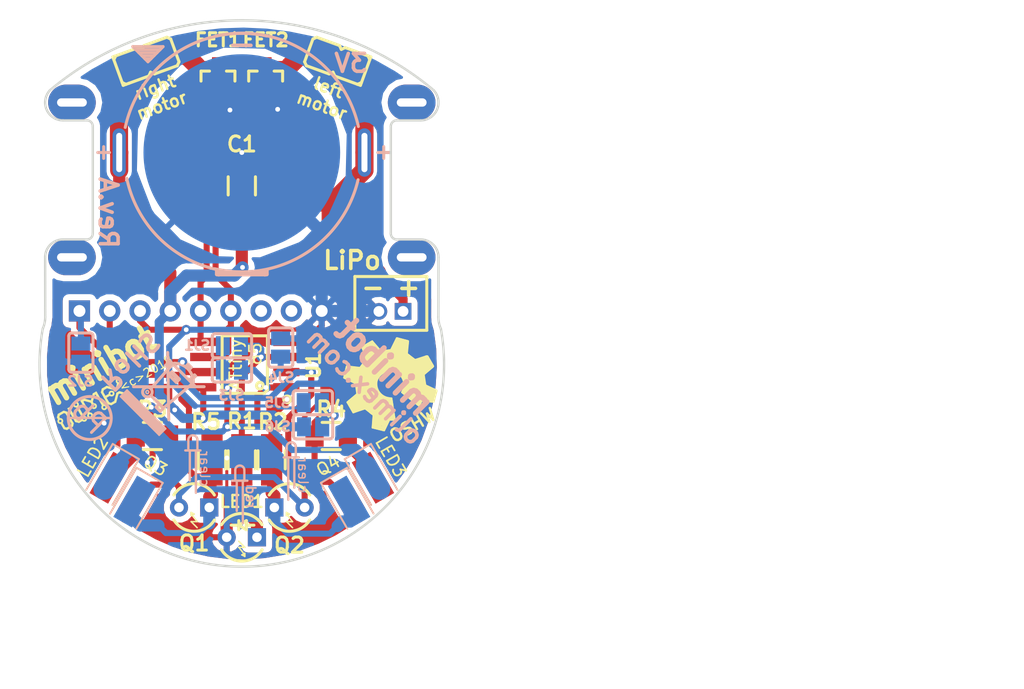
<source format=kicad_pcb>
(kicad_pcb (version 20171130) (host pcbnew 5.0.0-rc2-unknown-9302bbc~65~ubuntu18.04.1)

  (general
    (thickness 1.6)
    (drawings 65)
    (tracks 270)
    (zones 0)
    (modules 35)
    (nets 18)
  )

  (page A4)
  (layers
    (0 F.Cu signal)
    (31 B.Cu signal hide)
    (32 B.Adhes user hide)
    (33 F.Adhes user hide)
    (34 B.Paste user hide)
    (35 F.Paste user hide)
    (36 B.SilkS user hide)
    (37 F.SilkS user)
    (38 B.Mask user hide)
    (39 F.Mask user)
    (40 Dwgs.User user hide)
    (41 Cmts.User user)
    (42 Eco1.User user)
    (43 Eco2.User user)
    (44 Edge.Cuts user)
    (45 Margin user)
    (46 B.CrtYd user hide)
    (47 F.CrtYd user)
    (48 B.Fab user hide)
    (49 F.Fab user hide)
  )

  (setup
    (last_trace_width 0.25)
    (user_trace_width 0.254)
    (user_trace_width 0.508)
    (user_trace_width 0.762)
    (user_trace_width 1.016)
    (user_trace_width 1.27)
    (user_trace_width 1.524)
    (trace_clearance 0.2)
    (zone_clearance 0.508)
    (zone_45_only no)
    (trace_min 0.2)
    (segment_width 0.2)
    (edge_width 0.2)
    (via_size 0.8)
    (via_drill 0.4)
    (via_min_size 0.4)
    (via_min_drill 0.3)
    (uvia_size 0.3)
    (uvia_drill 0.1)
    (uvias_allowed no)
    (uvia_min_size 0.2)
    (uvia_min_drill 0.1)
    (pcb_text_width 0.3)
    (pcb_text_size 1.5 1.5)
    (mod_edge_width 0.127)
    (mod_text_size 1 1)
    (mod_text_width 0.15)
    (pad_size 4 1.8)
    (pad_drill 0)
    (pad_to_mask_clearance 0.2)
    (aux_axis_origin 0 0)
    (grid_origin 55 35)
    (visible_elements FFFFFF7F)
    (pcbplotparams
      (layerselection 0x000f0_7ffffffe)
      (usegerberextensions false)
      (usegerberattributes false)
      (usegerberadvancedattributes false)
      (creategerberjobfile false)
      (excludeedgelayer false)
      (linewidth 0.100000)
      (plotframeref false)
      (viasonmask false)
      (mode 1)
      (useauxorigin false)
      (hpglpennumber 1)
      (hpglpenspeed 20)
      (hpglpendiameter 15.000000)
      (psnegative false)
      (psa4output false)
      (plotreference true)
      (plotvalue false)
      (plotinvisibletext false)
      (padsonsilk false)
      (subtractmaskfromsilk false)
      (outputformat 1)
      (mirror false)
      (drillshape 0)
      (scaleselection 1)
      (outputdirectory ""))
  )

  (net 0 "")
  (net 1 /BAT+)
  (net 2 GND)
  (net 3 "Net-(LED1-Pad2)")
  (net 4 /RSENSE)
  (net 5 /LSENSE)
  (net 6 "Net-(CON1-Pad2)")
  (net 7 "Net-(CON2-Pad2)")
  (net 8 "Net-(EXT1-Pad7)")
  (net 9 "Net-(EXT1-Pad8)")
  (net 10 /LMOTOR)
  (net 11 /RMOTOR)
  (net 12 /SLED)
  (net 13 "Net-(LED2-Pad2)")
  (net 14 /FLED)
  (net 15 "Net-(LED3-Pad2)")
  (net 16 "Net-(LED2-Pad1)")
  (net 17 "Net-(Q1-Pad2)")

  (net_class Default "This is the default net class."
    (clearance 0.2)
    (trace_width 0.25)
    (via_dia 0.8)
    (via_drill 0.4)
    (uvia_dia 0.3)
    (uvia_drill 0.1)
    (add_net /BAT+)
    (add_net /FLED)
    (add_net /LMOTOR)
    (add_net /LSENSE)
    (add_net /RMOTOR)
    (add_net /RSENSE)
    (add_net /SLED)
    (add_net GND)
    (add_net "Net-(CON1-Pad2)")
    (add_net "Net-(CON2-Pad2)")
    (add_net "Net-(EXT1-Pad7)")
    (add_net "Net-(EXT1-Pad8)")
    (add_net "Net-(LED1-Pad2)")
    (add_net "Net-(LED2-Pad1)")
    (add_net "Net-(LED2-Pad2)")
    (add_net "Net-(LED3-Pad2)")
    (add_net "Net-(Q1-Pad2)")
  )

  (module OLIMEX_Jumpers-FP:SJ (layer B.Cu) (tedit 5552F0F7) (tstamp 5AF5E61B)
    (at 99.1706 57.4536 180)
    (descr "SOLDER JUMPER")
    (tags "SOLDER JUMPER")
    (path /5AFDE2CC)
    (attr smd)
    (fp_text reference SJ3 (at 0.0254 -2.1336 180) (layer B.SilkS)
      (effects (font (size 0.8 0.8) (thickness 0.2)) (justify mirror))
    )
    (fp_text value eco (at -0.127 -1.397 180) (layer B.Fab)
      (effects (font (size 0.127 0.127) (thickness 0.02)) (justify mirror))
    )
    (fp_arc (start 1.397 -0.762) (end 1.651 -0.762) (angle -90) (layer B.SilkS) (width 0.254))
    (fp_arc (start -1.397 -0.762) (end -1.397 -1.016) (angle -90) (layer B.SilkS) (width 0.254))
    (fp_arc (start -1.397 0.762) (end -1.651 0.762) (angle -90) (layer B.SilkS) (width 0.254))
    (fp_arc (start 1.397 0.762) (end 1.397 1.016) (angle -90) (layer B.SilkS) (width 0.254))
    (fp_line (start 0 0.889) (end 0 -0.889) (layer Dwgs.User) (width 0.254))
    (fp_line (start -1.016 0) (end -1.524 0) (layer Dwgs.User) (width 0.254))
    (fp_line (start 1.016 0) (end 1.524 0) (layer Dwgs.User) (width 0.254))
    (fp_line (start -1.397 1.016) (end 1.397 1.016) (layer B.SilkS) (width 0.254))
    (fp_line (start -1.651 -0.762) (end -1.651 0.762) (layer B.SilkS) (width 0.254))
    (fp_line (start 1.651 -0.762) (end 1.651 0.762) (layer B.SilkS) (width 0.254))
    (fp_line (start 1.397 -1.016) (end -1.397 -1.016) (layer B.SilkS) (width 0.254))
    (fp_arc (start 0 0) (end -0.6604 -0.6604) (angle -90) (layer Dwgs.User) (width 0.254))
    (fp_arc (start 0 0) (end 0.6604 0.6604) (angle -90) (layer Dwgs.User) (width 0.254))
    (fp_line (start -0.3556 -0.6604) (end -0.6604 -0.6604) (layer Dwgs.User) (width 0.254))
    (fp_line (start -0.3556 0.6604) (end -0.3556 -0.6604) (layer Dwgs.User) (width 0.254))
    (fp_line (start -0.6604 0.6604) (end -0.3556 0.6604) (layer Dwgs.User) (width 0.254))
    (fp_line (start -0.5588 -0.6604) (end -0.5588 0.6604) (layer Dwgs.User) (width 0.254))
    (fp_line (start -0.7112 -0.5588) (end -0.7112 0.4572) (layer Dwgs.User) (width 0.254))
    (fp_line (start -0.7112 -0.5588) (end -0.7112 0.4572) (layer Dwgs.User) (width 0.254))
    (fp_line (start -0.5588 -0.6604) (end -0.5588 0.6604) (layer Dwgs.User) (width 0.254))
    (fp_line (start -0.6604 0.6604) (end -0.3556 0.6604) (layer Dwgs.User) (width 0.254))
    (fp_line (start -0.3556 0.6604) (end -0.3556 -0.6604) (layer Dwgs.User) (width 0.254))
    (fp_line (start -0.3556 -0.6604) (end -0.6604 -0.6604) (layer Dwgs.User) (width 0.254))
    (fp_line (start 0.3556 0.6604) (end 0.3556 -0.6604) (layer Dwgs.User) (width 0.254))
    (fp_line (start 0.3556 0.6604) (end 0.6604 0.6604) (layer Dwgs.User) (width 0.254))
    (fp_line (start 0.3556 -0.6604) (end 0.6604 -0.6604) (layer Dwgs.User) (width 0.254))
    (fp_line (start 0.5588 0.6604) (end 0.5588 -0.6604) (layer Dwgs.User) (width 0.254))
    (fp_line (start 0.7366 -0.508) (end 0.7366 0.508) (layer Dwgs.User) (width 0.254))
    (pad 2 smd rect (at 0.762 0 180) (size 1.1684 1.6002) (layers B.Cu B.Mask)
      (net 16 "Net-(LED2-Pad1)") (solder_mask_margin 0.0508) (solder_paste_margin -0.0508) (clearance 0.0508))
    (pad 1 smd rect (at -0.762 0 180) (size 1.1684 1.6002) (layers B.Cu B.Mask)
      (net 14 /FLED) (solder_mask_margin 0.0508) (solder_paste_margin -0.0508))
    (pad 1 smd rect (at -0.762 0 180) (size 1.1684 1.6002) (layers B.Cu B.Mask)
      (net 14 /FLED) (solder_mask_margin 0.0508) (solder_paste_margin -0.0508) (clearance 0.0508))
  )

  (module OLIMEX_LEDs-FP:LED-3mm-PTH-KA (layer F.Cu) (tedit 5AF2C76D) (tstamp 5AF1C520)
    (at 100 71.5)
    (path /5AF077BE)
    (fp_text reference LED1 (at 0 -3) (layer F.SilkS)
      (effects (font (size 1 1) (thickness 0.2)))
    )
    (fp_text value "RED 3mm" (at 0 -3.175) (layer F.Fab)
      (effects (font (size 1.27 1.27) (thickness 0.254)))
    )
    (fp_arc (start 0 0) (end -1.7 1.05) (angle -116.59715) (layer F.SilkS) (width 0.254))
    (fp_arc (start 0 0) (end 1.7 -1.05) (angle -116.59715) (layer F.SilkS) (width 0.254))
    (fp_line (start 0.254 1.481) (end 0.254 1.608) (layer F.SilkS) (width 0.127))
    (fp_line (start 0.254 1.608) (end 0.127 1.481) (layer F.SilkS) (width 0.127))
    (fp_line (start -0.254 0.338) (end 0.254 0.846) (layer F.SilkS) (width 0.127))
    (fp_line (start 0.254 0.846) (end -0.254 0.846) (layer F.SilkS) (width 0.127))
    (fp_line (start -0.254 0.846) (end 0.254 1.481) (layer F.SilkS) (width 0.127))
    (fp_line (start 0.254 1.481) (end 0.254 1.354) (layer F.SilkS) (width 0.127))
    (fp_line (start 0.254 1.354) (end 0 1.481) (layer F.SilkS) (width 0.127))
    (fp_line (start 0 1.481) (end 0.254 1.608) (layer F.SilkS) (width 0.127))
    (fp_line (start 0.381 -1.016) (end 1.016 -1.016) (layer F.SilkS) (width 0.254))
    (fp_line (start -0.889 -1.016) (end -0.254 -1.016) (layer F.SilkS) (width 0.254))
    (fp_line (start -0.254 -0.635) (end -0.254 -1.397) (layer F.SilkS) (width 0.254))
    (fp_line (start 0.381 -1.397) (end 0.381 -0.635) (layer F.SilkS) (width 0.254))
    (fp_line (start 0.381 -0.635) (end -0.254 -1.016) (layer F.SilkS) (width 0.254))
    (fp_line (start -0.254 -1.016) (end 0.381 -1.397) (layer F.SilkS) (width 0.254))
    (pad 1 thru_hole oval (at -1.27 0) (size 1.524 1.524) (drill 0.8) (layers *.Cu *.Mask)
      (net 2 GND) (solder_mask_margin 0.0508))
    (pad 2 thru_hole rect (at 1.27 0) (size 1.524 1.524) (drill 0.8) (layers *.Cu *.Mask)
      (net 3 "Net-(LED1-Pad2)") (solder_mask_margin 0.0508))
    (model /usr/share/kicad/modules/packages3d/LED_THT.3dshapes/LED_D3.0mm.wrl
      (offset (xyz 1.5 0 1.5))
      (scale (xyz 1 1 1))
      (rotate (xyz 0 180 0))
    )
  )

  (module OLIMEX_LEDs-FP:LED-3mm-PTH-KA (layer F.Cu) (tedit 5AF2C758) (tstamp 5AF1C564)
    (at 104 69)
    (path /5AF32160)
    (fp_text reference Q2 (at 0 3.175) (layer F.SilkS)
      (effects (font (size 1.27 1.27) (thickness 0.254)))
    )
    (fp_text value L342 (at 0 -3.175) (layer F.Fab)
      (effects (font (size 1.27 1.27) (thickness 0.254)))
    )
    (fp_arc (start 0 0) (end -1.7 1.05) (angle -116.59715) (layer F.SilkS) (width 0.254))
    (fp_arc (start 0 0) (end 1.7 -1.05) (angle -116.59715) (layer F.SilkS) (width 0.254))
    (fp_line (start -0.254 0.551) (end -0.254 0.424) (layer F.SilkS) (width 0.127))
    (fp_line (start -0.254 0.424) (end -0.127 0.551) (layer F.SilkS) (width 0.127))
    (fp_line (start 0.254 1.694) (end -0.254 1.186) (layer F.SilkS) (width 0.127))
    (fp_line (start -0.254 1.186) (end 0.254 1.186) (layer F.SilkS) (width 0.127))
    (fp_line (start 0.254 1.186) (end -0.254 0.551) (layer F.SilkS) (width 0.127))
    (fp_line (start -0.254 0.551) (end -0.254 0.678) (layer F.SilkS) (width 0.127))
    (fp_line (start -0.254 0.678) (end 0 0.551) (layer F.SilkS) (width 0.127))
    (fp_line (start 0 0.551) (end -0.254 0.424) (layer F.SilkS) (width 0.127))
    (pad 1 thru_hole rect (at -1.27 0) (size 1.524 1.524) (drill 0.8) (layers *.Cu *.Mask)
      (net 5 /LSENSE) (solder_mask_margin 0.0508))
    (pad 2 thru_hole circle (at 1.27 0) (size 1.524 1.524) (drill 0.8) (layers *.Cu *.Mask)
      (net 17 "Net-(Q1-Pad2)") (solder_mask_margin 0.0508))
    (model /usr/share/kicad/modules/packages3d/LED_THT.3dshapes/LED_D3.0mm_Clear.wrl
      (offset (xyz 1 0 1.5))
      (scale (xyz 1 1 1))
      (rotate (xyz 0 180 0))
    )
  )

  (module OLIMEX_LEDs-FP:LED-3mm-PTH-KA (layer F.Cu) (tedit 5AF2C741) (tstamp 5AF1C5A8)
    (at 96 69 180)
    (path /5AF31F3F)
    (fp_text reference Q1 (at 0 -3 180) (layer F.SilkS)
      (effects (font (size 1.27 1.27) (thickness 0.254)))
    )
    (fp_text value L342 (at 0 -3.175 180) (layer F.Fab)
      (effects (font (size 1.27 1.27) (thickness 0.254)))
    )
    (fp_arc (start 0 0) (end -1.7 1.05) (angle -116.59715) (layer F.SilkS) (width 0.254))
    (fp_arc (start 0 0) (end 1.7 -1.05) (angle -116.59715) (layer F.SilkS) (width 0.254))
    (fp_line (start 0.254 -0.551) (end 0.254 -0.424) (layer F.SilkS) (width 0.127))
    (fp_line (start 0.254 -0.424) (end 0.127 -0.551) (layer F.SilkS) (width 0.127))
    (fp_line (start -0.254 -1.694) (end 0.254 -1.186) (layer F.SilkS) (width 0.127))
    (fp_line (start 0.254 -1.186) (end -0.254 -1.186) (layer F.SilkS) (width 0.127))
    (fp_line (start -0.254 -1.186) (end 0.254 -0.551) (layer F.SilkS) (width 0.127))
    (fp_line (start 0.254 -0.551) (end 0.254 -0.678) (layer F.SilkS) (width 0.127))
    (fp_line (start 0.254 -0.678) (end 0 -0.551) (layer F.SilkS) (width 0.127))
    (fp_line (start 0 -0.551) (end 0.254 -0.424) (layer F.SilkS) (width 0.127))
    (pad 1 thru_hole rect (at -1.27 0 180) (size 1.524 1.524) (drill 0.8) (layers *.Cu *.Mask)
      (net 4 /RSENSE) (solder_mask_margin 0.0508))
    (pad 2 thru_hole circle (at 1.27 0 180) (size 1.524 1.524) (drill 0.8) (layers *.Cu *.Mask)
      (net 17 "Net-(Q1-Pad2)") (solder_mask_margin 0.0508))
    (model /usr/share/kicad/modules/packages3d/LED_THT.3dshapes/LED_D3.0mm_Clear.wrl
      (offset (xyz 1.5 0 1.5))
      (scale (xyz 1 1 1))
      (rotate (xyz 0 -180 0))
    )
  )

  (module OLIMEX_IC-FP:SO-8_208mil (layer F.Cu) (tedit 5AF2C476) (tstamp 5AF4AB4C)
    (at 100 57 90)
    (descr SO-8)
    (tags SO-8)
    (path /5AF021E1)
    (attr smd)
    (fp_text reference U1 (at -0.098 6.0286 270) (layer F.SilkS)
      (effects (font (size 1.1 1.1) (thickness 0.254)))
    )
    (fp_text value ATTINY85-20PU (at 3.60934 -0.19812 180) (layer F.Fab)
      (effects (font (size 1.1 1.1) (thickness 0.254)))
    )
    (fp_circle (center -1.778 1.52) (end -1.524 1.393) (layer F.SilkS) (width 0.254))
    (fp_circle (center -2.921 3.802) (end -3.175 3.929) (layer F.SilkS) (width 0.254))
    (fp_line (start 2.413 -1.655) (end 2.413 2.155) (layer F.SilkS) (width 0.254))
    (fp_line (start -2.413 -1.655) (end -2.413 1.901) (layer F.SilkS) (width 0.254))
    (fp_line (start -2.14884 4.2338) (end -1.65862 4.2338) (layer Dwgs.User) (width 0.06604))
    (fp_line (start -1.65862 4.2338) (end -1.65862 3.13398) (layer Dwgs.User) (width 0.06604))
    (fp_line (start -2.14884 3.13398) (end -1.65862 3.13398) (layer Dwgs.User) (width 0.06604))
    (fp_line (start -2.14884 4.2338) (end -2.14884 3.13398) (layer Dwgs.User) (width 0.06604))
    (fp_line (start -0.87884 4.2338) (end -0.38862 4.2338) (layer Dwgs.User) (width 0.06604))
    (fp_line (start -0.38862 4.2338) (end -0.38862 3.13398) (layer Dwgs.User) (width 0.06604))
    (fp_line (start -0.87884 3.13398) (end -0.38862 3.13398) (layer Dwgs.User) (width 0.06604))
    (fp_line (start -0.87884 4.2338) (end -0.87884 3.13398) (layer Dwgs.User) (width 0.06604))
    (fp_line (start 0.38862 4.2338) (end 0.87884 4.2338) (layer Dwgs.User) (width 0.06604))
    (fp_line (start 0.87884 4.2338) (end 0.87884 3.13398) (layer Dwgs.User) (width 0.06604))
    (fp_line (start 0.38862 3.13398) (end 0.87884 3.13398) (layer Dwgs.User) (width 0.06604))
    (fp_line (start 0.38862 4.2338) (end 0.38862 3.13398) (layer Dwgs.User) (width 0.06604))
    (fp_line (start 1.65862 4.2338) (end 2.14884 4.2338) (layer Dwgs.User) (width 0.06604))
    (fp_line (start 2.14884 4.2338) (end 2.14884 3.13398) (layer Dwgs.User) (width 0.06604))
    (fp_line (start 1.65862 3.13398) (end 2.14884 3.13398) (layer Dwgs.User) (width 0.06604))
    (fp_line (start 1.65862 4.2338) (end 1.65862 3.13398) (layer Dwgs.User) (width 0.06604))
    (fp_line (start 1.65862 -2.63398) (end 2.14884 -2.63398) (layer Dwgs.User) (width 0.06604))
    (fp_line (start 2.14884 -2.63398) (end 2.14884 -3.7338) (layer Dwgs.User) (width 0.06604))
    (fp_line (start 1.65862 -3.7338) (end 2.14884 -3.7338) (layer Dwgs.User) (width 0.06604))
    (fp_line (start 1.65862 -2.63398) (end 1.65862 -3.7338) (layer Dwgs.User) (width 0.06604))
    (fp_line (start 0.38862 -2.63398) (end 0.87884 -2.63398) (layer Dwgs.User) (width 0.06604))
    (fp_line (start 0.87884 -2.63398) (end 0.87884 -3.7338) (layer Dwgs.User) (width 0.06604))
    (fp_line (start 0.38862 -3.7338) (end 0.87884 -3.7338) (layer Dwgs.User) (width 0.06604))
    (fp_line (start 0.38862 -2.63398) (end 0.38862 -3.7338) (layer Dwgs.User) (width 0.06604))
    (fp_line (start -0.87884 -2.63398) (end -0.38862 -2.63398) (layer Dwgs.User) (width 0.06604))
    (fp_line (start -0.38862 -2.63398) (end -0.38862 -3.7338) (layer Dwgs.User) (width 0.06604))
    (fp_line (start -0.87884 -3.7338) (end -0.38862 -3.7338) (layer Dwgs.User) (width 0.06604))
    (fp_line (start -0.87884 -2.63398) (end -0.87884 -3.7338) (layer Dwgs.User) (width 0.06604))
    (fp_line (start -2.14884 -2.63398) (end -1.65862 -2.63398) (layer Dwgs.User) (width 0.06604))
    (fp_line (start -1.65862 -2.63398) (end -1.65862 -3.7338) (layer Dwgs.User) (width 0.06604))
    (fp_line (start -2.14884 -3.7338) (end -1.65862 -3.7338) (layer Dwgs.User) (width 0.06604))
    (fp_line (start -2.14884 -2.63398) (end -2.14884 -3.7338) (layer Dwgs.User) (width 0.06604))
    (fp_line (start 2.39776 2.14992) (end -2.1336 2.14992) (layer F.SilkS) (width 0.254))
    (fp_line (start -2.1336 2.14992) (end -2.39776 1.88322) (layer F.SilkS) (width 0.254))
    (fp_line (start -2.39776 -1.64992) (end 2.39776 -1.64992) (layer F.SilkS) (width 0.254))
    (fp_text user ATtiny (at 0 -0.512 90) (layer F.SilkS)
      (effects (font (size 1 1) (thickness 0.15)))
    )
    (fp_text user 85 (at 0.889 1.139 90) (layer F.SilkS)
      (effects (font (size 1 1) (thickness 0.15)))
    )
    (pad 1 smd rect (at -1.905 3.735 90) (size 0.7 2.2) (layers F.Cu F.Paste F.Mask)
      (net 14 /FLED) (solder_mask_margin 0.0508) (clearance 0.0508))
    (pad 2 smd rect (at -0.635 3.735 90) (size 0.7 2.2) (layers F.Cu F.Paste F.Mask)
      (net 5 /LSENSE) (solder_mask_margin 0.0508) (clearance 0.0508))
    (pad 3 smd rect (at 0.635 3.735 90) (size 0.7 2.2) (layers F.Cu F.Paste F.Mask)
      (net 12 /SLED) (solder_mask_margin 0.0508) (clearance 0.0508))
    (pad 4 smd rect (at 1.905 3.735 90) (size 0.7 2.2) (layers F.Cu F.Paste F.Mask)
      (net 2 GND) (solder_mask_margin 0.0508) (clearance 0.0508))
    (pad 5 smd rect (at 1.905 -3.235 90) (size 0.7 2.2) (layers F.Cu F.Paste F.Mask)
      (net 11 /RMOTOR) (solder_mask_margin 0.0508) (clearance 0.0508))
    (pad 6 smd rect (at 0.635 -3.235 90) (size 0.7 2.2) (layers F.Cu F.Paste F.Mask)
      (net 10 /LMOTOR) (solder_mask_margin 0.0508) (clearance 0.0508))
    (pad 7 smd rect (at -0.635 -3.235 90) (size 0.7 2.2) (layers F.Cu F.Paste F.Mask)
      (net 4 /RSENSE) (solder_mask_margin 0.0508) (clearance 0.0508))
    (pad 8 smd rect (at -1.905 -3.235 90) (size 0.7 2.2) (layers F.Cu F.Paste F.Mask)
      (net 1 /BAT+) (solder_mask_margin 0.0508) (clearance 0.0508))
    (model /usr/share/kicad/modules/packages3d/Package_SO.3dshapes/SOIJ-8_5.3x5.3mm_P1.27mm.wrl
      (at (xyz 0 0 0))
      (scale (xyz 1 1 1))
      (rotate (xyz 0 0 -90))
    )
  )

  (module OLIMEX_Connectors-FP:CR2032H_PTH (layer B.Cu) (tedit 5AF2DB1A) (tstamp 5AF1C000)
    (at 100 39.2 90)
    (path /5AF352E5)
    (fp_text reference BAT1 (at -8.382 10.414 90) (layer B.SilkS) hide
      (effects (font (size 1.27 1.27) (thickness 0.254)) (justify mirror))
    )
    (fp_text value Battery (at 0.508 -13.716 90) (layer B.Fab)
      (effects (font (size 1.27 1.27) (thickness 0.254)) (justify mirror))
    )
    (fp_arc (start 0 0) (end -9.7536 -2.286) (angle -90) (layer B.SilkS) (width 0.254))
    (fp_arc (start 0 0) (end 9.779 2.1082) (angle -90) (layer B.SilkS) (width 0.254))
    (fp_arc (start 0 0) (end 2.1844 9.779) (angle -90) (layer B.SilkS) (width 0.254))
    (fp_line (start -10.2 2.05) (end -10.2 -2.05) (layer B.SilkS) (width 0.4))
    (fp_arc (start -0.1524 0.0508) (end -2.159 -9.652) (angle -90) (layer B.SilkS) (width 0.254))
    (fp_line (start -10.2362 2.1082) (end -9.8552 2.1082) (layer B.SilkS) (width 0.3))
    (fp_line (start -10.2362 -2.1082) (end -9.8552 -2.1082) (layer B.SilkS) (width 0.3))
    (fp_line (start -10.2616 -1.9304) (end -9.8806 -1.9304) (layer B.SilkS) (width 0.3))
    (fp_line (start -10.2616 1.9304) (end -9.8806 1.9304) (layer B.SilkS) (width 0.3))
    (fp_text user + (at 0 11.811 90) (layer B.SilkS)
      (effects (font (size 1.3 1.3) (thickness 0.254)) (justify mirror))
    )
    (fp_text user + (at 0 -11.684 90) (layer B.SilkS)
      (effects (font (size 1.3 1.3) (thickness 0.254)) (justify mirror))
    )
    (fp_text user - (at 9.144 0 180) (layer B.SilkS)
      (effects (font (size 2 2) (thickness 0.3)) (justify mirror))
    )
    (fp_line (start 7.874 -7.62) (end 7.874 -8.128) (layer B.SilkS) (width 0.254))
    (fp_line (start 8.128 -7.366) (end 8.128 -8.382) (layer B.SilkS) (width 0.254))
    (fp_line (start 8.382 -7.112) (end 8.382 -8.636) (layer B.SilkS) (width 0.254))
    (fp_line (start 8.636 -6.858) (end 8.636 -8.89) (layer B.SilkS) (width 0.254))
    (fp_line (start 7.62 -7.874) (end 8.89 -6.604) (layer B.SilkS) (width 0.254))
    (fp_line (start 8.89 -6.604) (end 8.89 -9.144) (layer B.SilkS) (width 0.254))
    (fp_line (start 8.89 -9.144) (end 7.62 -7.874) (layer B.SilkS) (width 0.254))
    (pad 1 thru_hole oval (at 0 -10.287 90) (size 4.06 1.11) (drill oval 3.3 0.5) (layers *.Cu *.Mask)
      (net 1 /BAT+))
    (pad 2 smd circle (at 0 0 90) (size 16.5 16.5) (layers B.Cu B.Mask)
      (net 2 GND))
    (pad 1 thru_hole oval (at 0 10.287 90) (size 4.06 1.11) (drill oval 3.3 0.5) (layers *.Cu *.Mask)
      (net 1 /BAT+))
    (model /usr/share/kicad/modules/packages3d/Battery.3dshapes/BatteryHolder_LINX_BAT-HLD-012-SMT.wrl
      (at (xyz 0 0 0))
      (scale (xyz 1.5 1 1))
      (rotate (xyz 0 0 -90))
    )
  )

  (module OLIMEX_Connectors-FP:HN1x9 (layer F.Cu) (tedit 5AF2A92C) (tstamp 5AF4AA23)
    (at 96.54 52.5)
    (path /5AF6AB25)
    (solder_mask_margin 0.0508)
    (solder_paste_margin -0.0508)
    (attr smd)
    (fp_text reference EXT1 (at 1.96 -2.5) (layer F.SilkS) hide
      (effects (font (size 1.27 1.27) (thickness 0.254)))
    )
    (fp_text value nRF (at -8.382 -2.286) (layer F.Fab)
      (effects (font (size 1.27 1.27) (thickness 0.254)))
    )
    (pad 9 thru_hole circle (at 10.16 0) (size 1.778 1.778) (drill 1) (layers *.Cu *.Mask)
      (net 2 GND))
    (pad 7 thru_hole circle (at 5.08 0) (size 1.778 1.778) (drill 1) (layers *.Cu *.Mask)
      (net 8 "Net-(EXT1-Pad7)"))
    (pad 8 thru_hole circle (at 7.62 0) (size 1.778 1.778) (drill 1) (layers *.Cu *.Mask)
      (net 9 "Net-(EXT1-Pad8)"))
    (pad 6 thru_hole circle (at 2.54 0) (size 1.778 1.778) (drill 1) (layers *.Cu *.Mask)
      (net 10 /LMOTOR))
    (pad 5 thru_hole circle (at 0 0) (size 1.778 1.778) (drill 1) (layers *.Cu *.Mask)
      (net 11 /RMOTOR))
    (pad 1 thru_hole rect (at -10.16 0) (size 1.778 1.778) (drill 1) (layers *.Cu *.Mask)
      (net 4 /RSENSE))
    (pad 2 thru_hole circle (at -7.62 0) (size 1.778 1.778) (drill 1) (layers *.Cu *.Mask)
      (net 5 /LSENSE))
    (pad 3 thru_hole circle (at -5.08 0) (size 1.778 1.778) (drill 1) (layers *.Cu *.Mask)
      (net 12 /SLED))
    (pad 4 thru_hole circle (at -2.54 0) (size 1.778 1.778) (drill 1) (layers *.Cu *.Mask)
      (net 1 /BAT+))
  )

  (module OLIMEX_Transistors-FP:LED-EDGE (layer F.Cu) (tedit 5AF3E167) (tstamp 5AF4AA57)
    (at 89 66.5 240)
    (path /5AF05AA8)
    (fp_text reference LED2 (at -0.765544 2.174038 240) (layer F.SilkS)
      (effects (font (size 1 1) (thickness 0.15)))
    )
    (fp_text value "RED 3mm" (at 0 4.445 240) (layer F.Fab)
      (effects (font (size 1 1) (thickness 0.15)))
    )
    (fp_line (start -2.540001 1.27) (end 1.905 1.27) (layer B.SilkS) (width 0.15))
    (fp_line (start -2.54 -1.27) (end -2.540001 1.27) (layer B.SilkS) (width 0.15))
    (fp_line (start 1.905 -1.27) (end -2.54 -1.27) (layer B.SilkS) (width 0.15))
    (fp_line (start -2.540001 1.27) (end 1.905 1.27) (layer F.SilkS) (width 0.15))
    (fp_line (start -2.54 -1.27) (end -2.540001 1.27) (layer F.SilkS) (width 0.15))
    (fp_line (start 1.905 -1.27) (end -2.54 -1.27) (layer F.SilkS) (width 0.15))
    (pad 1 smd oval (at 0 0 240) (size 4 1.8) (layers B.Cu B.Mask)
      (net 16 "Net-(LED2-Pad1)"))
    (pad 2 smd rect (at 0 0 240) (size 4 1.8) (layers F.Cu F.Mask)
      (net 13 "Net-(LED2-Pad2)"))
    (model /usr/share/kicad/modules/packages3d/LED_THT.3dshapes/LED_D3.0mm.step
      (at (xyz 0 0 0))
      (scale (xyz 1 1 1))
      (rotate (xyz 0 -90 0))
    )
  )

  (module OLIMEX_Other-FP:Oval_Drill_Motor (layer F.Cu) (tedit 5AF2C55E) (tstamp 5AF4F625)
    (at 85.75 35)
    (fp_text reference REF** (at 0.254 -4.445) (layer F.SilkS) hide
      (effects (font (size 1 1) (thickness 0.15)))
    )
    (fp_text value Oval_Drill_Motor (at 0.127 -2.667) (layer F.Fab)
      (effects (font (size 1 1) (thickness 0.15)))
    )
    (pad 1 thru_hole oval (at 0 0) (size 4 3) (drill oval 2.5 0.7) (layers *.Cu *.Mask))
  )

  (module OLIMEX_Other-FP:Oval_Drill_Motor (layer F.Cu) (tedit 5AF2C553) (tstamp 5AF4F621)
    (at 114.25 35)
    (fp_text reference REF** (at 0.254 -4.445) (layer F.SilkS) hide
      (effects (font (size 1 1) (thickness 0.15)))
    )
    (fp_text value Oval_Drill_Motor (at 0.127 -2.667) (layer F.Fab)
      (effects (font (size 1 1) (thickness 0.15)))
    )
    (pad 1 thru_hole oval (at 0 0) (size 4 3) (drill oval 2.5 0.7) (layers *.Cu *.Mask))
  )

  (module OLIMEX_Other-FP:Oval_Drill_Motor (layer F.Cu) (tedit 5AF2C549) (tstamp 5AF4F60F)
    (at 114.25 48)
    (fp_text reference REF** (at 0.254 -4.445) (layer F.SilkS) hide
      (effects (font (size 1 1) (thickness 0.15)))
    )
    (fp_text value Oval_Drill_Motor (at 0.127 -2.667) (layer F.Fab)
      (effects (font (size 1 1) (thickness 0.15)))
    )
    (pad 1 thru_hole oval (at 0 0) (size 4 3) (drill oval 2.5 0.7) (layers *.Cu *.Mask))
  )

  (module OLIMEX_Transistors-FP:L34x-EDGE (layer F.Cu) (tedit 5AF2A85A) (tstamp 5AF4AA81)
    (at 109 68.5 300)
    (path /5AF320C6)
    (fp_text reference Q4 (at -3.473076 0.015544 30) (layer F.SilkS)
      (effects (font (size 1 1) (thickness 0.15)))
    )
    (fp_text value L342 (at 0 4.445 300) (layer F.Fab)
      (effects (font (size 1 1) (thickness 0.15)))
    )
    (fp_line (start -2.54 1.27) (end 1.905 1.27) (layer B.SilkS) (width 0.15))
    (fp_line (start -2.54 -1.27) (end -2.54 1.27) (layer B.SilkS) (width 0.15))
    (fp_line (start 1.905 -1.27) (end -2.54 -1.27) (layer B.SilkS) (width 0.15))
    (fp_line (start -2.54 1.27) (end 1.905 1.27) (layer F.SilkS) (width 0.15))
    (fp_line (start -2.54 -1.27) (end -2.54 1.27) (layer F.SilkS) (width 0.15))
    (fp_line (start 1.905 -1.27) (end -2.54 -1.27) (layer F.SilkS) (width 0.15))
    (pad 1 smd rect (at 0 0 300) (size 4 1.8) (layers B.Cu B.Mask)
      (net 5 /LSENSE))
    (pad 2 smd oval (at 0 0 300) (size 4 1.8) (layers F.Cu F.Mask)
      (net 17 "Net-(Q1-Pad2)"))
    (model /usr/share/kicad/modules/packages3d/LED_THT.3dshapes/LED_D3.0mm_Clear.step
      (at (xyz 0 0 0))
      (scale (xyz 1 1 1))
      (rotate (xyz 0 -90 0))
    )
  )

  (module OLIMEX_Transistors-FP:L34x-EDGE (layer F.Cu) (tedit 5AF2A86C) (tstamp 5AF4AA73)
    (at 91 68.5 240)
    (path /5AF3201F)
    (fp_text reference Q3 (at -3.473076 -0.015544 330) (layer F.SilkS)
      (effects (font (size 1 1) (thickness 0.15)))
    )
    (fp_text value L342 (at 0 4.445 240) (layer F.Fab)
      (effects (font (size 1 1) (thickness 0.15)))
    )
    (fp_line (start 1.905 -1.27) (end -2.54 -1.27) (layer F.SilkS) (width 0.15))
    (fp_line (start -2.54 -1.27) (end -2.54 1.27) (layer F.SilkS) (width 0.15))
    (fp_line (start -2.54 1.27) (end 1.905 1.27) (layer F.SilkS) (width 0.15))
    (fp_line (start 1.905 -1.27) (end -2.54 -1.27) (layer B.SilkS) (width 0.15))
    (fp_line (start -2.54 -1.27) (end -2.54 1.27) (layer B.SilkS) (width 0.15))
    (fp_line (start -2.54 1.27) (end 1.905 1.27) (layer B.SilkS) (width 0.15))
    (pad 2 smd oval (at 0 0 240) (size 4 1.8) (layers F.Cu F.Mask)
      (net 17 "Net-(Q1-Pad2)"))
    (pad 1 smd rect (at 0 0 240) (size 4 1.8) (layers B.Cu B.Mask)
      (net 4 /RSENSE))
    (model /usr/share/kicad/modules/packages3d/LED_THT.3dshapes/LED_D3.0mm_Clear.step
      (at (xyz 0 0 0))
      (scale (xyz 1 1 1))
      (rotate (xyz 0 -90 0))
    )
  )

  (module OLIMEX_Transistors-FP:LED-EDGE (layer F.Cu) (tedit 5AF3E176) (tstamp 5AF4AA65)
    (at 111 66.5 300)
    (path /5AF06CF6)
    (fp_text reference LED3 (at -0.765544 -2.174038 300) (layer F.SilkS)
      (effects (font (size 1 1) (thickness 0.15)))
    )
    (fp_text value "RED 3mm" (at 0 4.445 300) (layer F.Fab)
      (effects (font (size 1 1) (thickness 0.15)))
    )
    (fp_line (start -2.54 1.27) (end 1.905 1.27) (layer B.SilkS) (width 0.15))
    (fp_line (start -2.54 -1.27) (end -2.54 1.27) (layer B.SilkS) (width 0.15))
    (fp_line (start 1.905 -1.27) (end -2.54 -1.27) (layer B.SilkS) (width 0.15))
    (fp_line (start -2.54 1.27) (end 1.905 1.27) (layer F.SilkS) (width 0.15))
    (fp_line (start -2.54 -1.27) (end -2.54 1.27) (layer F.SilkS) (width 0.15))
    (fp_line (start 1.905 -1.27) (end -2.54 -1.27) (layer F.SilkS) (width 0.15))
    (pad 1 smd oval (at 0 0 300) (size 4 1.8) (layers B.Cu B.Mask)
      (net 16 "Net-(LED2-Pad1)"))
    (pad 2 smd rect (at 0 0 300) (size 4 1.8) (layers F.Cu F.Mask)
      (net 15 "Net-(LED3-Pad2)"))
    (model /usr/share/kicad/modules/packages3d/LED_THT.3dshapes/LED_D3.0mm.step
      (at (xyz 0 0 0))
      (scale (xyz 1 1 1))
      (rotate (xyz 0 -90 0))
    )
  )

  (module OLIMEX_Connectors-FP:LIPO_BAT_VERTICAL_DW02S (layer F.Cu) (tedit 5AF2A0EE) (tstamp 5AF4A98F)
    (at 112.5 49 180)
    (path /5AF33390)
    (attr smd)
    (fp_text reference BAT_CON2 (at -0.9144 -6.0833 180) (layer F.SilkS) hide
      (effects (font (size 1.1 1.1) (thickness 0.254)))
    )
    (fp_text value BAT_CON (at 0.4445 0.5588 180) (layer F.Fab)
      (effects (font (size 1.1 1.1) (thickness 0.254)))
    )
    (fp_text user 2 (at 1.02108 -1.72974 180) (layer F.SilkS) hide
      (effects (font (size 1.1 1.1) (thickness 0.254)))
    )
    (fp_text user 1 (at -0.98298 -1.67894 180) (layer F.SilkS) hide
      (effects (font (size 1.1 1.1) (thickness 0.254)))
    )
    (fp_line (start -3.03022 -0.6096) (end 3.01752 -0.6096) (layer F.SilkS) (width 0.254))
    (fp_line (start 3.01752 -0.6096) (end 3.01752 -5.12572) (layer F.SilkS) (width 0.254))
    (fp_line (start 3.01752 -5.12572) (end -3.01752 -5.12572) (layer F.SilkS) (width 0.254))
    (fp_line (start -3.01752 -5.12572) (end -3.01752 -0.63246) (layer F.SilkS) (width 0.254))
    (pad 1 thru_hole rect (at -1.0287 -3.53568 180) (size 1.4 1.4) (drill 0.9) (layers *.Cu *.Mask)
      (net 1 /BAT+))
    (pad 2 thru_hole circle (at 1.00076 -3.53822 180) (size 1.4 1.4) (drill 0.9) (layers *.Cu *.Mask)
      (net 2 GND))
  )

  (module OLIMEX_RLC-FP:C_1206_5MIL_DWS (layer F.Cu) (tedit 5641F09D) (tstamp 5AF4A9A2)
    (at 100 42 90)
    (path /5AF02919)
    (attr smd)
    (fp_text reference C1 (at 3.5 0 180) (layer F.SilkS)
      (effects (font (size 1.27 1.27) (thickness 0.254)))
    )
    (fp_text value C_Small (at 0.127 2.286 90) (layer F.Fab)
      (effects (font (size 1.27 1.27) (thickness 0.254)))
    )
    (fp_line (start 1.651 -0.762) (end 0 -0.762) (layer F.Fab) (width 0.15))
    (fp_line (start 1.651 0.762) (end 1.651 -0.762) (layer F.Fab) (width 0.15))
    (fp_line (start -1.651 0.762) (end 1.651 0.762) (layer F.Fab) (width 0.15))
    (fp_line (start -1.651 -0.762) (end -1.651 0.762) (layer F.Fab) (width 0.15))
    (fp_line (start 0 -0.762) (end -1.651 -0.762) (layer F.Fab) (width 0.15))
    (fp_line (start 0.762 -1.143) (end 2.413 -1.143) (layer Dwgs.User) (width 0.254))
    (fp_line (start 2.413 -1.143) (end 2.413 1.143) (layer Dwgs.User) (width 0.254))
    (fp_line (start 2.413 1.143) (end 0.762 1.143) (layer Dwgs.User) (width 0.254))
    (fp_line (start -0.762 -1.143) (end -2.413 -1.143) (layer Dwgs.User) (width 0.254))
    (fp_line (start -2.413 -1.143) (end -2.413 1.143) (layer Dwgs.User) (width 0.254))
    (fp_line (start -2.413 1.143) (end -0.762 1.143) (layer Dwgs.User) (width 0.254))
    (fp_line (start 0.762 1.143) (end -0.762 1.143) (layer F.SilkS) (width 0.254))
    (fp_line (start 0.762 -1.143) (end -0.762 -1.143) (layer F.SilkS) (width 0.254))
    (pad 1 smd rect (at -1.397 0 90) (size 1.524 1.778) (layers F.Cu F.Paste F.Mask)
      (net 1 /BAT+) (solder_mask_margin 0.0508))
    (pad 2 smd rect (at 1.397 0 90) (size 1.524 1.778) (layers F.Cu F.Paste F.Mask)
      (net 2 GND) (solder_mask_margin 0.0508))
    (model /usr/share/kicad/modules/packages3d/Capacitor_SMD.3dshapes/C_1206_3216Metric.wrl
      (at (xyz 0 0 0))
      (scale (xyz 1 1 1))
      (rotate (xyz 0 0 0))
    )
  )

  (module OLIMEX_Connectors-FP:MIC-TERES (layer F.Cu) (tedit 5AF2A120) (tstamp 5AF4A9B8)
    (at 108 31.5 160)
    (path /5AF0264E)
    (solder_mask_margin 0.0508)
    (solder_paste_margin -0.0508)
    (attr smd)
    (fp_text reference CON1 (at -0.381 2.413 160) (layer F.SilkS) hide
      (effects (font (size 1.27 1.27) (thickness 0.254)))
    )
    (fp_text value "LEFT MOTOR" (at 0.556214 2.990088 160) (layer F.Fab)
      (effects (font (size 1.27 1.27) (thickness 0.254)))
    )
    (fp_line (start -2.54 -1.27) (end -2.54 1.27) (layer F.SilkS) (width 0.254))
    (fp_line (start 2.286 1.27) (end 2.54 1.016) (layer F.SilkS) (width 0.254))
    (fp_line (start -0.254 1.27) (end -2.032 1.27) (layer F.SilkS) (width 0.254))
    (fp_line (start 0 1.016) (end -0.254 1.27) (layer F.SilkS) (width 0.254))
    (fp_line (start 0.254 1.27) (end 0 1.016) (layer F.SilkS) (width 0.254))
    (fp_line (start 2.286 1.27) (end 0.254 1.27) (layer F.SilkS) (width 0.254))
    (fp_line (start -2.032 1.27) (end -2.54 1.27) (layer F.SilkS) (width 0.254))
    (fp_line (start -2.286 1.27) (end -2.54 1.016) (layer F.SilkS) (width 0.254))
    (fp_line (start -2.54 -1.016) (end -2.286 -1.27) (layer F.SilkS) (width 0.254))
    (fp_line (start 2.54 -1.016) (end 2.54 1.016) (layer F.SilkS) (width 0.254))
    (fp_line (start 2.286 -1.27) (end 2.54 -1.016) (layer F.SilkS) (width 0.254))
    (fp_line (start 0.254 -1.27) (end 2.286 -1.27) (layer F.SilkS) (width 0.254))
    (fp_line (start 0 -1.016) (end 0.254 -1.27) (layer F.SilkS) (width 0.254))
    (fp_line (start -0.254 -1.27) (end 0 -1.016) (layer F.SilkS) (width 0.254))
    (fp_line (start -2.286 -1.27) (end -0.254 -1.27) (layer F.SilkS) (width 0.254))
    (fp_line (start -2.54 -1.27) (end -2.286 -1.27) (layer F.SilkS) (width 0.254))
    (pad 2 smd oval (at 1.27 0 250) (size 2.5 1.5) (layers F.Cu F.Mask)
      (net 6 "Net-(CON1-Pad2)"))
    (pad 1 smd rect (at -1.27 0 250) (size 2.5 1.5) (layers F.Cu F.Mask)
      (net 1 /BAT+))
  )

  (module OLIMEX_Connectors-FP:MIC-TERES (layer F.Cu) (tedit 5AF2A11B) (tstamp 5AF4A9CE)
    (at 92 31.5 20)
    (path /5AF0269A)
    (solder_mask_margin 0.0508)
    (solder_paste_margin -0.0508)
    (attr smd)
    (fp_text reference CON2 (at -0.381 2.413 20) (layer F.SilkS) hide
      (effects (font (size 1.27 1.27) (thickness 0.254)))
    )
    (fp_text value "RIGHT MOTOR" (at 0.086368 -3.161098 20) (layer F.Fab)
      (effects (font (size 1.27 1.27) (thickness 0.254)))
    )
    (fp_line (start -2.540001 -1.27) (end -2.286 -1.27) (layer F.SilkS) (width 0.254))
    (fp_line (start -2.286 -1.27) (end -0.254 -1.27) (layer F.SilkS) (width 0.254))
    (fp_line (start -0.254 -1.27) (end 0 -1.016) (layer F.SilkS) (width 0.254))
    (fp_line (start 0 -1.016) (end 0.253999 -1.27) (layer F.SilkS) (width 0.254))
    (fp_line (start 0.253999 -1.27) (end 2.286 -1.27) (layer F.SilkS) (width 0.254))
    (fp_line (start 2.286 -1.27) (end 2.540001 -1.016) (layer F.SilkS) (width 0.254))
    (fp_line (start 2.540001 -1.016) (end 2.54 1.016) (layer F.SilkS) (width 0.254))
    (fp_line (start -2.54 -1.016) (end -2.286 -1.27) (layer F.SilkS) (width 0.254))
    (fp_line (start -2.286 1.27) (end -2.540001 1.016) (layer F.SilkS) (width 0.254))
    (fp_line (start -2.032 1.27) (end -2.54 1.27) (layer F.SilkS) (width 0.254))
    (fp_line (start 2.286 1.27) (end 0.254 1.27) (layer F.SilkS) (width 0.254))
    (fp_line (start 0.254 1.27) (end 0 1.016) (layer F.SilkS) (width 0.254))
    (fp_line (start 0 1.016) (end -0.253999 1.27) (layer F.SilkS) (width 0.254))
    (fp_line (start -0.253999 1.27) (end -2.032 1.27) (layer F.SilkS) (width 0.254))
    (fp_line (start 2.286 1.27) (end 2.54 1.016) (layer F.SilkS) (width 0.254))
    (fp_line (start -2.540001 -1.27) (end -2.54 1.27) (layer F.SilkS) (width 0.254))
    (pad 1 smd rect (at -1.27 0 110) (size 2.5 1.5) (layers F.Cu F.Mask)
      (net 1 /BAT+))
    (pad 2 smd oval (at 1.27 0 110) (size 2.5 1.5) (layers F.Cu F.Mask)
      (net 7 "Net-(CON2-Pad2)"))
  )

  (module OLIMEX_Transistors-FP:SOT23 (layer F.Cu) (tedit 5A210FB8) (tstamp 5AF4AA36)
    (at 98 33 270)
    (path /5AF0235B)
    (attr smd)
    (fp_text reference FET1 (at -3.25 0 180) (layer F.SilkS)
      (effects (font (size 1.1 1.1) (thickness 0.254)))
    )
    (fp_text value WNM2016-3 (at 3.5052 2.6416 270) (layer F.Fab)
      (effects (font (size 1.1 1.1) (thickness 0.254)))
    )
    (fp_line (start -0.635 0.7112) (end -0.635 1.4224) (layer F.SilkS) (width 0.254))
    (fp_line (start 0.2032 1.4224) (end -0.635 1.4224) (layer F.SilkS) (width 0.254))
    (fp_line (start 0.2032 -1.4224) (end -0.635 -1.4224) (layer F.SilkS) (width 0.254))
    (fp_line (start -0.635 -1.4224) (end -0.635 -0.7112) (layer F.SilkS) (width 0.254))
    (fp_line (start 1.19888 0.95758) (end 0.82804 0.95758) (layer Dwgs.User) (width 0.48))
    (fp_line (start 1.19126 -0.95504) (end 0.82042 -0.95504) (layer Dwgs.User) (width 0.48))
    (fp_line (start -0.81026 0.00254) (end -1.1811 0.00254) (layer Dwgs.User) (width 0.48))
    (fp_line (start 0.65278 1.41478) (end -0.65024 1.41478) (layer Dwgs.User) (width 0.15))
    (fp_line (start -0.65532 -1.42494) (end 0.64262 -1.42494) (layer Dwgs.User) (width 0.15))
    (fp_line (start -0.65024 0.00762) (end -0.65278 1.35636) (layer Dwgs.User) (width 0.15))
    (fp_line (start -0.65024 0.00508) (end -0.65024 -1.41732) (layer Dwgs.User) (width 0.15))
    (fp_line (start 0.65278 -1.4097) (end 0.65278 1.4097) (layer Dwgs.User) (width 0.15))
    (pad 3 smd rect (at -1.10236 0.00254 270) (size 1.4 1) (layers F.Cu F.Paste F.Mask)
      (net 7 "Net-(CON2-Pad2)") (solder_mask_margin 0.0508) (clearance 0.0508))
    (pad 2 smd rect (at 1.10744 -0.9525 270) (size 1.4 1) (layers F.Cu F.Paste F.Mask)
      (net 2 GND) (solder_mask_margin 0.0508) (clearance 0.0508))
    (pad 1 smd rect (at 1.10744 0.94996 270) (size 1.4 1) (layers F.Cu F.Paste F.Mask)
      (net 11 /RMOTOR) (solder_mask_margin 0.0508) (clearance 0.0508))
    (model /usr/share/kicad/modules/packages3d/Diode_SMD.3dshapes/D_SOT-23.wrl
      (at (xyz 0 0 0))
      (scale (xyz 1 1 1))
      (rotate (xyz 0 0 180))
    )
  )

  (module OLIMEX_Transistors-FP:SOT23 (layer F.Cu) (tedit 5A210FB8) (tstamp 5AF4AA49)
    (at 102 33 270)
    (path /5AF023C0)
    (attr smd)
    (fp_text reference FET2 (at -3.25 0) (layer F.SilkS)
      (effects (font (size 1.1 1.1) (thickness 0.254)))
    )
    (fp_text value WNM2016-3 (at 3.5052 2.6416 270) (layer F.Fab)
      (effects (font (size 1.1 1.1) (thickness 0.254)))
    )
    (fp_line (start 0.65278 -1.4097) (end 0.65278 1.4097) (layer Dwgs.User) (width 0.15))
    (fp_line (start -0.65024 0.00508) (end -0.65024 -1.41732) (layer Dwgs.User) (width 0.15))
    (fp_line (start -0.65024 0.00762) (end -0.65278 1.35636) (layer Dwgs.User) (width 0.15))
    (fp_line (start -0.65532 -1.42494) (end 0.64262 -1.42494) (layer Dwgs.User) (width 0.15))
    (fp_line (start 0.65278 1.41478) (end -0.65024 1.41478) (layer Dwgs.User) (width 0.15))
    (fp_line (start -0.81026 0.00254) (end -1.1811 0.00254) (layer Dwgs.User) (width 0.48))
    (fp_line (start 1.19126 -0.95504) (end 0.82042 -0.95504) (layer Dwgs.User) (width 0.48))
    (fp_line (start 1.19888 0.95758) (end 0.82804 0.95758) (layer Dwgs.User) (width 0.48))
    (fp_line (start -0.635 -1.4224) (end -0.635 -0.7112) (layer F.SilkS) (width 0.254))
    (fp_line (start 0.2032 -1.4224) (end -0.635 -1.4224) (layer F.SilkS) (width 0.254))
    (fp_line (start 0.2032 1.4224) (end -0.635 1.4224) (layer F.SilkS) (width 0.254))
    (fp_line (start -0.635 0.7112) (end -0.635 1.4224) (layer F.SilkS) (width 0.254))
    (pad 1 smd rect (at 1.10744 0.94996 270) (size 1.4 1) (layers F.Cu F.Paste F.Mask)
      (net 10 /LMOTOR) (solder_mask_margin 0.0508) (clearance 0.0508))
    (pad 2 smd rect (at 1.10744 -0.9525 270) (size 1.4 1) (layers F.Cu F.Paste F.Mask)
      (net 2 GND) (solder_mask_margin 0.0508) (clearance 0.0508))
    (pad 3 smd rect (at -1.10236 0.00254 270) (size 1.4 1) (layers F.Cu F.Paste F.Mask)
      (net 6 "Net-(CON1-Pad2)") (solder_mask_margin 0.0508) (clearance 0.0508))
    (model /usr/share/kicad/modules/packages3d/Diode_SMD.3dshapes/D_SOT-23.wrl
      (at (xyz 0 0 0))
      (scale (xyz 1 1 1))
      (rotate (xyz 0 0 180))
    )
  )

  (module OLIMEX_RLC-FP:R_1206_5MIL_DWS (layer F.Cu) (tedit 5B1A3FE8) (tstamp 5AF4AA91)
    (at 102.5 65 90)
    (path /5AF03ABC)
    (attr smd)
    (fp_text reference R2 (at 3.2 0.1 180) (layer F.SilkS)
      (effects (font (size 1.27 1.27) (thickness 0.254)))
    )
    (fp_text value 3.3K (at 0.127 2.286 90) (layer F.Fab)
      (effects (font (size 1.27 1.27) (thickness 0.254)))
    )
    (fp_line (start 0.762 -1.143) (end -0.762 -1.143) (layer F.SilkS) (width 0.254))
    (fp_line (start 0.762 1.143) (end -0.762 1.143) (layer F.SilkS) (width 0.254))
    (fp_line (start -1.6 0.8) (end -1.6 -0.8) (layer F.Fab) (width 0.15))
    (fp_line (start 1.6 0.8) (end -1.6 0.8) (layer F.Fab) (width 0.15))
    (fp_line (start 1.6 -0.8) (end 1.6 0.8) (layer F.Fab) (width 0.15))
    (fp_line (start -1.6 -0.8) (end 1.6 -0.8) (layer F.Fab) (width 0.15))
    (fp_line (start -2.25 1.15) (end -2.25 -1.15) (layer F.CrtYd) (width 0.15))
    (fp_line (start 2.25 1.15) (end -2.25 1.15) (layer F.CrtYd) (width 0.15))
    (fp_line (start 2.25 -1.15) (end 2.25 1.15) (layer F.CrtYd) (width 0.15))
    (fp_line (start -2.25 -1.15) (end 2.25 -1.15) (layer F.CrtYd) (width 0.15))
    (pad 2 smd rect (at 1.397 0 90) (size 1.524 1.778) (layers F.Cu F.Paste F.Mask)
      (net 2 GND) (solder_mask_margin 0.0508))
    (pad 1 smd rect (at -1.397 0 90) (size 1.524 1.778) (layers F.Cu F.Paste F.Mask)
      (net 5 /LSENSE) (solder_mask_margin 0.0508))
    (model /usr/share/kicad/modules/packages3d/Resistor_SMD.3dshapes/R_1206_3216Metric.wrl
      (at (xyz 0 0 0))
      (scale (xyz 1 1 1))
      (rotate (xyz 0 0 0))
    )
  )

  (module OLIMEX_RLC-FP:R_1206_5MIL_DWS (layer F.Cu) (tedit 5B1A3FF1) (tstamp 5AF4AAA1)
    (at 100 65 270)
    (path /5AF077B8)
    (attr smd)
    (fp_text reference R1 (at -3.25 0 180) (layer F.SilkS)
      (effects (font (size 1.27 1.27) (thickness 0.254)))
    )
    (fp_text value 1K (at 0.127 2.286 270) (layer F.Fab)
      (effects (font (size 1.27 1.27) (thickness 0.254)))
    )
    (fp_line (start -2.25 -1.15) (end 2.25 -1.15) (layer F.CrtYd) (width 0.15))
    (fp_line (start 2.25 -1.15) (end 2.25 1.15) (layer F.CrtYd) (width 0.15))
    (fp_line (start 2.25 1.15) (end -2.25 1.15) (layer F.CrtYd) (width 0.15))
    (fp_line (start -2.25 1.15) (end -2.25 -1.15) (layer F.CrtYd) (width 0.15))
    (fp_line (start -1.6 -0.8) (end 1.6 -0.8) (layer F.Fab) (width 0.15))
    (fp_line (start 1.6 -0.8) (end 1.6 0.8) (layer F.Fab) (width 0.15))
    (fp_line (start 1.6 0.8) (end -1.6 0.8) (layer F.Fab) (width 0.15))
    (fp_line (start -1.6 0.8) (end -1.6 -0.8) (layer F.Fab) (width 0.15))
    (fp_line (start 0.762 1.143) (end -0.762 1.143) (layer F.SilkS) (width 0.254))
    (fp_line (start 0.762 -1.143) (end -0.762 -1.143) (layer F.SilkS) (width 0.254))
    (pad 1 smd rect (at -1.397 0 270) (size 1.524 1.778) (layers F.Cu F.Paste F.Mask)
      (net 12 /SLED) (solder_mask_margin 0.0508))
    (pad 2 smd rect (at 1.397 0 270) (size 1.524 1.778) (layers F.Cu F.Paste F.Mask)
      (net 3 "Net-(LED1-Pad2)") (solder_mask_margin 0.0508))
    (model /usr/share/kicad/modules/packages3d/Resistor_SMD.3dshapes/R_1206_3216Metric.wrl
      (at (xyz 0 0 0))
      (scale (xyz 1 1 1))
      (rotate (xyz 0 0 0))
    )
  )

  (module OLIMEX_RLC-FP:R_1206_5MIL_DWS (layer F.Cu) (tedit 5641FC01) (tstamp 5AF4AAB1)
    (at 92.5 63 180)
    (path /5AF05A38)
    (attr smd)
    (fp_text reference R3 (at 0 2.25 180) (layer F.SilkS)
      (effects (font (size 1.27 1.27) (thickness 0.254)))
    )
    (fp_text value 1K (at 0.127 2.286 180) (layer F.Fab)
      (effects (font (size 1.27 1.27) (thickness 0.254)))
    )
    (fp_line (start -2.25 -1.15) (end 2.25 -1.15) (layer F.CrtYd) (width 0.15))
    (fp_line (start 2.25 -1.15) (end 2.25 1.15) (layer F.CrtYd) (width 0.15))
    (fp_line (start 2.25 1.15) (end -2.25 1.15) (layer F.CrtYd) (width 0.15))
    (fp_line (start -2.25 1.15) (end -2.25 -1.15) (layer F.CrtYd) (width 0.15))
    (fp_line (start -1.6 -0.8) (end 1.6 -0.8) (layer F.Fab) (width 0.15))
    (fp_line (start 1.6 -0.8) (end 1.6 0.8) (layer F.Fab) (width 0.15))
    (fp_line (start 1.6 0.8) (end -1.6 0.8) (layer F.Fab) (width 0.15))
    (fp_line (start -1.6 0.8) (end -1.6 -0.8) (layer F.Fab) (width 0.15))
    (fp_line (start 0.762 1.143) (end -0.762 1.143) (layer F.SilkS) (width 0.254))
    (fp_line (start 0.762 -1.143) (end -0.762 -1.143) (layer F.SilkS) (width 0.254))
    (pad 1 smd rect (at -1.397 0 180) (size 1.524 1.778) (layers F.Cu F.Paste F.Mask)
      (net 17 "Net-(Q1-Pad2)") (solder_mask_margin 0.0508))
    (pad 2 smd rect (at 1.397 0 180) (size 1.524 1.778) (layers F.Cu F.Paste F.Mask)
      (net 13 "Net-(LED2-Pad2)") (solder_mask_margin 0.0508))
    (model /usr/share/kicad/modules/packages3d/Resistor_SMD.3dshapes/R_1206_3216Metric.wrl
      (at (xyz 0 0 0))
      (scale (xyz 1 1 1))
      (rotate (xyz 0 0 0))
    )
  )

  (module OLIMEX_RLC-FP:R_1206_5MIL_DWS (layer F.Cu) (tedit 5641FC01) (tstamp 5AF4AAC1)
    (at 107.5 63)
    (path /5AF06CF0)
    (attr smd)
    (fp_text reference R4 (at 0 -2.25) (layer F.SilkS)
      (effects (font (size 1.27 1.27) (thickness 0.254)))
    )
    (fp_text value 1K (at 0.127 2.286) (layer F.Fab)
      (effects (font (size 1.27 1.27) (thickness 0.254)))
    )
    (fp_line (start 0.762 -1.143) (end -0.762 -1.143) (layer F.SilkS) (width 0.254))
    (fp_line (start 0.762 1.143) (end -0.762 1.143) (layer F.SilkS) (width 0.254))
    (fp_line (start -1.6 0.8) (end -1.6 -0.8) (layer F.Fab) (width 0.15))
    (fp_line (start 1.6 0.8) (end -1.6 0.8) (layer F.Fab) (width 0.15))
    (fp_line (start 1.6 -0.8) (end 1.6 0.8) (layer F.Fab) (width 0.15))
    (fp_line (start -1.6 -0.8) (end 1.6 -0.8) (layer F.Fab) (width 0.15))
    (fp_line (start -2.25 1.15) (end -2.25 -1.15) (layer F.CrtYd) (width 0.15))
    (fp_line (start 2.25 1.15) (end -2.25 1.15) (layer F.CrtYd) (width 0.15))
    (fp_line (start 2.25 -1.15) (end 2.25 1.15) (layer F.CrtYd) (width 0.15))
    (fp_line (start -2.25 -1.15) (end 2.25 -1.15) (layer F.CrtYd) (width 0.15))
    (pad 2 smd rect (at 1.397 0) (size 1.524 1.778) (layers F.Cu F.Paste F.Mask)
      (net 15 "Net-(LED3-Pad2)") (solder_mask_margin 0.0508))
    (pad 1 smd rect (at -1.397 0) (size 1.524 1.778) (layers F.Cu F.Paste F.Mask)
      (net 17 "Net-(Q1-Pad2)") (solder_mask_margin 0.0508))
    (model /usr/share/kicad/modules/packages3d/Resistor_SMD.3dshapes/R_1206_3216Metric.wrl
      (at (xyz 0 0 0))
      (scale (xyz 1 1 1))
      (rotate (xyz 0 0 0))
    )
  )

  (module OLIMEX_RLC-FP:R_1206_5MIL_DWS (layer F.Cu) (tedit 5641FC01) (tstamp 5AF4AAD1)
    (at 97.5 65 90)
    (path /5AF03A6F)
    (attr smd)
    (fp_text reference R5 (at 3.2 -0.5 180) (layer F.SilkS)
      (effects (font (size 1.27 1.27) (thickness 0.254)))
    )
    (fp_text value 3.3K (at 0.127 2.286 90) (layer F.Fab)
      (effects (font (size 1.27 1.27) (thickness 0.254)))
    )
    (fp_line (start -2.25 -1.15) (end 2.25 -1.15) (layer F.CrtYd) (width 0.15))
    (fp_line (start 2.25 -1.15) (end 2.25 1.15) (layer F.CrtYd) (width 0.15))
    (fp_line (start 2.25 1.15) (end -2.25 1.15) (layer F.CrtYd) (width 0.15))
    (fp_line (start -2.25 1.15) (end -2.25 -1.15) (layer F.CrtYd) (width 0.15))
    (fp_line (start -1.6 -0.8) (end 1.6 -0.8) (layer F.Fab) (width 0.15))
    (fp_line (start 1.6 -0.8) (end 1.6 0.8) (layer F.Fab) (width 0.15))
    (fp_line (start 1.6 0.8) (end -1.6 0.8) (layer F.Fab) (width 0.15))
    (fp_line (start -1.6 0.8) (end -1.6 -0.8) (layer F.Fab) (width 0.15))
    (fp_line (start 0.762 1.143) (end -0.762 1.143) (layer F.SilkS) (width 0.254))
    (fp_line (start 0.762 -1.143) (end -0.762 -1.143) (layer F.SilkS) (width 0.254))
    (pad 1 smd rect (at -1.397 0 90) (size 1.524 1.778) (layers F.Cu F.Paste F.Mask)
      (net 4 /RSENSE) (solder_mask_margin 0.0508))
    (pad 2 smd rect (at 1.397 0 90) (size 1.524 1.778) (layers F.Cu F.Paste F.Mask)
      (net 2 GND) (solder_mask_margin 0.0508))
    (model /usr/share/kicad/modules/packages3d/Resistor_SMD.3dshapes/R_1206_3216Metric.wrl
      (at (xyz 0 0 0))
      (scale (xyz 1 1 1))
      (rotate (xyz 0 0 0))
    )
  )

  (module OLIMEX_Jumpers-FP:SJ (layer B.Cu) (tedit 5552F0F7) (tstamp 5AF4AAF4)
    (at 99.1706 55.4216 180)
    (descr "SOLDER JUMPER")
    (tags "SOLDER JUMPER")
    (path /5AFA6660)
    (attr smd)
    (fp_text reference SJ1 (at 2.921 0.0254) (layer B.SilkS)
      (effects (font (size 0.8 0.8) (thickness 0.2)) (justify mirror))
    )
    (fp_text value leds_join (at -0.127 -1.397 180) (layer B.Fab)
      (effects (font (size 0.127 0.127) (thickness 0.02)) (justify mirror))
    )
    (fp_line (start 0.7366 -0.508) (end 0.7366 0.508) (layer Dwgs.User) (width 0.254))
    (fp_line (start 0.5588 0.6604) (end 0.5588 -0.6604) (layer Dwgs.User) (width 0.254))
    (fp_line (start 0.3556 -0.6604) (end 0.6604 -0.6604) (layer Dwgs.User) (width 0.254))
    (fp_line (start 0.3556 0.6604) (end 0.6604 0.6604) (layer Dwgs.User) (width 0.254))
    (fp_line (start 0.3556 0.6604) (end 0.3556 -0.6604) (layer Dwgs.User) (width 0.254))
    (fp_line (start -0.3556 -0.6604) (end -0.6604 -0.6604) (layer Dwgs.User) (width 0.254))
    (fp_line (start -0.3556 0.6604) (end -0.3556 -0.6604) (layer Dwgs.User) (width 0.254))
    (fp_line (start -0.6604 0.6604) (end -0.3556 0.6604) (layer Dwgs.User) (width 0.254))
    (fp_line (start -0.5588 -0.6604) (end -0.5588 0.6604) (layer Dwgs.User) (width 0.254))
    (fp_line (start -0.7112 -0.5588) (end -0.7112 0.4572) (layer Dwgs.User) (width 0.254))
    (fp_line (start -0.7112 -0.5588) (end -0.7112 0.4572) (layer Dwgs.User) (width 0.254))
    (fp_line (start -0.5588 -0.6604) (end -0.5588 0.6604) (layer Dwgs.User) (width 0.254))
    (fp_line (start -0.6604 0.6604) (end -0.3556 0.6604) (layer Dwgs.User) (width 0.254))
    (fp_line (start -0.3556 0.6604) (end -0.3556 -0.6604) (layer Dwgs.User) (width 0.254))
    (fp_line (start -0.3556 -0.6604) (end -0.6604 -0.6604) (layer Dwgs.User) (width 0.254))
    (fp_arc (start 0 0) (end 0.6604 0.6604) (angle -90) (layer Dwgs.User) (width 0.254))
    (fp_arc (start 0 0) (end -0.6604 -0.6604) (angle -90) (layer Dwgs.User) (width 0.254))
    (fp_line (start 1.397 -1.016) (end -1.397 -1.016) (layer B.SilkS) (width 0.254))
    (fp_line (start 1.651 -0.762) (end 1.651 0.762) (layer B.SilkS) (width 0.254))
    (fp_line (start -1.651 -0.762) (end -1.651 0.762) (layer B.SilkS) (width 0.254))
    (fp_line (start -1.397 1.016) (end 1.397 1.016) (layer B.SilkS) (width 0.254))
    (fp_line (start 1.016 0) (end 1.524 0) (layer Dwgs.User) (width 0.254))
    (fp_line (start -1.016 0) (end -1.524 0) (layer Dwgs.User) (width 0.254))
    (fp_line (start 0 0.889) (end 0 -0.889) (layer Dwgs.User) (width 0.254))
    (fp_arc (start 1.397 0.762) (end 1.397 1.016) (angle -90) (layer B.SilkS) (width 0.254))
    (fp_arc (start -1.397 0.762) (end -1.651 0.762) (angle -90) (layer B.SilkS) (width 0.254))
    (fp_arc (start -1.397 -0.762) (end -1.397 -1.016) (angle -90) (layer B.SilkS) (width 0.254))
    (fp_arc (start 1.397 -0.762) (end 1.651 -0.762) (angle -90) (layer B.SilkS) (width 0.254))
    (pad 1 smd rect (at -0.762 0 180) (size 1.1684 1.6002) (layers B.Cu B.Mask)
      (net 12 /SLED) (solder_mask_margin 0.0508) (solder_paste_margin -0.0508) (clearance 0.0508))
    (pad 1 smd rect (at -0.762 0 180) (size 1.1684 1.6002) (layers B.Cu B.Mask)
      (net 12 /SLED) (solder_mask_margin 0.0508) (solder_paste_margin -0.0508))
    (pad 2 smd rect (at 0.762 0 180) (size 1.1684 1.6002) (layers B.Cu B.Mask)
      (net 16 "Net-(LED2-Pad1)") (solder_mask_margin 0.0508) (solder_paste_margin -0.0508) (clearance 0.0508))
    (model /usr/share/kicad/modules/packages3d/Resistor_SMD.3dshapes/R_0603_1608Metric.wrl
      (at (xyz 0 0 0))
      (scale (xyz 1 1 1))
      (rotate (xyz 0 0 0))
    )
  )

  (module OLIMEX_Jumpers-FP:SJ (layer B.Cu) (tedit 5552F0F7) (tstamp 5AF4AB17)
    (at 86.5 56 90)
    (descr "SOLDER JUMPER")
    (tags "SOLDER JUMPER")
    (path /5AFC5C4C)
    (attr smd)
    (fp_text reference SJ2 (at -2.4 -0.05 180) (layer B.SilkS)
      (effects (font (size 0.8 0.8) (thickness 0.2)) (justify mirror))
    )
    (fp_text value arduino (at -0.127 -1.397 90) (layer B.Fab)
      (effects (font (size 0.127 0.127) (thickness 0.02)) (justify mirror))
    )
    (fp_arc (start 1.397 -0.762) (end 1.651 -0.762) (angle -90) (layer B.SilkS) (width 0.254))
    (fp_arc (start -1.397 -0.762) (end -1.397 -1.016) (angle -90) (layer B.SilkS) (width 0.254))
    (fp_arc (start -1.397 0.762) (end -1.651 0.762) (angle -90) (layer B.SilkS) (width 0.254))
    (fp_arc (start 1.397 0.762) (end 1.397 1.016) (angle -90) (layer B.SilkS) (width 0.254))
    (fp_line (start 0 0.889) (end 0 -0.889) (layer Dwgs.User) (width 0.254))
    (fp_line (start -1.016 0) (end -1.524 0) (layer Dwgs.User) (width 0.254))
    (fp_line (start 1.016 0) (end 1.524 0) (layer Dwgs.User) (width 0.254))
    (fp_line (start -1.397 1.016) (end 1.397 1.016) (layer B.SilkS) (width 0.254))
    (fp_line (start -1.651 -0.762) (end -1.651 0.762) (layer B.SilkS) (width 0.254))
    (fp_line (start 1.651 -0.762) (end 1.651 0.762) (layer B.SilkS) (width 0.254))
    (fp_line (start 1.397 -1.016) (end -1.397 -1.016) (layer B.SilkS) (width 0.254))
    (fp_arc (start 0 0) (end -0.6604 -0.6604) (angle -90) (layer Dwgs.User) (width 0.254))
    (fp_arc (start 0 0) (end 0.6604 0.6604) (angle -90) (layer Dwgs.User) (width 0.254))
    (fp_line (start -0.3556 -0.6604) (end -0.6604 -0.6604) (layer Dwgs.User) (width 0.254))
    (fp_line (start -0.3556 0.6604) (end -0.3556 -0.6604) (layer Dwgs.User) (width 0.254))
    (fp_line (start -0.6604 0.6604) (end -0.3556 0.6604) (layer Dwgs.User) (width 0.254))
    (fp_line (start -0.5588 -0.6604) (end -0.5588 0.6604) (layer Dwgs.User) (width 0.254))
    (fp_line (start -0.7112 -0.5588) (end -0.7112 0.4572) (layer Dwgs.User) (width 0.254))
    (fp_line (start -0.7112 -0.5588) (end -0.7112 0.4572) (layer Dwgs.User) (width 0.254))
    (fp_line (start -0.5588 -0.6604) (end -0.5588 0.6604) (layer Dwgs.User) (width 0.254))
    (fp_line (start -0.6604 0.6604) (end -0.3556 0.6604) (layer Dwgs.User) (width 0.254))
    (fp_line (start -0.3556 0.6604) (end -0.3556 -0.6604) (layer Dwgs.User) (width 0.254))
    (fp_line (start -0.3556 -0.6604) (end -0.6604 -0.6604) (layer Dwgs.User) (width 0.254))
    (fp_line (start 0.3556 0.6604) (end 0.3556 -0.6604) (layer Dwgs.User) (width 0.254))
    (fp_line (start 0.3556 0.6604) (end 0.6604 0.6604) (layer Dwgs.User) (width 0.254))
    (fp_line (start 0.3556 -0.6604) (end 0.6604 -0.6604) (layer Dwgs.User) (width 0.254))
    (fp_line (start 0.5588 0.6604) (end 0.5588 -0.6604) (layer Dwgs.User) (width 0.254))
    (fp_line (start 0.7366 -0.508) (end 0.7366 0.508) (layer Dwgs.User) (width 0.254))
    (pad 2 smd rect (at 0.762 0 90) (size 1.1684 1.6002) (layers B.Cu B.Mask)
      (net 4 /RSENSE) (solder_mask_margin 0.0508) (solder_paste_margin -0.0508) (clearance 0.0508))
    (pad 1 smd rect (at -0.762 0 90) (size 1.1684 1.6002) (layers B.Cu B.Mask)
      (net 2 GND) (solder_mask_margin 0.0508) (solder_paste_margin -0.0508))
    (pad 1 smd rect (at -0.762 0 90) (size 1.1684 1.6002) (layers B.Cu B.Mask)
      (net 2 GND) (solder_mask_margin 0.0508) (solder_paste_margin -0.0508) (clearance 0.0508))
  )

  (module OLIMEX_Other-FP:Oval_Drill_Motor (layer F.Cu) (tedit 5AF2C53E) (tstamp 5AF4F58D)
    (at 85.75 48)
    (fp_text reference REF** (at 0.254 -4.445) (layer F.SilkS) hide
      (effects (font (size 1 1) (thickness 0.15)))
    )
    (fp_text value Oval_Drill_Motor (at 0.127 -2.667) (layer F.Fab)
      (effects (font (size 1 1) (thickness 0.15)))
    )
    (pad 1 thru_hole oval (at 0 0) (size 4 3) (drill oval 2.5 0.7) (layers *.Cu *.Mask))
  )

  (module OLIMEX_LOGOs-FP:OLIMEX_LOGO_SMALL_TB (layer F.Cu) (tedit 5539E04C) (tstamp 5AF503A8)
    (at 87.4 60.4 30)
    (fp_text reference "" (at -1.2827 -14.4145 30) (layer F.Fab)
      (effects (font (size 1.1 1.1) (thickness 0.254)))
    )
    (fp_text value "" (at -0.0254 13.4112 30) (layer F.Fab)
      (effects (font (size 1.1 1.1) (thickness 0.254)))
    )
    (fp_circle (center -2.9464 -0.1524) (end -2.8448 -0.2921) (layer F.SilkS) (width 0.15))
    (fp_line (start -2.3114 -0.6713) (end -2.159 -0.5207) (layer F.SilkS) (width 0.2))
    (fp_line (start -2.159 -0.4826) (end -2.159 0.5207) (layer F.SilkS) (width 0.2))
    (fp_line (start -2.2987 0.6858) (end -2.159 0.5461) (layer F.SilkS) (width 0.2))
    (fp_line (start -2.9464 0.0762) (end -2.9464 0.5207) (layer F.SilkS) (width 0.2))
    (fp_line (start -1.8034 -0.6731) (end -1.8034 0.508) (layer F.SilkS) (width 0.2))
    (fp_line (start -1.8034 0.508) (end -1.6256 0.6731) (layer F.SilkS) (width 0.2))
    (fp_line (start -1.6256 0.6731) (end -1.3462 0.6731) (layer F.SilkS) (width 0.2))
    (fp_circle (center -1.1176 0.6858) (end -1.016 0.5461) (layer F.SilkS) (width 0.15))
    (fp_line (start -1.1176 -0.4572) (end -1.1176 0.254) (layer F.SilkS) (width 0.2))
    (fp_circle (center -1.1176 -0.6858) (end -1.016 -0.8255) (layer F.SilkS) (width 0.15))
    (fp_circle (center -0.5461 0.6858) (end -0.4445 0.5461) (layer F.SilkS) (width 0.15))
    (fp_line (start -0.5461 0.4699) (end -0.5461 -0.6985) (layer F.SilkS) (width 0.2))
    (fp_line (start -0.5461 -0.6985) (end -0.3175 -0.6985) (layer F.SilkS) (width 0.2))
    (fp_line (start -0.3175 -0.6985) (end 0.127 -0.254) (layer F.SilkS) (width 0.2))
    (fp_line (start 0.127 -0.254) (end 0.127 -0.0508) (layer F.SilkS) (width 0.2))
    (fp_line (start 0.127 -0.2286) (end 0.6096 -0.6985) (layer F.SilkS) (width 0.2))
    (fp_circle (center 0.127 0.1778) (end 0.2286 0.0381) (layer F.SilkS) (width 0.15))
    (fp_line (start 0.6096 -0.6985) (end 0.8255 -0.6985) (layer F.SilkS) (width 0.2))
    (fp_line (start 0.8255 -0.6985) (end 0.8255 0.4318) (layer F.SilkS) (width 0.2))
    (fp_circle (center 0.8255 0.6858) (end 0.9271 0.5461) (layer F.SilkS) (width 0.15))
    (fp_circle (center 2.9591 0.6985) (end 3.0607 0.5588) (layer F.SilkS) (width 0.15))
    (fp_line (start 2.8448 0.5334) (end 2.5527 0.2413) (layer F.SilkS) (width 0.2))
    (fp_line (start 2.5527 0.2413) (end 2.3622 0.2413) (layer F.SilkS) (width 0.2))
    (fp_line (start 2.3622 0.2413) (end 1.8542 0.7493) (layer F.SilkS) (width 0.2))
    (fp_line (start 1.8542 0.7493) (end 1.4605 0.7493) (layer F.SilkS) (width 0.2))
    (fp_line (start 1.4605 0.7493) (end 1.2954 0.5715) (layer F.SilkS) (width 0.2))
    (fp_line (start 1.2954 0.5715) (end 1.2954 0) (layer F.SilkS) (width 0.2))
    (fp_line (start 1.2954 -0.4953) (end 1.4732 -0.6731) (layer F.SilkS) (width 0.2))
    (fp_line (start 1.2954 0.0127) (end 1.2954 -0.4953) (layer F.SilkS) (width 0.2))
    (fp_line (start 1.4732 -0.6731) (end 1.8669 -0.6731) (layer F.SilkS) (width 0.2))
    (fp_line (start 1.8669 -0.6731) (end 2.3622 -0.1778) (layer F.SilkS) (width 0.2))
    (fp_line (start 2.3622 -0.1778) (end 2.5654 -0.1778) (layer F.SilkS) (width 0.2))
    (fp_line (start 2.5654 -0.1778) (end 2.8194 -0.4318) (layer F.SilkS) (width 0.2))
    (fp_circle (center 2.9718 -0.6096) (end 3.0734 -0.7493) (layer F.SilkS) (width 0.15))
    (fp_line (start 1.7272 0) (end 1.2954 0) (layer F.SilkS) (width 0.2))
    (fp_circle (center 1.9304 0) (end 2.032 -0.1397) (layer F.SilkS) (width 0.15))
    (fp_line (start -2.794 -0.6731) (end -2.3114 -0.6731) (layer F.SilkS) (width 0.2))
    (fp_line (start -2.9464 -0.5207) (end -2.794 -0.6731) (layer F.SilkS) (width 0.2))
    (fp_line (start -2.9464 -0.3556) (end -2.9464 -0.5207) (layer F.SilkS) (width 0.2))
    (fp_line (start -2.794 0.6858) (end -2.9464 0.5461) (layer F.SilkS) (width 0.2))
    (fp_line (start -2.2987 0.6858) (end -2.794 0.6858) (layer F.SilkS) (width 0.2))
    (fp_line (start -1.905 -0.7747) (end -1.905 0.5207) (layer F.SilkS) (width 0.01))
    (fp_line (start -1.8034 -0.7747) (end -1.905 -0.7747) (layer F.SilkS) (width 0.01))
    (fp_line (start -1.905 0.5461) (end -1.6637 0.7747) (layer F.SilkS) (width 0.01))
    (fp_line (start -1.905 0.5334) (end -1.905 0.5461) (layer F.SilkS) (width 0.01))
    (fp_line (start -1.905 0.5207) (end -1.905 0.5334) (layer F.SilkS) (width 0.01))
    (fp_line (start -1.8923 0.5588) (end -1.905 0.5334) (layer F.SilkS) (width 0.01))
    (fp_line (start -1.6637 0.7747) (end -1.3462 0.7747) (layer F.SilkS) (width 0.01))
    (fp_line (start -1.651 0.7747) (end -1.6637 0.762) (layer F.SilkS) (width 0.01))
    (fp_line (start -1.7018 -0.7747) (end -1.7018 0.4826) (layer F.SilkS) (width 0.01))
    (fp_line (start -1.8034 -0.7747) (end -1.7018 -0.7747) (layer F.SilkS) (width 0.01))
    (fp_line (start -1.87706 -0.74422) (end -1.8288 -0.74422) (layer F.SilkS) (width 0.0625))
    (fp_line (start -1.78054 -0.74168) (end -1.73228 -0.74168) (layer F.SilkS) (width 0.0625))
    (fp_line (start -1.89738 -0.77216) (end -1.89738 -0.6985) (layer F.SilkS) (width 0.0127))
    (fp_line (start -1.71196 -0.77216) (end -1.71196 -0.69342) (layer F.SilkS) (width 0.0127))
    (fp_line (start -1.02362 0.35306) (end -1.21412 0.35306) (layer F.SilkS) (width 0.0127))
    (fp_line (start -1.02362 0.25654) (end -1.02362 0.35306) (layer F.SilkS) (width 0.0127))
    (fp_line (start -1.21412 0.35306) (end -1.21412 -0.4699) (layer F.SilkS) (width 0.0127))
    (fp_line (start -1.20904 0.34036) (end -1.02616 0.34036) (layer F.SilkS) (width 0.0127))
    (fp_line (start -1.21158 0.32766) (end -1.0287 0.32766) (layer F.SilkS) (width 0.0127))
    (fp_line (start -1.21158 0.31496) (end -1.0287 0.31496) (layer F.SilkS) (width 0.0127))
    (fp_line (start -1.21158 0.30226) (end -1.02616 0.30226) (layer F.SilkS) (width 0.0127))
    (fp_line (start -0.64008 -0.79248) (end -0.31242 -0.79248) (layer F.SilkS) (width 0.0127))
    (fp_line (start -0.64008 -0.69596) (end -0.64008 -0.79248) (layer F.SilkS) (width 0.0127))
    (fp_line (start -0.58674 -0.77978) (end -0.63246 -0.77978) (layer F.SilkS) (width 0.0127))
    (fp_line (start -0.62992 -0.7874) (end -0.62992 -0.74676) (layer F.SilkS) (width 0.0127))
    (fp_line (start -0.62738 -0.76708) (end -0.61214 -0.76708) (layer F.SilkS) (width 0.0127))
    (fp_line (start 0.91948 -0.79248) (end 0.91948 -0.69596) (layer F.SilkS) (width 0.0127))
    (fp_line (start 0.83312 -0.79248) (end 0.91948 -0.79248) (layer F.SilkS) (width 0.0127))
    (fp_line (start 0.87376 -0.78232) (end 0.91186 -0.78232) (layer F.SilkS) (width 0.0127))
    (fp_line (start 0.90932 -0.77724) (end 0.90932 -0.74676) (layer F.SilkS) (width 0.0127))
    (fp_line (start 0.88646 -0.77216) (end 0.90678 -0.77216) (layer F.SilkS) (width 0.0127))
    (fp_line (start 0.9017 -0.7747) (end 0.9017 -0.75946) (layer F.SilkS) (width 0.0127))
  )

  (module OLIMEX_LOGOs-FP:LOGO_OPENHARDWARE_8x8 (layer F.Cu) (tedit 5AF2A683) (tstamp 5AF50848)
    (at 112.5 58.75 30)
    (fp_text reference "" (at 0 0.5 30) (layer F.Fab) hide
      (effects (font (size 1 1) (thickness 0.15)))
    )
    (fp_text value "" (at 0 -0.5 30) (layer F.Fab) hide
      (effects (font (size 1 1) (thickness 0.15)))
    )
    (fp_line (start -1.22682 2.46126) (end -0.67564 1.03886) (layer F.SilkS) (width 0.42))
    (fp_line (start -1.57226 2.27584) (end -1.25476 2.48158) (layer F.SilkS) (width 0.37))
    (fp_line (start -2.3622 2.82448) (end -1.58242 2.29362) (layer F.SilkS) (width 0.4))
    (fp_line (start -2.93878 2.286) (end -2.3749 2.82448) (layer F.SilkS) (width 0.38))
    (fp_line (start -2.92354 2.286) (end -2.39014 1.45288) (layer F.SilkS) (width 0.37))
    (fp_line (start -2.74828 0.52578) (end -2.39014 1.4097) (layer F.SilkS) (width 0.37))
    (fp_line (start -3.72618 0.28448) (end -2.77622 0.50292) (layer F.SilkS) (width 0.37))
    (fp_line (start -3.71602 -0.49276) (end -3.7211 0.29464) (layer F.SilkS) (width 0.38))
    (fp_line (start -3.72872 -0.50546) (end -2.71018 -0.6858) (layer F.SilkS) (width 0.37))
    (fp_line (start -2.6797 -0.72136) (end -2.33172 -1.5875) (layer F.SilkS) (width 0.37))
    (fp_line (start -2.9083 -2.4892) (end -2.35204 -1.6383) (layer F.SilkS) (width 0.37))
    (fp_line (start -2.91846 -2.51206) (end -2.41808 -3.04546) (layer F.SilkS) (width 0.38))
    (fp_line (start -2.36982 -3.07086) (end -1.54178 -2.41808) (layer F.SilkS) (width 0.37))
    (fp_line (start -1.48082 -2.42824) (end -0.635 -2.83464) (layer F.SilkS) (width 0.37))
    (fp_line (start -0.37592 -3.86842) (end -0.58166 -2.85496) (layer F.SilkS) (width 0.37))
    (fp_line (start -0.38354 -3.88112) (end 0.40132 -3.88112) (layer F.SilkS) (width 0.37))
    (fp_line (start 0.38354 -3.8608) (end 0.5969 -2.84226) (layer F.SilkS) (width 0.37))
    (fp_line (start 0.5969 -2.84226) (end 1.4986 -2.39268) (layer F.SilkS) (width 0.37))
    (fp_line (start 1.5113 -2.39776) (end 2.41554 -3.0322) (layer F.SilkS) (width 0.37))
    (fp_line (start 2.41554 -3.03022) (end 2.96926 -2.48412) (layer F.SilkS) (width 0.37))
    (fp_line (start 2.96926 -2.48158) (end 2.35204 -1.69164) (layer F.SilkS) (width 0.37))
    (fp_line (start 2.35204 -1.69164) (end 2.6924 -0.75438) (layer F.SilkS) (width 0.37))
    (fp_line (start 2.6924 -0.75438) (end 3.77444 -0.52578) (layer F.SilkS) (width 0.37))
    (fp_line (start 3.77444 -0.52578) (end 3.77444 0.30988) (layer F.SilkS) (width 0.37))
    (fp_line (start 3.77444 0.30988) (end 2.76098 0.48006) (layer F.SilkS) (width 0.37))
    (fp_line (start 2.76098 0.48006) (end 2.35458 1.39192) (layer F.SilkS) (width 0.37))
    (fp_line (start 2.40538 2.83972) (end 1.56972 2.2733) (layer F.SilkS) (width 0.37))
    (fp_line (start 1.56972 2.2733) (end 1.2319 2.45872) (layer F.SilkS) (width 0.37))
    (fp_line (start 1.2319 2.45872) (end 0.65786 1.01854) (layer F.SilkS) (width 0.37))
    (fp_arc (start -0.07874 -0.1016) (end 1.03886 -0.84836) (angle 90) (layer F.SilkS) (width 0.37))
    (fp_arc (start -0.0127 0.03048) (end -0.8763 -1.03124) (angle 90) (layer F.SilkS) (width 0.37))
    (fp_arc (start 0.0635 -0.11684) (end -0.8255 0.84836) (angle 90) (layer F.SilkS) (width 0.37))
    (fp_line (start 2.35458 1.39192) (end 2.97434 2.27838) (layer F.SilkS) (width 0.37))
    (fp_line (start 2.42062 2.8321) (end 2.97434 2.286) (layer F.SilkS) (width 0.37))
    (fp_line (start -1.14554 2.6416) (end -0.4953 0.97282) (layer F.SilkS) (width 0.15))
    (fp_line (start -1.52908 2.4384) (end -1.18364 2.65938) (layer F.SilkS) (width 0.15))
    (fp_line (start -1.54178 2.42824) (end -2.36728 2.99212) (layer F.SilkS) (width 0.15))
    (fp_line (start -2.3749 2.99974) (end -3.09626 2.30632) (layer F.SilkS) (width 0.15))
    (fp_line (start -3.10388 2.30378) (end -2.50698 1.44018) (layer F.SilkS) (width 0.15))
    (fp_line (start -3.86588 0.39624) (end -2.794 0.59182) (layer F.SilkS) (width 0.15))
    (fp_line (start -3.86588 -0.5969) (end -3.86588 0.38862) (layer F.SilkS) (width 0.15))
    (fp_line (start -3.86842 -0.59944) (end -2.69748 -0.80264) (layer F.SilkS) (width 0.15))
    (fp_line (start -2.79908 -0.79756) (end -2.4638 -1.63068) (layer F.SilkS) (width 0.15))
    (fp_line (start -3.0607 -2.48158) (end -2.46634 -1.62814) (layer F.SilkS) (width 0.15))
    (fp_line (start -3.08102 -2.51714) (end -2.40792 -3.23088) (layer F.SilkS) (width 0.15))
    (fp_line (start -2.39522 -3.23342) (end -1.42494 -2.51714) (layer F.SilkS) (width 0.15))
    (fp_line (start -1.4605 -2.58572) (end -0.55626 -2.96418) (layer F.SilkS) (width 0.15))
    (fp_line (start -0.47244 -3.98018) (end -0.6731 -2.95402) (layer F.SilkS) (width 0.15))
    (fp_line (start -0.46228 -3.9878) (end 0.50292 -3.9878) (layer F.SilkS) (width 0.15))
    (fp_line (start 0.50292 -3.9878) (end 0.72898 -2.81686) (layer F.SilkS) (width 0.15))
    (fp_line (start 0.71882 -2.89814) (end 1.524 -2.56032) (layer F.SilkS) (width 0.15))
    (fp_line (start 1.40462 -2.51206) (end 2.41554 -3.18516) (layer F.SilkS) (width 0.15))
    (fp_line (start 2.42062 -3.1877) (end 3.11404 -2.49682) (layer F.SilkS) (width 0.15))
    (fp_line (start 3.11912 -2.4892) (end 2.41554 -1.4986) (layer F.SilkS) (width 0.15))
    (fp_line (start 2.50444 -1.60782) (end 2.8702 -0.73914) (layer F.SilkS) (width 0.15))
    (fp_line (start 3.80746 0.16256) (end 2.70002 0.38608) (layer F.SilkS) (width 0.15))
    (fp_line (start 3.89128 -0.57912) (end 3.88874 0.37846) (layer F.SilkS) (width 0.15))
    (fp_line (start 2.75336 0.6096) (end 3.87604 0.39878) (layer F.SilkS) (width 0.15))
    (fp_line (start 2.8575 0.57658) (end 2.4765 1.55702) (layer F.SilkS) (width 0.15))
    (fp_line (start 2.82448 2.21234) (end 2.33934 2.7432) (layer F.SilkS) (width 0.15))
    (fp_line (start 2.42824 2.98704) (end 3.1115 2.29616) (layer F.SilkS) (width 0.15))
    (fp_line (start 1.54178 2.37236) (end 2.41808 2.99212) (layer F.SilkS) (width 0.15))
    (fp_line (start 2.40538 2.67716) (end 1.58496 2.14884) (layer F.SilkS) (width 0.15))
    (fp_line (start 1.72212 2.34442) (end 1.1938 2.67208) (layer F.SilkS) (width 0.15))
    (fp_line (start 1.1938 2.67208) (end 0.80772 1.69164) (layer F.SilkS) (width 0.15))
    (fp_line (start 0.80264 0.99314) (end 1.33096 2.3749) (layer F.SilkS) (width 0.15))
    (fp_line (start -3.57378 -0.40894) (end -3.57378 0.2413) (layer F.SilkS) (width 0.15))
    (fp_line (start -3.71602 -0.35306) (end -2.60096 -0.59944) (layer F.SilkS) (width 0.15))
    (fp_line (start -2.18694 -1.62052) (end -2.57302 -0.6223) (layer F.SilkS) (width 0.15))
    (fp_line (start -2.18186 -1.61544) (end -2.78384 -2.52476) (layer F.SilkS) (width 0.15))
    (fp_line (start -2.4257 -2.96926) (end -1.54178 -2.2479) (layer F.SilkS) (width 0.15))
    (fp_line (start 0.84582 1.05156) (end 1.02362 0.92964) (layer F.SilkS) (width 0.15))
    (fp_line (start 1.02362 0.92964) (end 1.39954 0.21844) (layer F.SilkS) (width 0.15))
    (fp_line (start 1.39954 0.21844) (end 1.39954 -0.29972) (layer F.SilkS) (width 0.15))
    (fp_line (start 1.40462 -0.28702) (end 1.17094 -0.96012) (layer F.SilkS) (width 0.15))
    (fp_line (start 1.17094 -0.96012) (end 0.6604 -1.38938) (layer F.SilkS) (width 0.15))
    (fp_line (start 0.6604 -1.38938) (end -0.15494 -1.5494) (layer F.SilkS) (width 0.15))
    (fp_line (start -0.15494 -1.55702) (end -1.02616 -1.12776) (layer F.SilkS) (width 0.15))
    (fp_line (start -1.02616 -1.12776) (end -1.44526 -0.39624) (layer F.SilkS) (width 0.15))
    (fp_line (start -1.45034 -0.39116) (end -1.31826 0.4318) (layer F.SilkS) (width 0.15))
    (fp_line (start -1.31318 0.46228) (end -1.2192 0.63246) (layer F.SilkS) (width 0.15))
    (fp_line (start -1.31318 0.46228) (end -1.2192 0.63246) (layer F.SilkS) (width 0.15))
    (fp_line (start -1.08966 0.68326) (end -0.83058 1.02108) (layer F.SilkS) (width 0.15))
    (fp_line (start -0.72136 0.79756) (end -0.4953 0.97282) (layer F.SilkS) (width 0.15))
    (fp_line (start 0.77978 0.8001) (end 0.52578 0.9652) (layer F.SilkS) (width 0.15))
    (fp_line (start 0.64262 1.25476) (end 0.5207 0.97028) (layer F.SilkS) (width 0.15))
    (fp_line (start -1.5367 -2.25044) (end -0.55372 -2.7432) (layer F.SilkS) (width 0.15))
    (fp_line (start -1.2065 0.66294) (end -0.89916 0.92964) (layer F.SilkS) (width 0.15))
    (fp_line (start -2.2225 2.09296) (end -1.36906 1.07188) (layer F.SilkS) (width 1))
    (fp_line (start -3.25882 -0.11176) (end -1.8415 -0.17272) (layer F.SilkS) (width 1))
    (fp_line (start -2.2733 -2.39776) (end -1.21158 -1.29032) (layer F.SilkS) (width 1))
    (fp_line (start -0.0127 -3.37312) (end -0.00762 -1.85928) (layer F.SilkS) (width 1))
    (fp_line (start 2.25298 -2.31648) (end 1.14046 -1.24968) (layer F.SilkS) (width 1))
    (fp_line (start 3.24358 -0.13208) (end 1.77546 -0.04572) (layer F.SilkS) (width 1))
    (fp_line (start -1.54686 1.92024) (end -1.1811 1.15824) (layer F.SilkS) (width 1))
    (fp_line (start -2.21234 1.02108) (end -1.64846 0.54102) (layer F.SilkS) (width 1))
    (fp_line (start -2.46126 0.37592) (end -1.75514 0.24892) (layer F.SilkS) (width 1))
    (fp_line (start -2.13614 -0.86868) (end -1.69418 -0.70866) (layer F.SilkS) (width 1))
    (fp_line (start -1.96088 -1.34874) (end -1.50368 -1.05918) (layer F.SilkS) (width 1))
    (fp_line (start -0.96266 -2.12598) (end -0.7874 -1.76784) (layer F.SilkS) (width 1))
    (fp_line (start -0.52832 -2.38506) (end -0.36068 -1.77546) (layer F.SilkS) (width 1))
    (fp_line (start 0.7366 -2.36982) (end 0.51562 -1.68402) (layer F.SilkS) (width 1))
    (fp_line (start 1.32334 -2.11836) (end 0.90424 -1.53162) (layer F.SilkS) (width 1))
    (fp_line (start 2.19202 -1.24968) (end 1.5367 -0.88392) (layer F.SilkS) (width 1))
    (fp_line (start 2.43332 -0.55626) (end 1.71196 -0.40894) (layer F.SilkS) (width 1))
    (fp_line (start 1.59766 0.60198) (end 2.20726 0.70866) (layer F.SilkS) (width 1))
    (fp_line (start 1.27762 1.02108) (end 1.89484 1.34874) (layer F.SilkS) (width 1))
    (fp_line (start 1.16332 1.15824) (end 2.34442 2.1717) (layer F.SilkS) (width 1))
    (fp_line (start 1.16332 1.0668) (end 1.49606 1.79832) (layer F.SilkS) (width 1))
    (fp_text user open (at -3.40106 4.17576 30) (layer F.SilkS) hide
      (effects (font (size 1.1 1.1) (thickness 0.254)))
    )
    (fp_text user hardware (at 2.51206 4.2672 30) (layer F.SilkS) hide
      (effects (font (size 1 1) (thickness 0.18)))
    )
  )

  (module OLIMEX_LOGOs-FP:LOGO_RECYCLEBIN_1 (layer B.Cu) (tedit 552CE91B) (tstamp 5AF52CE4)
    (at 93.065894 62.990566 135)
    (fp_text reference "" (at 2.11 7.12 135) (layer B.Fab) hide
      (effects (font (size 1 1) (thickness 0.15)) (justify mirror))
    )
    (fp_text value "" (at 2.85 -1.56 135) (layer B.Fab) hide
      (effects (font (size 1 1) (thickness 0.15)) (justify mirror))
    )
    (fp_line (start 4.62 0.812) (end 4.62 0.05) (layer B.SilkS) (width 0.15))
    (fp_line (start 0.048 0.812) (end 4.62 0.812) (layer B.SilkS) (width 0.15))
    (fp_line (start 0.048 0.05) (end 0.048 0.812) (layer B.SilkS) (width 0.15))
    (fp_line (start 4.62 0.05) (end 0.048 0.05) (layer B.SilkS) (width 0.15))
    (fp_line (start 4.5692 0.7612) (end 0.1496 0.7612) (layer B.SilkS) (width 0.15))
    (fp_line (start 0.0988 0.6596) (end 4.5692 0.6596) (layer B.SilkS) (width 0.15))
    (fp_line (start 4.5692 0.5072) (end 0.1496 0.5072) (layer B.SilkS) (width 0.15))
    (fp_line (start 4.5692 0.3548) (end 0.1496 0.3548) (layer B.SilkS) (width 0.15))
    (fp_line (start 0.0988 0.6088) (end 4.5184 0.6088) (layer B.SilkS) (width 0.15))
    (fp_line (start 0.0988 0.4564) (end 4.5692 0.4564) (layer B.SilkS) (width 0.15))
    (fp_line (start 4.5184 0.2532) (end 0.1496 0.2532) (layer B.SilkS) (width 0.15))
    (fp_line (start 0.0988 0.1516) (end 4.5184 0.1516) (layer B.SilkS) (width 0.15))
    (fp_line (start 0.254 5.588) (end 4.445 1.397) (layer B.SilkS) (width 0.254))
    (fp_line (start 0.381 1.524) (end 4.445 5.461) (layer B.SilkS) (width 0.254))
    (fp_line (start 1.397 1.905) (end 2.794 1.905) (layer B.SilkS) (width 0.254))
    (fp_line (start 1.397 1.905) (end 1.143 4.953) (layer B.SilkS) (width 0.254))
    (fp_line (start 0.889 5.08) (end 3.81 5.08) (layer B.SilkS) (width 0.254))
    (fp_line (start 1.905 1.524) (end 1.905 1.778) (layer B.SilkS) (width 0.254))
    (fp_line (start 1.397 1.524) (end 1.905 1.524) (layer B.SilkS) (width 0.254))
    (fp_line (start 1.397 1.905) (end 1.397 1.524) (layer B.SilkS) (width 0.254))
    (fp_line (start 3.302 2.413) (end 3.429 4.445) (layer B.SilkS) (width 0.254))
    (fp_circle (center 3.302 1.905) (end 3.683 2.032) (layer B.SilkS) (width 0.254))
    (fp_line (start 1.524 5.715) (end 1.524 5.207) (layer B.SilkS) (width 0.254))
    (fp_line (start 1.397 5.715) (end 1.524 5.715) (layer B.SilkS) (width 0.254))
    (fp_line (start 1.397 5.207) (end 1.397 5.715) (layer B.SilkS) (width 0.254))
    (fp_line (start 3.81 4.572) (end 3.81 5.08) (layer B.SilkS) (width 0.254))
    (fp_line (start 3.429 4.572) (end 3.81 4.572) (layer B.SilkS) (width 0.254))
    (fp_line (start 3.429 5.08) (end 3.429 4.572) (layer B.SilkS) (width 0.254))
    (fp_line (start 3.556 4.953) (end 3.556 4.826) (layer B.SilkS) (width 0.254))
    (fp_line (start 3.556 5.08) (end 3.683 4.699) (layer B.SilkS) (width 0.254))
    (fp_line (start 3.556 4.953) (end 3.556 4.826) (layer B.SilkS) (width 0.254))
    (fp_line (start 3.683 4.953) (end 3.683 4.572) (layer B.SilkS) (width 0.254))
    (fp_line (start 3.556 4.953) (end 3.683 4.953) (layer B.SilkS) (width 0.254))
    (fp_line (start 3.556 4.572) (end 3.556 4.953) (layer B.SilkS) (width 0.254))
    (fp_line (start 2.159 4.191) (end 2.159 4.572) (layer B.SilkS) (width 0.254))
    (fp_line (start 3.048 4.191) (end 2.159 4.191) (layer B.SilkS) (width 0.254))
    (fp_line (start 3.048 4.572) (end 3.048 4.191) (layer B.SilkS) (width 0.254))
    (fp_line (start 2.159 4.572) (end 3.048 4.572) (layer B.SilkS) (width 0.254))
    (fp_line (start 2.286 4.445) (end 2.921 4.445) (layer B.SilkS) (width 0.254))
    (fp_line (start 2.54 5.969) (end 2.159 5.969) (layer B.SilkS) (width 0.254))
    (fp_line (start 2.54 5.842) (end 2.54 5.969) (layer B.SilkS) (width 0.254))
    (fp_line (start 2.159 5.842) (end 2.54 5.842) (layer B.SilkS) (width 0.254))
    (fp_line (start 2.159 5.969) (end 2.159 5.842) (layer B.SilkS) (width 0.254))
    (fp_arc (start 2.286 4.064) (end 1.143 5.207) (angle -90) (layer B.SilkS) (width 0.254))
    (fp_circle (center 3.302 1.905) (end 3.429 1.905) (layer B.SilkS) (width 0.127))
  )

  (module OLIMEX_LOGOs-FP:LOGO_PBFREE (layer B.Cu) (tedit 553A2F23) (tstamp 5AF53050)
    (at 86.877 61.5684 135)
    (fp_text reference "" (at -0.2794 3.52552 135) (layer B.Fab)
      (effects (font (size 1 1) (thickness 0.15)) (justify mirror))
    )
    (fp_text value "" (at 0.05588 -3.15214 135) (layer B.Fab)
      (effects (font (size 1 1) (thickness 0.15)) (justify mirror))
    )
    (fp_circle (center -0.2032 0.31496) (end 0.90678 1.73482) (layer B.SilkS) (width 0.254))
    (fp_line (start -1.36398 1.47828) (end 1.06934 -0.94234) (layer B.SilkS) (width 0.2))
    (fp_text user Pb (at -0.08636 0.33528 135) (layer B.SilkS)
      (effects (font (size 1.7 1.5) (thickness 0.254)) (justify mirror))
    )
  )

  (module OLIMEX_Jumpers-FP:SJ (layer B.Cu) (tedit 5552F0F7) (tstamp 5AF5E63E)
    (at 103.26 55.574 90)
    (descr "SOLDER JUMPER")
    (tags "SOLDER JUMPER")
    (path /5AFD769E)
    (attr smd)
    (fp_text reference SJ4 (at -2.5146 0.0508 180) (layer B.SilkS)
      (effects (font (size 0.8 0.8) (thickness 0.2)) (justify mirror))
    )
    (fp_text value reset (at -0.127 -1.397 90) (layer B.Fab)
      (effects (font (size 0.127 0.127) (thickness 0.02)) (justify mirror))
    )
    (fp_line (start 0.7366 -0.508) (end 0.7366 0.508) (layer Dwgs.User) (width 0.254))
    (fp_line (start 0.5588 0.6604) (end 0.5588 -0.6604) (layer Dwgs.User) (width 0.254))
    (fp_line (start 0.3556 -0.6604) (end 0.6604 -0.6604) (layer Dwgs.User) (width 0.254))
    (fp_line (start 0.3556 0.6604) (end 0.6604 0.6604) (layer Dwgs.User) (width 0.254))
    (fp_line (start 0.3556 0.6604) (end 0.3556 -0.6604) (layer Dwgs.User) (width 0.254))
    (fp_line (start -0.3556 -0.6604) (end -0.6604 -0.6604) (layer Dwgs.User) (width 0.254))
    (fp_line (start -0.3556 0.6604) (end -0.3556 -0.6604) (layer Dwgs.User) (width 0.254))
    (fp_line (start -0.6604 0.6604) (end -0.3556 0.6604) (layer Dwgs.User) (width 0.254))
    (fp_line (start -0.5588 -0.6604) (end -0.5588 0.6604) (layer Dwgs.User) (width 0.254))
    (fp_line (start -0.7112 -0.5588) (end -0.7112 0.4572) (layer Dwgs.User) (width 0.254))
    (fp_line (start -0.7112 -0.5588) (end -0.7112 0.4572) (layer Dwgs.User) (width 0.254))
    (fp_line (start -0.5588 -0.6604) (end -0.5588 0.6604) (layer Dwgs.User) (width 0.254))
    (fp_line (start -0.6604 0.6604) (end -0.3556 0.6604) (layer Dwgs.User) (width 0.254))
    (fp_line (start -0.3556 0.6604) (end -0.3556 -0.6604) (layer Dwgs.User) (width 0.254))
    (fp_line (start -0.3556 -0.6604) (end -0.6604 -0.6604) (layer Dwgs.User) (width 0.254))
    (fp_arc (start 0 0) (end 0.6604 0.6604) (angle -90) (layer Dwgs.User) (width 0.254))
    (fp_arc (start 0 0) (end -0.6604 -0.6604) (angle -90) (layer Dwgs.User) (width 0.254))
    (fp_line (start 1.397 -1.016) (end -1.397 -1.016) (layer B.SilkS) (width 0.254))
    (fp_line (start 1.651 -0.762) (end 1.651 0.762) (layer B.SilkS) (width 0.254))
    (fp_line (start -1.651 -0.762) (end -1.651 0.762) (layer B.SilkS) (width 0.254))
    (fp_line (start -1.397 1.016) (end 1.397 1.016) (layer B.SilkS) (width 0.254))
    (fp_line (start 1.016 0) (end 1.524 0) (layer Dwgs.User) (width 0.254))
    (fp_line (start -1.016 0) (end -1.524 0) (layer Dwgs.User) (width 0.254))
    (fp_line (start 0 0.889) (end 0 -0.889) (layer Dwgs.User) (width 0.254))
    (fp_arc (start 1.397 0.762) (end 1.397 1.016) (angle -90) (layer B.SilkS) (width 0.254))
    (fp_arc (start -1.397 0.762) (end -1.651 0.762) (angle -90) (layer B.SilkS) (width 0.254))
    (fp_arc (start -1.397 -0.762) (end -1.397 -1.016) (angle -90) (layer B.SilkS) (width 0.254))
    (fp_arc (start 1.397 -0.762) (end 1.651 -0.762) (angle -90) (layer B.SilkS) (width 0.254))
    (pad 1 smd rect (at -0.762 0 90) (size 1.1684 1.6002) (layers B.Cu B.Mask)
      (net 14 /FLED) (solder_mask_margin 0.0508) (solder_paste_margin -0.0508) (clearance 0.0508))
    (pad 1 smd rect (at -0.762 0 90) (size 1.1684 1.6002) (layers B.Cu B.Mask)
      (net 14 /FLED) (solder_mask_margin 0.0508) (solder_paste_margin -0.0508))
    (pad 2 smd rect (at 0.762 0 90) (size 1.1684 1.6002) (layers B.Cu B.Mask)
      (net 2 GND) (solder_mask_margin 0.0508) (solder_paste_margin -0.0508) (clearance 0.0508))
  )

  (module OLIMEX_Jumpers-FP:SJ (layer B.Cu) (tedit 5552F0F7) (tstamp 5AF5F996)
    (at 105.9524 60.1968 180)
    (descr "SOLDER JUMPER")
    (tags "SOLDER JUMPER")
    (path /5AFE727F)
    (attr smd)
    (fp_text reference SJ5 (at 2.9718 0 180) (layer B.SilkS)
      (effects (font (size 0.8 0.8) (thickness 0.2)) (justify mirror))
    )
    (fp_text value eco (at -0.127 -1.397 180) (layer B.Fab)
      (effects (font (size 0.127 0.127) (thickness 0.02)) (justify mirror))
    )
    (fp_arc (start 1.397 -0.762) (end 1.651 -0.762) (angle -90) (layer B.SilkS) (width 0.254))
    (fp_arc (start -1.397 -0.762) (end -1.397 -1.016) (angle -90) (layer B.SilkS) (width 0.254))
    (fp_arc (start -1.397 0.762) (end -1.651 0.762) (angle -90) (layer B.SilkS) (width 0.254))
    (fp_arc (start 1.397 0.762) (end 1.397 1.016) (angle -90) (layer B.SilkS) (width 0.254))
    (fp_line (start 0 0.889) (end 0 -0.889) (layer Dwgs.User) (width 0.254))
    (fp_line (start -1.016 0) (end -1.524 0) (layer Dwgs.User) (width 0.254))
    (fp_line (start 1.016 0) (end 1.524 0) (layer Dwgs.User) (width 0.254))
    (fp_line (start -1.397 1.016) (end 1.397 1.016) (layer B.SilkS) (width 0.254))
    (fp_line (start -1.651 -0.762) (end -1.651 0.762) (layer B.SilkS) (width 0.254))
    (fp_line (start 1.651 -0.762) (end 1.651 0.762) (layer B.SilkS) (width 0.254))
    (fp_line (start 1.397 -1.016) (end -1.397 -1.016) (layer B.SilkS) (width 0.254))
    (fp_arc (start 0 0) (end -0.6604 -0.6604) (angle -90) (layer Dwgs.User) (width 0.254))
    (fp_arc (start 0 0) (end 0.6604 0.6604) (angle -90) (layer Dwgs.User) (width 0.254))
    (fp_line (start -0.3556 -0.6604) (end -0.6604 -0.6604) (layer Dwgs.User) (width 0.254))
    (fp_line (start -0.3556 0.6604) (end -0.3556 -0.6604) (layer Dwgs.User) (width 0.254))
    (fp_line (start -0.6604 0.6604) (end -0.3556 0.6604) (layer Dwgs.User) (width 0.254))
    (fp_line (start -0.5588 -0.6604) (end -0.5588 0.6604) (layer Dwgs.User) (width 0.254))
    (fp_line (start -0.7112 -0.5588) (end -0.7112 0.4572) (layer Dwgs.User) (width 0.254))
    (fp_line (start -0.7112 -0.5588) (end -0.7112 0.4572) (layer Dwgs.User) (width 0.254))
    (fp_line (start -0.5588 -0.6604) (end -0.5588 0.6604) (layer Dwgs.User) (width 0.254))
    (fp_line (start -0.6604 0.6604) (end -0.3556 0.6604) (layer Dwgs.User) (width 0.254))
    (fp_line (start -0.3556 0.6604) (end -0.3556 -0.6604) (layer Dwgs.User) (width 0.254))
    (fp_line (start -0.3556 -0.6604) (end -0.6604 -0.6604) (layer Dwgs.User) (width 0.254))
    (fp_line (start 0.3556 0.6604) (end 0.3556 -0.6604) (layer Dwgs.User) (width 0.254))
    (fp_line (start 0.3556 0.6604) (end 0.6604 0.6604) (layer Dwgs.User) (width 0.254))
    (fp_line (start 0.3556 -0.6604) (end 0.6604 -0.6604) (layer Dwgs.User) (width 0.254))
    (fp_line (start 0.5588 0.6604) (end 0.5588 -0.6604) (layer Dwgs.User) (width 0.254))
    (fp_line (start 0.7366 -0.508) (end 0.7366 0.508) (layer Dwgs.User) (width 0.254))
    (pad 2 smd rect (at 0.762 0 180) (size 1.1684 1.6002) (layers B.Cu B.Mask)
      (net 12 /SLED) (solder_mask_margin 0.0508) (solder_paste_margin -0.0508) (clearance 0.0508))
    (pad 1 smd rect (at -0.762 0 180) (size 1.1684 1.6002) (layers B.Cu B.Mask)
      (net 17 "Net-(Q1-Pad2)") (solder_mask_margin 0.0508) (solder_paste_margin -0.0508))
    (pad 1 smd rect (at -0.762 0 180) (size 1.1684 1.6002) (layers B.Cu B.Mask)
      (net 17 "Net-(Q1-Pad2)") (solder_mask_margin 0.0508) (solder_paste_margin -0.0508) (clearance 0.0508))
  )

  (module OLIMEX_Jumpers-FP:SJ (layer B.Cu) (tedit 5552F0F7) (tstamp 5AF5F9B9)
    (at 105.9778 62.2288 180)
    (descr "SOLDER JUMPER")
    (tags "SOLDER JUMPER")
    (path /5AFE2DB5)
    (attr smd)
    (fp_text reference SJ6 (at 2.9718 0.0254 180) (layer B.SilkS)
      (effects (font (size 0.8 0.8) (thickness 0.2)) (justify mirror))
    )
    (fp_text value eco (at -0.127 -1.397 180) (layer B.Fab)
      (effects (font (size 0.127 0.127) (thickness 0.02)) (justify mirror))
    )
    (fp_line (start 0.7366 -0.508) (end 0.7366 0.508) (layer Dwgs.User) (width 0.254))
    (fp_line (start 0.5588 0.6604) (end 0.5588 -0.6604) (layer Dwgs.User) (width 0.254))
    (fp_line (start 0.3556 -0.6604) (end 0.6604 -0.6604) (layer Dwgs.User) (width 0.254))
    (fp_line (start 0.3556 0.6604) (end 0.6604 0.6604) (layer Dwgs.User) (width 0.254))
    (fp_line (start 0.3556 0.6604) (end 0.3556 -0.6604) (layer Dwgs.User) (width 0.254))
    (fp_line (start -0.3556 -0.6604) (end -0.6604 -0.6604) (layer Dwgs.User) (width 0.254))
    (fp_line (start -0.3556 0.6604) (end -0.3556 -0.6604) (layer Dwgs.User) (width 0.254))
    (fp_line (start -0.6604 0.6604) (end -0.3556 0.6604) (layer Dwgs.User) (width 0.254))
    (fp_line (start -0.5588 -0.6604) (end -0.5588 0.6604) (layer Dwgs.User) (width 0.254))
    (fp_line (start -0.7112 -0.5588) (end -0.7112 0.4572) (layer Dwgs.User) (width 0.254))
    (fp_line (start -0.7112 -0.5588) (end -0.7112 0.4572) (layer Dwgs.User) (width 0.254))
    (fp_line (start -0.5588 -0.6604) (end -0.5588 0.6604) (layer Dwgs.User) (width 0.254))
    (fp_line (start -0.6604 0.6604) (end -0.3556 0.6604) (layer Dwgs.User) (width 0.254))
    (fp_line (start -0.3556 0.6604) (end -0.3556 -0.6604) (layer Dwgs.User) (width 0.254))
    (fp_line (start -0.3556 -0.6604) (end -0.6604 -0.6604) (layer Dwgs.User) (width 0.254))
    (fp_arc (start 0 0) (end 0.6604 0.6604) (angle -90) (layer Dwgs.User) (width 0.254))
    (fp_arc (start 0 0) (end -0.6604 -0.6604) (angle -90) (layer Dwgs.User) (width 0.254))
    (fp_line (start 1.397 -1.016) (end -1.397 -1.016) (layer B.SilkS) (width 0.254))
    (fp_line (start 1.651 -0.762) (end 1.651 0.762) (layer B.SilkS) (width 0.254))
    (fp_line (start -1.651 -0.762) (end -1.651 0.762) (layer B.SilkS) (width 0.254))
    (fp_line (start -1.397 1.016) (end 1.397 1.016) (layer B.SilkS) (width 0.254))
    (fp_line (start 1.016 0) (end 1.524 0) (layer Dwgs.User) (width 0.254))
    (fp_line (start -1.016 0) (end -1.524 0) (layer Dwgs.User) (width 0.254))
    (fp_line (start 0 0.889) (end 0 -0.889) (layer Dwgs.User) (width 0.254))
    (fp_arc (start 1.397 0.762) (end 1.397 1.016) (angle -90) (layer B.SilkS) (width 0.254))
    (fp_arc (start -1.397 0.762) (end -1.651 0.762) (angle -90) (layer B.SilkS) (width 0.254))
    (fp_arc (start -1.397 -0.762) (end -1.397 -1.016) (angle -90) (layer B.SilkS) (width 0.254))
    (fp_arc (start 1.397 -0.762) (end 1.651 -0.762) (angle -90) (layer B.SilkS) (width 0.254))
    (pad 1 smd rect (at -0.762 0 180) (size 1.1684 1.6002) (layers B.Cu B.Mask)
      (net 17 "Net-(Q1-Pad2)") (solder_mask_margin 0.0508) (solder_paste_margin -0.0508) (clearance 0.0508))
    (pad 1 smd rect (at -0.762 0 180) (size 1.1684 1.6002) (layers B.Cu B.Mask)
      (net 17 "Net-(Q1-Pad2)") (solder_mask_margin 0.0508) (solder_paste_margin -0.0508))
    (pad 2 smd rect (at 0.762 0 180) (size 1.1684 1.6002) (layers B.Cu B.Mask)
      (net 1 /BAT+) (solder_mask_margin 0.0508) (solder_paste_margin -0.0508) (clearance 0.0508))
    (model /usr/share/kicad/modules/packages3d/Resistor_SMD.3dshapes/R_0603_1608Metric.wrl
      (at (xyz 0 0 0))
      (scale (xyz 1 1 1))
      (rotate (xyz 0 0 0))
    )
  )

  (gr_text "+ -" (at 109.2 27.8) (layer F.CrtYd) (tstamp 5B1A3DB1)
    (effects (font (size 1.5 1.5) (thickness 0.3)))
  )
  (gr_text "+ -" (at 90.8 28.2) (layer F.CrtYd)
    (effects (font (size 1.5 1.5) (thickness 0.3)))
  )
  (gr_text "R1, R3, R4 - 180R\nR2, R5 - 4.7K\nC1 - 22uF\nFET1, FET2 - WNM2016\nQ1, Q2, Q3, Q4 - L342 (clear blue) - long pin on the square pad\nLED1, LED2, LED3 - red (clear)  - long pin on the square pad\njumpers:  SJ3, SJ6 - closed\n" (at 126.4 75.6) (layer F.CrtYd)
    (effects (font (size 1.5 1.5) (thickness 0.3)))
  )
  (gr_arc (start 104.149 63.9052) (end 104.53 63.9052) (angle -180) (layer B.SilkS) (width 0.2) (tstamp 5AF56AE5))
  (gr_line (start 104.53 63.9052) (end 104.53 64.7942) (layer B.SilkS) (width 0.2) (tstamp 5AF56AE4))
  (gr_line (start 103.768 64.6672) (end 103.768 63.9052) (layer B.SilkS) (width 0.2) (tstamp 5AF56AE6))
  (gr_text clear (at 96.8846 65.7594 270) (layer B.SilkS) (tstamp 5AF5704A)
    (effects (font (size 0.8 0.8) (thickness 0.12)) (justify mirror))
  )
  (gr_text clear (at 105.1396 66.2674 270) (layer B.SilkS) (tstamp 5AF56F98)
    (effects (font (size 0.8 0.8) (thickness 0.12)) (justify mirror))
  )
  (gr_text red (at 100.7454 68.1216 270) (layer B.SilkS)
    (effects (font (size 0.8 0.8) (thickness 0.15)) (justify mirror))
  )
  (gr_line (start 103.895 64.7942) (end 103.895 68.3502) (layer B.SilkS) (width 0.2) (tstamp 5AF56AE7))
  (gr_line (start 104.784 64.7942) (end 103.514 64.7942) (layer B.SilkS) (width 0.2) (tstamp 5AF56AE3))
  (gr_line (start 104.403 64.7942) (end 104.403 67.3342) (layer B.SilkS) (width 0.2) (tstamp 5AF56AE2))
  (gr_line (start 96.529 64.21) (end 95.259 64.21) (layer B.SilkS) (width 0.2) (tstamp 5AF56AD9))
  (gr_line (start 96.148 64.21) (end 96.148 67.766) (layer B.SilkS) (width 0.2) (tstamp 5AF56AD8))
  (gr_line (start 96.275 63.321) (end 96.275 64.21) (layer B.SilkS) (width 0.2) (tstamp 5AF56AD7))
  (gr_arc (start 95.894 63.321) (end 96.275 63.321) (angle -180) (layer B.SilkS) (width 0.2) (tstamp 5AF56AD6))
  (gr_line (start 95.64 64.21) (end 95.64 66.75) (layer B.SilkS) (width 0.2) (tstamp 5AF56AD5))
  (gr_line (start 95.513 64.083) (end 95.513 63.321) (layer B.SilkS) (width 0.2) (tstamp 5AF56AD4))
  (gr_line (start 99.577 66.75) (end 99.577 69.29) (layer B.SilkS) (width 0.2))
  (gr_line (start 100.085 66.75) (end 100.085 70.306) (layer B.SilkS) (width 0.2))
  (gr_arc (start 99.831 65.861) (end 100.212 65.861) (angle -180) (layer B.SilkS) (width 0.2))
  (gr_line (start 100.212 65.861) (end 100.212 66.75) (layer B.SilkS) (width 0.2))
  (gr_line (start 99.45 66.623) (end 99.45 65.861) (layer B.SilkS) (width 0.2))
  (gr_line (start 100.466 66.75) (end 99.196 66.75) (layer B.SilkS) (width 0.2))
  (gr_text minibot (at 111.9722 57.1996 315) (layer B.SilkS) (tstamp 5AF539C4)
    (effects (font (size 2 1.8) (thickness 0.45)) (justify mirror))
  )
  (gr_text olimex.com (at 110.3212 58.8506 315) (layer B.SilkS)
    (effects (font (size 1.5 1.5) (thickness 0.3)) (justify mirror))
  )
  (gr_text RoHS (at 90.626375 56.73267 225) (layer B.SilkS)
    (effects (font (size 1.5 1.5) (thickness 0.3)) (justify mirror))
  )
  (gr_text Rev.A (at 88.8 44.25 270) (layer B.SilkS)
    (effects (font (size 1.5 1.5) (thickness 0.3)) (justify mirror))
  )
  (gr_text 3V (at 109.15 31.7) (layer B.SilkS)
    (effects (font (size 1.5 1.5) (thickness 0.3)) (justify mirror))
  )
  (gr_text OSHW (at 114.35 62.1 30) (layer F.SilkS) (tstamp 5AF5205C)
    (effects (font (size 1 1) (thickness 0.2)))
  )
  (gr_text <c>2018 (at 91.95 57.75 30) (layer F.SilkS)
    (effects (font (size 0.7 0.7) (thickness 0.1)))
  )
  (gr_text minibot (at 88.15 57.1 30) (layer F.SilkS)
    (effects (font (size 2 1.8) (thickness 0.45)))
  )
  (gr_text LiPo (at 109.25 48.25) (layer F.SilkS)
    (effects (font (size 1.5 1.5) (thickness 0.3)))
  )
  (gr_text "- +" (at 112.5 50.5) (layer F.SilkS)
    (effects (font (size 1.5 1.5) (thickness 0.3)))
  )
  (gr_text "left\nmotor" (at 107 34.5 -20) (layer F.SilkS) (tstamp 5AF4F80D)
    (effects (font (size 1 1) (thickness 0.2)))
  )
  (gr_text "right\nmotor" (at 93 34.5 20) (layer F.SilkS)
    (effects (font (size 1 1) (thickness 0.2)))
  )
  (dimension 34 (width 0.3) (layer Dwgs.User)
    (gr_text "34,000 mm" (at 100 80.1) (layer Dwgs.User)
      (effects (font (size 1.5 1.5) (thickness 0.3)))
    )
    (feature1 (pts (xy 117 57) (xy 117 78.586421)))
    (feature2 (pts (xy 83 57) (xy 83 78.586421)))
    (crossbar (pts (xy 83 78) (xy 117 78)))
    (arrow1a (pts (xy 117 78) (xy 115.873496 78.586421)))
    (arrow1b (pts (xy 117 78) (xy 115.873496 77.413579)))
    (arrow2a (pts (xy 83 78) (xy 84.126504 78.586421)))
    (arrow2b (pts (xy 83 78) (xy 84.126504 77.413579)))
  )
  (dimension 45.8 (width 0.3) (layer Dwgs.User)
    (gr_text "45,800 mm" (at 128.9 50.5 270) (layer Dwgs.User)
      (effects (font (size 1.5 1.5) (thickness 0.3)))
    )
    (feature1 (pts (xy 100 73.4) (xy 127.386421 73.4)))
    (feature2 (pts (xy 100 27.6) (xy 127.386421 27.6)))
    (crossbar (pts (xy 126.8 27.6) (xy 126.8 73.4)))
    (arrow1a (pts (xy 126.8 73.4) (xy 126.213579 72.273496)))
    (arrow1b (pts (xy 126.8 73.4) (xy 127.386421 72.273496)))
    (arrow2a (pts (xy 126.8 27.6) (xy 126.213579 28.726504)))
    (arrow2b (pts (xy 126.8 27.6) (xy 127.386421 28.726504)))
  )
  (gr_arc (start 85 35) (end 85 36.5) (angle 132.2736864) (layer Edge.Cuts) (width 0.2))
  (gr_line (start 87 36.5) (end 85 36.5) (layer Edge.Cuts) (width 0.2) (tstamp 5AF1C462))
  (gr_arc (start 87 37) (end 87.5 37) (angle -90) (layer Edge.Cuts) (width 0.2))
  (gr_arc (start 87 46) (end 87 46.5) (angle -90) (layer Edge.Cuts) (width 0.2))
  (gr_line (start 87.5 37) (end 87.5 46) (layer Edge.Cuts) (width 0.2) (tstamp 5AF1C45E))
  (gr_arc (start 85 48) (end 85 46.5) (angle -90) (layer Edge.Cuts) (width 0.2))
  (gr_line (start 85 46.5) (end 87 46.5) (layer Edge.Cuts) (width 0.2) (tstamp 5AF1C455))
  (gr_line (start 83.5 48) (end 83.507351 53.003128) (layer Edge.Cuts) (width 0.2) (tstamp 5AF1C450))
  (gr_arc (start 81.007351 53.003128) (end 83.507351 53.003128) (angle 23.5) (layer Edge.Cuts) (width 0.2) (tstamp 5AF1C443))
  (gr_arc (start 100 57) (end 83.300001 54.000001) (angle -200.3680615) (layer Edge.Cuts) (width 0.2))
  (gr_line (start 116.7 54) (end 83.3 54) (layer F.Fab) (width 0.2))
  (gr_arc (start 100 53.1) (end 116.08 33.96) (angle -80.16307938) (layer Edge.Cuts) (width 0.2))
  (gr_arc (start 113 46) (end 112.5 46) (angle -90) (layer Edge.Cuts) (width 0.2))
  (gr_arc (start 113 37) (end 113 36.5) (angle -90) (layer Edge.Cuts) (width 0.2))
  (gr_arc (start 115 35) (end 115 36.5) (angle -133.6677714) (layer Edge.Cuts) (width 0.2))
  (gr_arc (start 115 48) (end 116.5 48) (angle -90) (layer Edge.Cuts) (width 0.2))
  (gr_arc (start 118.989021 53) (end 116.489021 53) (angle -23.71671257) (layer Edge.Cuts) (width 0.2))
  (gr_line (start 116.5 48) (end 116.49 53) (layer Edge.Cuts) (width 0.2))
  (gr_line (start 113 46.5) (end 115 46.5) (layer Edge.Cuts) (width 0.2))
  (gr_line (start 112.5 37) (end 112.5 46) (layer Edge.Cuts) (width 0.2))
  (gr_line (start 115 36.5) (end 113 36.5) (layer Edge.Cuts) (width 0.2))
  (gr_line (start 100 30) (end 100 74) (layer B.Fab) (width 0.2))
  (gr_line (start 114.395568 66.318369) (end 114.395568 49.318369) (layer B.Fab) (width 0.254) (tstamp 5AF195CC))
  (gr_line (start 84.5 66) (end 84.5 49) (layer F.Fab) (width 0.254))
  (gr_line (start 114.5 66) (end 84.5 66) (layer F.Fab) (width 0.254))
  (gr_line (start 114.5 49) (end 114.5 66) (layer F.Fab) (width 0.254))
  (gr_line (start 84 49) (end 114.5 49) (layer F.Fab) (width 0.254))

  (via (at 94.37 60.8064) (size 0.8) (drill 0.4) (layers F.Cu B.Cu) (net 1))
  (via (at 100.0596 48.843) (size 0.8) (drill 0.4) (layers F.Cu B.Cu) (net 1))
  (segment (start 100 43.397) (end 100 48.7834) (width 1.016) (layer F.Cu) (net 1))
  (segment (start 100 48.7834) (end 100.0596 48.843) (width 1.016) (layer F.Cu) (net 1))
  (segment (start 94 50.8894) (end 94 52.5) (width 1.016) (layer B.Cu) (net 1))
  (segment (start 95.3606 49.5288) (end 94 50.8894) (width 1.016) (layer B.Cu) (net 1))
  (segment (start 100.0596 48.843) (end 99.3738 49.5288) (width 1.016) (layer B.Cu) (net 1))
  (segment (start 99.3738 49.5288) (end 95.3606 49.5288) (width 1.016) (layer B.Cu) (net 1))
  (segment (start 107.565 43.397) (end 107.459 43.397) (width 1.524) (layer F.Cu) (net 1))
  (segment (start 110.287 40.675) (end 107.565 43.397) (width 1.524) (layer F.Cu) (net 1))
  (segment (start 110.287 39.2) (end 110.287 40.675) (width 1.524) (layer F.Cu) (net 1))
  (segment (start 107.459 43.397) (end 102.3202 43.397) (width 1.524) (layer F.Cu) (net 1))
  (segment (start 102.3202 43.397) (end 100 43.397) (width 0.762) (layer F.Cu) (net 1))
  (segment (start 110.287 33.027956) (end 110.287 33.4252) (width 1.524) (layer F.Cu) (net 1))
  (segment (start 109.19341 31.934366) (end 110.287 33.027956) (width 1.524) (layer F.Cu) (net 1))
  (segment (start 110.287 33.4252) (end 110.287 39.2) (width 1.524) (layer F.Cu) (net 1))
  (segment (start 113.5287 52.53568) (end 113.5287 51.4917) (width 0.762) (layer F.Cu) (net 1))
  (segment (start 113.5287 51.4917) (end 111.34882 49.31182) (width 0.762) (layer F.Cu) (net 1))
  (segment (start 111.30964 49.351) (end 111.34882 49.31182) (width 1.524) (layer F.Cu) (net 1))
  (segment (start 109.8386 49.351) (end 111.30964 49.351) (width 1.524) (layer F.Cu) (net 1))
  (segment (start 107.459 43.397) (end 107.459 46.9714) (width 1.524) (layer F.Cu) (net 1))
  (segment (start 107.459 46.9714) (end 109.8386 49.351) (width 1.524) (layer F.Cu) (net 1))
  (segment (start 89.6964 33.044556) (end 90.80659 31.934366) (width 1.524) (layer F.Cu) (net 1))
  (segment (start 89.713 39.2) (end 89.6964 39.1834) (width 1.524) (layer F.Cu) (net 1))
  (segment (start 89.6964 39.1834) (end 89.6964 33.044556) (width 1.524) (layer F.Cu) (net 1))
  (segment (start 89.713 39.2) (end 89.713 40.675) (width 1.524) (layer F.Cu) (net 1))
  (segment (start 94 49.2858) (end 94 52.5) (width 1.016) (layer F.Cu) (net 1))
  (segment (start 89.713 40.675) (end 89.713 44.9988) (width 1.016) (layer F.Cu) (net 1))
  (segment (start 89.713 44.9988) (end 94 49.2858) (width 1.016) (layer F.Cu) (net 1))
  (segment (start 93.970001 60.406401) (end 94.37 60.8064) (width 0.762) (layer B.Cu) (net 1))
  (segment (start 93.0746 59.511) (end 93.970001 60.406401) (width 0.762) (layer B.Cu) (net 1))
  (segment (start 94 52.5) (end 93.0746 53.4254) (width 0.762) (layer B.Cu) (net 1))
  (segment (start 93.0746 53.4254) (end 93.0746 59.511) (width 0.762) (layer B.Cu) (net 1))
  (via (at 96.7576 61.5176) (size 0.8) (drill 0.4) (layers F.Cu B.Cu) (net 1))
  (segment (start 96.765 58.905) (end 96.765 61.5102) (width 0.508) (layer F.Cu) (net 1))
  (segment (start 96.765 61.5102) (end 96.7576 61.5176) (width 0.508) (layer F.Cu) (net 1))
  (segment (start 95.0812 61.5176) (end 94.37 60.8064) (width 0.762) (layer B.Cu) (net 1))
  (segment (start 96.7576 61.5176) (end 95.0812 61.5176) (width 0.762) (layer B.Cu) (net 1))
  (segment (start 102.639287 61.2382) (end 97.037 61.2382) (width 0.762) (layer B.Cu) (net 1))
  (segment (start 105.2158 62.2288) (end 103.629887 62.2288) (width 0.762) (layer B.Cu) (net 1))
  (segment (start 97.037 61.2382) (end 96.7576 61.5176) (width 0.762) (layer B.Cu) (net 1))
  (segment (start 103.629887 62.2288) (end 102.639287 61.2382) (width 0.762) (layer B.Cu) (net 1))
  (via (at 103.006 35.5715) (size 0.8) (drill 0.4) (layers F.Cu B.Cu) (net 2))
  (via (at 100 39.2) (size 0.8) (drill 0.4) (layers F.Cu B.Cu) (net 2))
  (segment (start 100 40.603) (end 100 39.2) (width 0.762) (layer F.Cu) (net 2))
  (via (at 99.0055 35.635) (size 0.8) (drill 0.4) (layers F.Cu B.Cu) (net 2))
  (segment (start 99.0055 34.16044) (end 98.9525 34.10744) (width 0.762) (layer F.Cu) (net 2))
  (segment (start 99.0055 35.635) (end 99.0055 34.16044) (width 0.762) (layer F.Cu) (net 2))
  (segment (start 103.006 34.16094) (end 102.9525 34.10744) (width 0.762) (layer F.Cu) (net 2))
  (segment (start 103.006 35.5715) (end 103.006 34.16094) (width 0.762) (layer F.Cu) (net 2))
  (segment (start 106.7 53.7342) (end 106.7 52.5) (width 0.508) (layer F.Cu) (net 2))
  (segment (start 103.235 55.095) (end 105.3392 55.095) (width 0.508) (layer F.Cu) (net 2))
  (segment (start 105.3392 55.095) (end 106.7 53.7342) (width 0.508) (layer F.Cu) (net 2))
  (segment (start 98.7388 65.180999) (end 98.7388 67.8422) (width 0.254) (layer F.Cu) (net 2))
  (segment (start 98.7388 67.8422) (end 98.73 67.851) (width 0.508) (layer F.Cu) (net 2))
  (segment (start 98.73 71.5) (end 98.73 70.3822) (width 1.016) (layer F.Cu) (net 2))
  (segment (start 98.73 67.851) (end 98.73 70.3822) (width 0.508) (layer F.Cu) (net 2))
  (segment (start 102.5 64.873) (end 102.5 63.603) (width 0.508) (layer F.Cu) (net 2))
  (segment (start 98.7388 65.180999) (end 98.947799 64.972) (width 0.508) (layer F.Cu) (net 2))
  (segment (start 102.401 64.972) (end 102.5 64.873) (width 0.508) (layer F.Cu) (net 2))
  (segment (start 98.947799 64.972) (end 102.401 64.972) (width 0.508) (layer F.Cu) (net 2))
  (segment (start 111.46102 52.5) (end 111.49924 52.53822) (width 1.016) (layer B.Cu) (net 2))
  (segment (start 106.7 52.5) (end 111.46102 52.5) (width 1.016) (layer B.Cu) (net 2))
  (segment (start 106.7 45.9) (end 100 39.2) (width 1.016) (layer B.Cu) (net 2))
  (segment (start 106.7 52.5) (end 106.7 45.9) (width 1.016) (layer B.Cu) (net 2))
  (via (at 88.4518 61.924) (size 0.8) (drill 0.4) (layers F.Cu B.Cu) (net 2))
  (via (at 103.7934 59.9174) (size 0.8) (drill 0.4) (layers F.Cu B.Cu) (net 2))
  (segment (start 103.393401 60.317399) (end 103.7934 59.9174) (width 0.508) (layer F.Cu) (net 2))
  (segment (start 102.5 61.2108) (end 103.393401 60.317399) (width 0.508) (layer F.Cu) (net 2))
  (segment (start 102.5 63.603) (end 102.5 61.2108) (width 0.508) (layer F.Cu) (net 2))
  (segment (start 103.26 54.812) (end 106.7 54.812) (width 0.508) (layer B.Cu) (net 2))
  (segment (start 106.7 52.5) (end 106.7 54.812) (width 0.508) (layer B.Cu) (net 2))
  (segment (start 88.3444 56.762) (end 88.4264 56.844) (width 0.508) (layer B.Cu) (net 2))
  (segment (start 86.5 56.762) (end 88.3444 56.762) (width 0.508) (layer B.Cu) (net 2))
  (segment (start 88.4264 56.844) (end 88.4264 58.4725) (width 0.508) (layer B.Cu) (net 2))
  (segment (start 90.6364 48.5636) (end 100 39.2) (width 0.508) (layer B.Cu) (net 2))
  (segment (start 84.8646 56.762) (end 84.4132 56.3106) (width 0.508) (layer B.Cu) (net 2))
  (segment (start 86.5 56.762) (end 84.8646 56.762) (width 0.508) (layer B.Cu) (net 2))
  (segment (start 84.4132 56.3106) (end 84.4132 51.0782) (width 0.508) (layer B.Cu) (net 2))
  (segment (start 84.4132 51.0782) (end 85.0228 50.4686) (width 0.508) (layer B.Cu) (net 2))
  (segment (start 85.0228 50.4686) (end 88.7314 50.4686) (width 0.508) (layer B.Cu) (net 2))
  (segment (start 88.7314 50.4686) (end 90.6364 48.5636) (width 0.508) (layer B.Cu) (net 2))
  (segment (start 103.7934 59.511) (end 103.7934 59.9174) (width 0.508) (layer B.Cu) (net 2))
  (segment (start 104.7078 58.5966) (end 103.7934 59.511) (width 0.508) (layer B.Cu) (net 2))
  (segment (start 106.7 54.812) (end 106.7 58.357) (width 0.508) (layer B.Cu) (net 2))
  (segment (start 106.4604 58.5966) (end 104.7078 58.5966) (width 0.508) (layer B.Cu) (net 2))
  (segment (start 106.7 58.357) (end 106.4604 58.5966) (width 0.508) (layer B.Cu) (net 2))
  (segment (start 98.7388 64.7148) (end 98.7388 64.7148) (width 0.508) (layer F.Cu) (net 2) (tstamp 5AF601CE))
  (via (at 98.751351 64.845278) (size 0.8) (drill 0.4) (layers F.Cu B.Cu) (net 2))
  (segment (start 97.5 63.603) (end 97.509073 63.603) (width 0.508) (layer F.Cu) (net 2))
  (segment (start 97.509073 63.603) (end 98.351352 64.445279) (width 0.508) (layer F.Cu) (net 2))
  (segment (start 98.351352 64.445279) (end 98.751351 64.845278) (width 0.508) (layer F.Cu) (net 2))
  (segment (start 98.7388 64.857829) (end 98.751351 64.845278) (width 0.508) (layer F.Cu) (net 2))
  (segment (start 98.7388 65.180999) (end 98.7388 64.857829) (width 0.508) (layer F.Cu) (net 2))
  (segment (start 100 66.397) (end 100 69.1542) (width 0.762) (layer F.Cu) (net 3))
  (segment (start 100 69.1542) (end 101.27 70.4242) (width 0.762) (layer F.Cu) (net 3))
  (segment (start 101.27 71.5) (end 101.27 70.4242) (width 1.016) (layer F.Cu) (net 3))
  (segment (start 96.765 57.635) (end 95.157 57.635) (width 0.508) (layer F.Cu) (net 4))
  (segment (start 96.103 66.397) (end 97.5 66.397) (width 0.508) (layer F.Cu) (net 4))
  (segment (start 94.9288 59.9174) (end 95.5638 60.5524) (width 0.508) (layer F.Cu) (net 4))
  (segment (start 95.157 57.635) (end 94.9288 57.8632) (width 0.508) (layer F.Cu) (net 4))
  (segment (start 94.9288 57.8632) (end 94.9288 59.9174) (width 0.508) (layer F.Cu) (net 4))
  (segment (start 95.5638 60.5524) (end 95.5638 65.8578) (width 0.508) (layer F.Cu) (net 4))
  (segment (start 95.5638 65.8578) (end 96.103 66.397) (width 0.508) (layer F.Cu) (net 4))
  (segment (start 90.3462 57.8632) (end 94.9288 57.8632) (width 0.508) (layer F.Cu) (net 4))
  (segment (start 86.38 53.897) (end 90.3462 57.8632) (width 0.508) (layer F.Cu) (net 4))
  (segment (start 86.38 52.5) (end 86.38 53.897) (width 0.508) (layer F.Cu) (net 4))
  (segment (start 86.5 52.62) (end 86.38 52.5) (width 0.508) (layer B.Cu) (net 4))
  (segment (start 86.5 55.238) (end 86.5 52.62) (width 0.508) (layer B.Cu) (net 4))
  (segment (start 97.27 68.0976) (end 97.5 67.8676) (width 1.016) (layer F.Cu) (net 4))
  (segment (start 97.27 69) (end 97.27 68.0976) (width 1.016) (layer F.Cu) (net 4))
  (segment (start 97.5 66.397) (end 97.5 67.8676) (width 0.762) (layer F.Cu) (net 4))
  (segment (start 93.5318 71.0318) (end 93.0092 70.5092) (width 0.508) (layer B.Cu) (net 4))
  (segment (start 93.5318 71.0426) (end 93.5318 71.0318) (width 0.508) (layer B.Cu) (net 4))
  (segment (start 93.6334 71.1442) (end 93.5318 71.0426) (width 0.508) (layer B.Cu) (net 4))
  (segment (start 96.4782 71.1442) (end 93.6334 71.1442) (width 0.508) (layer B.Cu) (net 4))
  (segment (start 97.27 70.3524) (end 96.4782 71.1442) (width 0.508) (layer B.Cu) (net 4))
  (segment (start 97.27 69) (end 97.27 70.3524) (width 1.016) (layer B.Cu) (net 4))
  (segment (start 91 68.8246) (end 91 68.5) (width 1.016) (layer B.Cu) (net 4))
  (segment (start 90.8648 69.8742) (end 90.8648 68.9598) (width 1.016) (layer B.Cu) (net 4))
  (segment (start 93.0092 70.5092) (end 91.4998 70.5092) (width 1.016) (layer B.Cu) (net 4))
  (segment (start 90.8648 68.9598) (end 91 68.8246) (width 1.016) (layer B.Cu) (net 4))
  (segment (start 91.4998 70.5092) (end 90.8648 69.8742) (width 1.016) (layer B.Cu) (net 4))
  (segment (start 102.73 67.996) (end 102.5 67.766) (width 1.016) (layer F.Cu) (net 5))
  (segment (start 102.73 69) (end 102.73 67.996) (width 1.016) (layer F.Cu) (net 5))
  (segment (start 102.5 66.397) (end 102.5 67.766) (width 0.762) (layer F.Cu) (net 5))
  (via (at 95.0208 56.79193) (size 0.8) (drill 0.4) (layers F.Cu B.Cu) (net 5))
  (segment (start 90.91433 56.79193) (end 95.0208 56.79193) (width 0.508) (layer F.Cu) (net 5))
  (segment (start 88.92 52.5) (end 88.92 54.7976) (width 0.508) (layer F.Cu) (net 5))
  (segment (start 88.92 54.7976) (end 90.91433 56.79193) (width 0.508) (layer F.Cu) (net 5))
  (via (at 105.8254 57.6568) (size 0.8) (drill 0.4) (layers F.Cu B.Cu) (net 5))
  (segment (start 103.235 57.635) (end 105.8036 57.635) (width 0.508) (layer F.Cu) (net 5))
  (segment (start 103.897 61.4648) (end 105.8254 59.5364) (width 0.508) (layer F.Cu) (net 5))
  (segment (start 105.8036 57.635) (end 105.8254 57.6568) (width 0.508) (layer F.Cu) (net 5))
  (segment (start 102.5 66.397) (end 102.627 66.397) (width 0.508) (layer F.Cu) (net 5))
  (segment (start 102.627 66.397) (end 103.897 65.127) (width 0.508) (layer F.Cu) (net 5))
  (segment (start 103.897 65.127) (end 103.897 61.4648) (width 0.508) (layer F.Cu) (net 5))
  (segment (start 105.8254 58.222485) (end 105.8254 57.6568) (width 0.508) (layer F.Cu) (net 5))
  (segment (start 105.8254 59.5364) (end 105.8254 58.222485) (width 0.508) (layer F.Cu) (net 5))
  (segment (start 105.259715 57.6568) (end 105.8254 57.6568) (width 0.508) (layer B.Cu) (net 5))
  (segment (start 104.549322 57.6568) (end 105.259715 57.6568) (width 0.508) (layer B.Cu) (net 5))
  (segment (start 96.570201 59.806201) (end 102.399921 59.806201) (width 0.508) (layer B.Cu) (net 5))
  (segment (start 102.399921 59.806201) (end 104.549322 57.6568) (width 0.508) (layer B.Cu) (net 5))
  (segment (start 95.0208 56.79193) (end 95.0208 58.2568) (width 0.508) (layer B.Cu) (net 5))
  (segment (start 95.0208 58.2568) (end 96.570201 59.806201) (width 0.508) (layer B.Cu) (net 5))
  (segment (start 103.8442 71.195) (end 102.73 70.0808) (width 0.508) (layer B.Cu) (net 5))
  (segment (start 108.0352 70.56) (end 107.4002 71.195) (width 0.508) (layer B.Cu) (net 5))
  (segment (start 107.4002 71.195) (end 103.8442 71.195) (width 0.508) (layer B.Cu) (net 5))
  (segment (start 102.73 69) (end 102.73 70.0808) (width 1.016) (layer B.Cu) (net 5))
  (segment (start 108.4162 70.179) (end 108.0352 70.56) (width 1.016) (layer B.Cu) (net 5))
  (segment (start 109.0512 70.179) (end 108.4162 70.179) (width 1.016) (layer B.Cu) (net 5))
  (segment (start 109 68.5) (end 109.0512 68.5512) (width 1.016) (layer B.Cu) (net 5))
  (segment (start 109.0512 68.5512) (end 109.0512 70.179) (width 1.016) (layer B.Cu) (net 5))
  (segment (start 104.05236 31.89764) (end 101.99746 31.89764) (width 0.762) (layer F.Cu) (net 6))
  (segment (start 106.80659 31.065634) (end 104.884366 31.065634) (width 1.524) (layer F.Cu) (net 6))
  (segment (start 104.884366 31.065634) (end 104.05236 31.89764) (width 1.524) (layer F.Cu) (net 6))
  (segment (start 96.19764 31.89764) (end 97.99746 31.89764) (width 0.762) (layer F.Cu) (net 7))
  (segment (start 93.19341 31.065634) (end 95.365634 31.065634) (width 1.524) (layer F.Cu) (net 7))
  (segment (start 95.365634 31.065634) (end 96.19764 31.89764) (width 1.524) (layer F.Cu) (net 7))
  (segment (start 99.08 53.757235) (end 98.8658 53.971435) (width 0.508) (layer F.Cu) (net 10))
  (segment (start 99.08 52.5) (end 99.08 53.757235) (width 0.508) (layer F.Cu) (net 10))
  (segment (start 98.8658 53.971435) (end 98.8658 55.955) (width 0.508) (layer F.Cu) (net 10))
  (segment (start 98.4558 56.365) (end 96.765 56.365) (width 0.508) (layer F.Cu) (net 10))
  (segment (start 98.8658 55.955) (end 98.4558 56.365) (width 0.508) (layer F.Cu) (net 10))
  (segment (start 97.8 38.809) (end 97.8 49.4536) (width 0.508) (layer F.Cu) (net 10))
  (segment (start 99.08 50.7336) (end 99.08 52.5) (width 0.508) (layer F.Cu) (net 10))
  (segment (start 97.8 49.4536) (end 99.08 50.7336) (width 0.508) (layer F.Cu) (net 10))
  (segment (start 101.05004 34.10744) (end 101.05004 35.55896) (width 0.508) (layer F.Cu) (net 10))
  (segment (start 101.05004 35.55896) (end 97.8 38.809) (width 0.508) (layer F.Cu) (net 10))
  (segment (start 96.54 54.87) (end 96.765 55.095) (width 0.508) (layer F.Cu) (net 11))
  (segment (start 96.54 52.5) (end 96.54 54.87) (width 0.508) (layer F.Cu) (net 11))
  (segment (start 96.54 50.0766) (end 96.54 52.5) (width 0.508) (layer F.Cu) (net 11))
  (segment (start 97.05004 34.10744) (end 97.05004 49.56656) (width 0.508) (layer F.Cu) (net 11))
  (segment (start 97.05004 49.56656) (end 96.54 50.0766) (width 0.508) (layer F.Cu) (net 11))
  (segment (start 100 62.333) (end 100 63.603) (width 0.508) (layer F.Cu) (net 12))
  (segment (start 101.627 56.365) (end 100 57.992) (width 0.508) (layer F.Cu) (net 12))
  (segment (start 100 57.992) (end 100 62.333) (width 0.508) (layer F.Cu) (net 12))
  (segment (start 103.235 56.365) (end 101.627 56.365) (width 0.508) (layer F.Cu) (net 12))
  (via (at 101.627 56.365) (size 0.8) (drill 0.4) (layers F.Cu B.Cu) (net 12))
  (segment (start 101.604 56.388) (end 101.627 56.365) (width 0.508) (layer B.Cu) (net 12))
  (via (at 95.3352 54.0754) (size 0.8) (drill 0.4) (layers F.Cu B.Cu) (net 12))
  (segment (start 91.46 53.3244) (end 91.46 52.5) (width 0.508) (layer F.Cu) (net 12))
  (segment (start 95.3352 54.0754) (end 92.211 54.0754) (width 0.508) (layer F.Cu) (net 12))
  (segment (start 92.211 54.0754) (end 91.46 53.3244) (width 0.508) (layer F.Cu) (net 12))
  (segment (start 101.627 55.6936) (end 101.627 56.365) (width 0.508) (layer B.Cu) (net 12))
  (segment (start 101.355 55.4216) (end 99.9326 55.4216) (width 0.508) (layer B.Cu) (net 12))
  (segment (start 101.627 55.6936) (end 101.355 55.4216) (width 0.508) (layer B.Cu) (net 12))
  (segment (start 99.8945 54.0754) (end 99.9326 54.1135) (width 0.508) (layer B.Cu) (net 12))
  (segment (start 99.9326 54.1135) (end 99.9326 55.4216) (width 0.508) (layer B.Cu) (net 12))
  (segment (start 95.3352 54.0754) (end 99.8945 54.0754) (width 0.508) (layer B.Cu) (net 12))
  (segment (start 93.90961 55.50099) (end 93.90961 58.31401) (width 0.508) (layer B.Cu) (net 12))
  (segment (start 95.3352 54.0754) (end 93.90961 55.50099) (width 0.508) (layer B.Cu) (net 12))
  (segment (start 93.90961 58.31401) (end 96.0718 60.4762) (width 0.508) (layer B.Cu) (net 12))
  (segment (start 104.742799 60.644401) (end 105.1904 60.1968) (width 0.254) (layer B.Cu) (net 12))
  (segment (start 103.046765 60.644401) (end 104.742799 60.644401) (width 0.254) (layer B.Cu) (net 12))
  (segment (start 102.878564 60.4762) (end 103.046765 60.644401) (width 0.254) (layer B.Cu) (net 12))
  (segment (start 96.0718 60.4762) (end 102.878564 60.4762) (width 0.254) (layer B.Cu) (net 12))
  (segment (start 89 66.5) (end 89 66.1764) (width 0.762) (layer F.Cu) (net 13))
  (segment (start 89 66.5) (end 91.103 64.397) (width 1.016) (layer F.Cu) (net 13))
  (segment (start 91.103 64.397) (end 91.103 63) (width 1.016) (layer F.Cu) (net 13))
  (segment (start 101.615403 59.326799) (end 102.015402 58.9268) (width 0.508) (layer F.Cu) (net 14))
  (segment (start 103.2132 58.9268) (end 102.581087 58.9268) (width 0.508) (layer F.Cu) (net 14))
  (via (at 102.015402 58.9268) (size 0.8) (drill 0.4) (layers F.Cu B.Cu) (net 14))
  (segment (start 101.3042 59.638002) (end 101.615403 59.326799) (width 0.508) (layer F.Cu) (net 14))
  (segment (start 103.235 58.905) (end 103.2132 58.9268) (width 0.508) (layer F.Cu) (net 14))
  (segment (start 101.3042 62.11761) (end 101.3042 59.638002) (width 0.508) (layer F.Cu) (net 14))
  (segment (start 102.581087 58.9268) (end 102.015402 58.9268) (width 0.508) (layer F.Cu) (net 14))
  (segment (start 103.26 57.4282) (end 103.26 56.336) (width 0.508) (layer B.Cu) (net 14))
  (segment (start 102.415401 58.272799) (end 103.26 57.4282) (width 0.508) (layer B.Cu) (net 14))
  (segment (start 101.843999 58.272799) (end 102.415401 58.272799) (width 0.508) (layer B.Cu) (net 14))
  (segment (start 101.0248 57.4536) (end 101.843999 58.272799) (width 0.508) (layer B.Cu) (net 14))
  (segment (start 99.9326 57.4536) (end 101.0248 57.4536) (width 0.508) (layer B.Cu) (net 14))
  (segment (start 102.0408 58.901402) (end 102.0408 58.2664) (width 0.508) (layer B.Cu) (net 14))
  (segment (start 102.015402 58.9268) (end 102.0408 58.901402) (width 0.508) (layer B.Cu) (net 14))
  (segment (start 108.897 63.8526) (end 108.897 63) (width 0.762) (layer F.Cu) (net 15))
  (segment (start 111 66.5) (end 111 65.9556) (width 0.762) (layer F.Cu) (net 15))
  (segment (start 111 65.9556) (end 108.897 63.8526) (width 0.762) (layer F.Cu) (net 15))
  (segment (start 90.2994 65.2006) (end 89 66.5) (width 0.508) (layer B.Cu) (net 16))
  (segment (start 98.4086 55.4216) (end 98.4086 57.4536) (width 0.508) (layer B.Cu) (net 16))
  (via (at 98.7896 58.952201) (size 0.8) (drill 0.4) (layers F.Cu B.Cu) (net 16))
  (segment (start 98.4086 57.4536) (end 98.4086 58.571201) (width 0.508) (layer B.Cu) (net 16))
  (segment (start 98.4086 58.571201) (end 98.7896 58.952201) (width 0.508) (layer B.Cu) (net 16))
  (via (at 92.4142 60.5778) (size 0.8) (drill 0.4) (layers F.Cu B.Cu) (net 16))
  (via (at 92.084 65.226) (size 0.8) (drill 0.4) (layers F.Cu B.Cu) (net 16))
  (segment (start 92.5158 64.7942) (end 92.084 65.226) (width 0.508) (layer F.Cu) (net 16))
  (segment (start 92.4142 60.5778) (end 92.5158 60.6794) (width 0.508) (layer F.Cu) (net 16))
  (segment (start 92.5158 60.6794) (end 92.5158 64.7942) (width 0.508) (layer F.Cu) (net 16))
  (segment (start 91.0426 64.1846) (end 92.084 65.226) (width 1.016) (layer B.Cu) (net 16))
  (segment (start 90.306 64.1846) (end 91.0426 64.1846) (width 1.016) (layer B.Cu) (net 16))
  (segment (start 90.306 64.464) (end 90.306 64.1846) (width 1.016) (layer B.Cu) (net 16))
  (segment (start 89 66.5) (end 89 65.77) (width 1.016) (layer B.Cu) (net 16))
  (segment (start 89 65.77) (end 90.306 64.464) (width 1.016) (layer B.Cu) (net 16))
  (segment (start 109.5448 64.1702) (end 108.6702 64.1702) (width 1.016) (layer B.Cu) (net 16))
  (segment (start 111 66.5) (end 110.118 65.618) (width 1.016) (layer B.Cu) (net 16))
  (segment (start 110.118 64.7434) (end 109.5448 64.1702) (width 1.016) (layer B.Cu) (net 16))
  (segment (start 110.118 65.618) (end 110.118 64.7434) (width 1.016) (layer B.Cu) (net 16))
  (segment (start 108.6702 64.1702) (end 104.2108 64.1702) (width 0.508) (layer B.Cu) (net 16))
  (segment (start 98.7896 58.952201) (end 98.7896 62.21921) (width 0.508) (layer F.Cu) (net 16))
  (segment (start 99.355285 62.21921) (end 98.7896 62.21921) (width 0.508) (layer B.Cu) (net 16))
  (via (at 98.7896 62.21921) (size 0.8) (drill 0.4) (layers F.Cu B.Cu) (net 16))
  (segment (start 94.455609 62.619209) (end 98.389601 62.619209) (width 0.508) (layer B.Cu) (net 16))
  (segment (start 98.389601 62.619209) (end 98.7896 62.21921) (width 0.508) (layer B.Cu) (net 16))
  (segment (start 92.4142 60.5778) (end 94.455609 62.619209) (width 0.508) (layer B.Cu) (net 16))
  (segment (start 104.2108 64.1702) (end 102.25981 62.21921) (width 0.508) (layer B.Cu) (net 16))
  (segment (start 102.25981 62.21921) (end 99.355285 62.21921) (width 0.508) (layer B.Cu) (net 16))
  (segment (start 106.7144 62.2034) (end 106.7398 62.2288) (width 0.508) (layer B.Cu) (net 17))
  (segment (start 94.73 67.2624) (end 94.73 69) (width 0.508) (layer F.Cu) (net 17))
  (segment (start 93.897 63) (end 93.897 66.4294) (width 0.508) (layer F.Cu) (net 17))
  (segment (start 93.897 66.4294) (end 94.73 67.2624) (width 0.508) (layer F.Cu) (net 17))
  (segment (start 93.249813 67.076587) (end 93.897 66.4294) (width 0.508) (layer F.Cu) (net 17))
  (segment (start 92.423413 67.076587) (end 93.249813 67.076587) (width 0.508) (layer F.Cu) (net 17))
  (segment (start 91 68.5) (end 92.423413 67.076587) (width 0.508) (layer F.Cu) (net 17))
  (segment (start 94.73 67.92237) (end 96.1988 66.45357) (width 0.508) (layer B.Cu) (net 17))
  (segment (start 94.73 69) (end 94.73 67.92237) (width 0.508) (layer B.Cu) (net 17))
  (segment (start 102.72357 66.45357) (end 105.27 69) (width 0.508) (layer B.Cu) (net 17))
  (segment (start 96.1988 66.45357) (end 102.72357 66.45357) (width 0.508) (layer B.Cu) (net 17))
  (segment (start 105.27 67.6864) (end 105.27 69) (width 0.508) (layer F.Cu) (net 17))
  (segment (start 106.1048 65.2528) (end 106.1048 66.8516) (width 0.508) (layer F.Cu) (net 17))
  (segment (start 106.103 63) (end 106.103 65.251) (width 0.508) (layer F.Cu) (net 17))
  (segment (start 106.1048 66.8516) (end 105.27 67.6864) (width 0.508) (layer F.Cu) (net 17))
  (segment (start 106.103 65.251) (end 106.1048 65.2528) (width 0.508) (layer F.Cu) (net 17))
  (segment (start 107.3516 66.8516) (end 109 68.5) (width 0.508) (layer F.Cu) (net 17))
  (segment (start 106.1048 66.8516) (end 107.3516 66.8516) (width 0.508) (layer F.Cu) (net 17))
  (via (at 107.7304 61.2636) (size 0.8) (drill 0.4) (layers F.Cu B.Cu) (net 17))
  (segment (start 107.7304 61.2636) (end 106.7144 61.2636) (width 0.508) (layer B.Cu) (net 17))
  (segment (start 106.7144 60.1968) (end 106.7144 61.2636) (width 0.508) (layer B.Cu) (net 17))
  (segment (start 106.7144 61.2636) (end 106.7144 62.2034) (width 0.508) (layer B.Cu) (net 17))
  (segment (start 106.103 63) (end 106.103 61.875) (width 0.508) (layer F.Cu) (net 17))
  (segment (start 106.7144 61.2636) (end 107.7304 61.2636) (width 0.508) (layer F.Cu) (net 17))
  (segment (start 106.103 61.875) (end 106.7144 61.2636) (width 0.508) (layer F.Cu) (net 17))

  (zone (net 2) (net_name GND) (layer B.Cu) (tstamp 5AF60534) (hatch edge 0.508)
    (connect_pads (clearance 0.508))
    (min_thickness 0.254)
    (fill yes (arc_segments 16) (thermal_gap 0.508) (thermal_bridge_width 0.508))
    (polygon
      (pts
        (xy 77.8346 26.7958) (xy 122.6402 26.0846) (xy 119.8462 78.3832) (xy 76.2852 78.4594)
      )
    )
    (filled_polygon
      (pts
        (xy 102.603325 67.59056) (xy 101.968 67.59056) (xy 101.720235 67.639843) (xy 101.510191 67.780191) (xy 101.369843 67.990235)
        (xy 101.32056 68.238) (xy 101.32056 69.762) (xy 101.369843 70.009765) (xy 101.423829 70.09056) (xy 100.508 70.09056)
        (xy 100.260235 70.139843) (xy 100.050191 70.280191) (xy 99.909843 70.490235) (xy 99.865484 70.713244) (xy 99.565199 70.380142)
        (xy 99.073072 70.145769) (xy 98.857 70.267524) (xy 98.857 71.373) (xy 98.877 71.373) (xy 98.877 71.627)
        (xy 98.857 71.627) (xy 98.857 72.732476) (xy 99.073072 72.854231) (xy 99.565199 72.619858) (xy 99.865484 72.286756)
        (xy 99.909843 72.509765) (xy 100.050191 72.719809) (xy 100.260235 72.860157) (xy 100.508 72.90944) (xy 102.032 72.90944)
        (xy 102.279765 72.860157) (xy 102.489809 72.719809) (xy 102.630157 72.509765) (xy 102.67944 72.262) (xy 102.67944 71.287476)
        (xy 103.153671 71.761706) (xy 103.203267 71.835933) (xy 103.49733 72.032419) (xy 103.756644 72.084) (xy 103.756645 72.084)
        (xy 103.8442 72.101416) (xy 103.931755 72.084) (xy 105.951801 72.084) (xy 104.930591 72.464475) (xy 103.425692 72.865854)
        (xy 101.889243 73.12115) (xy 100.3354 73.228008) (xy 98.77848 73.185444) (xy 97.232792 72.993851) (xy 95.712591 72.654994)
        (xy 94.231858 72.171989) (xy 93.913667 72.0332) (xy 96.390645 72.0332) (xy 96.4782 72.050616) (xy 96.565755 72.0332)
        (xy 96.565756 72.0332) (xy 96.82507 71.981619) (xy 97.119133 71.785133) (xy 97.168731 71.710904) (xy 97.333 71.546635)
        (xy 97.333 71.627002) (xy 97.498279 71.627002) (xy 97.37578 71.84307) (xy 97.529826 72.214997) (xy 97.894801 72.619858)
        (xy 98.386928 72.854231) (xy 98.603 72.732476) (xy 98.603 71.627) (xy 98.583 71.627) (xy 98.583 71.373)
        (xy 98.603 71.373) (xy 98.603 70.267524) (xy 98.497608 70.208137) (xy 98.630157 70.009765) (xy 98.67944 69.762)
        (xy 98.67944 68.238) (xy 98.630157 67.990235) (xy 98.489809 67.780191) (xy 98.279765 67.639843) (xy 98.032 67.59056)
        (xy 96.508 67.59056) (xy 96.272128 67.637477) (xy 96.567036 67.34257) (xy 102.355335 67.34257)
      )
    )
    (filled_polygon
      (pts
        (xy 102.060364 28.925088) (xy 103.950748 29.161264) (xy 105.816775 29.545031) (xy 107.646961 30.074027) (xy 109.429976 30.744978)
        (xy 111.15487 31.553762) (xy 112.810979 32.495382) (xy 113.398051 32.89318) (xy 112.916964 32.988874) (xy 112.210751 33.460751)
        (xy 111.738874 34.166964) (xy 111.573173 35) (xy 111.738874 35.833036) (xy 112.022424 36.257398) (xy 111.926932 36.400311)
        (xy 111.926931 36.400314) (xy 111.92693 36.400315) (xy 111.905087 36.453048) (xy 111.817184 36.665263) (xy 111.817184 36.665265)
        (xy 111.817183 36.665267) (xy 111.779559 36.854419) (xy 111.765 36.927613) (xy 111.765001 46.072388) (xy 111.779123 46.143384)
        (xy 111.779123 46.14339) (xy 111.817183 46.334733) (xy 111.817184 46.334735) (xy 111.817184 46.334737) (xy 111.870384 46.463171)
        (xy 111.923797 46.59212) (xy 111.926932 46.599689) (xy 112.022424 46.742602) (xy 111.738874 47.166964) (xy 111.573173 48)
        (xy 111.738874 48.833036) (xy 112.210751 49.539249) (xy 112.916964 50.011126) (xy 113.539721 50.135) (xy 114.960279 50.135)
        (xy 115.583036 50.011126) (xy 115.761215 49.89207) (xy 115.755068 52.965521) (xy 115.754744 52.967407) (xy 115.755033 52.983037)
        (xy 115.754857 53.070917) (xy 115.759134 53.092647) (xy 115.789428 53.464422) (xy 115.795589 53.493762) (xy 115.796696 53.523719)
        (xy 115.817328 53.613686) (xy 115.979896 54.161918) (xy 116.177264 55.67453) (xy 116.229827 57.231146) (xy 116.132953 58.785648)
        (xy 115.887534 60.3237) (xy 115.495828 61.831153) (xy 114.961442 63.294122) (xy 114.289297 64.699138) (xy 113.485581 66.033261)
        (xy 112.933059 66.778157) (xy 111.703758 64.648945) (xy 111.402755 64.305718) (xy 111.100691 64.156756) (xy 110.942057 63.919343)
        (xy 110.846618 63.855573) (xy 110.432627 63.441582) (xy 110.368857 63.346143) (xy 109.990776 63.093518) (xy 109.657372 63.0272)
        (xy 109.657371 63.0272) (xy 109.5448 63.004808) (xy 109.432229 63.0272) (xy 108.557628 63.0272) (xy 108.224224 63.093518)
        (xy 107.943337 63.2812) (xy 107.919127 63.2812) (xy 107.922157 63.276665) (xy 107.97144 63.0289) (xy 107.97144 62.284034)
        (xy 108.31668 62.141031) (xy 108.607831 61.84988) (xy 108.7654 61.469474) (xy 108.7654 61.057726) (xy 108.607831 60.67732)
        (xy 108.31668 60.386169) (xy 107.94604 60.232645) (xy 107.94604 59.3967) (xy 107.896757 59.148935) (xy 107.756409 58.938891)
        (xy 107.546365 58.798543) (xy 107.2986 58.74926) (xy 106.1302 58.74926) (xy 105.9524 58.784626) (xy 105.7746 58.74926)
        (xy 104.714098 58.74926) (xy 104.917558 58.5458) (xy 105.26705 58.5458) (xy 105.619526 58.6918) (xy 106.031274 58.6918)
        (xy 106.41168 58.534231) (xy 106.702831 58.24308) (xy 106.8604 57.862674) (xy 106.8604 57.450926) (xy 106.702831 57.07052)
        (xy 106.41168 56.779369) (xy 106.031274 56.6218) (xy 105.619526 56.6218) (xy 105.26705 56.7678) (xy 104.70754 56.7678)
        (xy 104.70754 55.7518) (xy 104.672692 55.576606) (xy 104.6951 55.522509) (xy 104.6951 55.09775) (xy 104.53635 54.939)
        (xy 103.387 54.939) (xy 103.387 54.959) (xy 103.133 54.959) (xy 103.133 54.939) (xy 103.113 54.939)
        (xy 103.113 54.685) (xy 103.133 54.685) (xy 103.133 54.665) (xy 103.387 54.665) (xy 103.387 54.685)
        (xy 104.53635 54.685) (xy 104.6951 54.52625) (xy 104.6951 54.101491) (xy 104.633733 53.953339) (xy 105.023277 53.791985)
        (xy 105.243066 53.572196) (xy 105.807409 53.572196) (xy 105.892467 53.827539) (xy 106.461965 54.035516) (xy 107.0677 54.009723)
        (xy 107.507533 53.827539) (xy 107.592591 53.572196) (xy 106.7 52.679605) (xy 105.807409 53.572196) (xy 105.243066 53.572196)
        (xy 105.451985 53.363277) (xy 105.462633 53.33757) (xy 105.627804 53.392591) (xy 106.520395 52.5) (xy 106.879605 52.5)
        (xy 107.772196 53.392591) (xy 108.027539 53.307533) (xy 108.235516 52.738035) (xy 108.218795 52.345342) (xy 110.151821 52.345342)
        (xy 110.180576 52.87566) (xy 110.328198 53.232051) (xy 110.563965 53.293889) (xy 111.319635 52.53822) (xy 110.563965 51.782551)
        (xy 110.328198 51.844389) (xy 110.151821 52.345342) (xy 108.218795 52.345342) (xy 108.209723 52.1323) (xy 108.027539 51.692467)
        (xy 107.772196 51.607409) (xy 106.879605 52.5) (xy 106.520395 52.5) (xy 105.627804 51.607409) (xy 105.462633 51.66243)
        (xy 105.451985 51.636723) (xy 105.243066 51.427804) (xy 105.807409 51.427804) (xy 106.7 52.320395) (xy 107.41745 51.602945)
        (xy 110.743571 51.602945) (xy 111.49924 52.358615) (xy 111.513382 52.344472) (xy 111.692988 52.524078) (xy 111.678845 52.53822)
        (xy 111.692988 52.552362) (xy 111.513382 52.731968) (xy 111.49924 52.717825) (xy 110.743571 53.473495) (xy 110.805409 53.709262)
        (xy 111.306362 53.885639) (xy 111.83668 53.856884) (xy 112.193071 53.709262) (xy 112.246167 53.506827) (xy 112.370891 53.693489)
        (xy 112.580935 53.833837) (xy 112.8287 53.88312) (xy 114.2287 53.88312) (xy 114.476465 53.833837) (xy 114.686509 53.693489)
        (xy 114.826857 53.483445) (xy 114.87614 53.23568) (xy 114.87614 51.83568) (xy 114.826857 51.587915) (xy 114.686509 51.377871)
        (xy 114.476465 51.237523) (xy 114.2287 51.18824) (xy 112.8287 51.18824) (xy 112.580935 51.237523) (xy 112.370891 51.377871)
        (xy 112.24521 51.565965) (xy 112.193071 51.367178) (xy 111.692118 51.190801) (xy 111.1618 51.219556) (xy 110.805409 51.367178)
        (xy 110.743571 51.602945) (xy 107.41745 51.602945) (xy 107.592591 51.427804) (xy 107.507533 51.172461) (xy 106.938035 50.964484)
        (xy 106.3323 50.990277) (xy 105.892467 51.172461) (xy 105.807409 51.427804) (xy 105.243066 51.427804) (xy 105.023277 51.208015)
        (xy 104.463142 50.976) (xy 103.856858 50.976) (xy 103.296723 51.208015) (xy 102.89 51.614738) (xy 102.483277 51.208015)
        (xy 101.923142 50.976) (xy 101.316858 50.976) (xy 100.756723 51.208015) (xy 100.35 51.614738) (xy 99.943277 51.208015)
        (xy 99.383142 50.976) (xy 98.776858 50.976) (xy 98.216723 51.208015) (xy 97.81 51.614738) (xy 97.403277 51.208015)
        (xy 96.843142 50.976) (xy 96.236858 50.976) (xy 95.676723 51.208015) (xy 95.27 51.614738) (xy 95.143 51.487738)
        (xy 95.143 51.362845) (xy 95.834046 50.6718) (xy 99.261229 50.6718) (xy 99.3738 50.694192) (xy 99.486371 50.6718)
        (xy 99.486372 50.6718) (xy 99.819776 50.605482) (xy 100.197857 50.352857) (xy 100.261627 50.257418) (xy 100.947423 49.571622)
        (xy 101.136282 49.288977) (xy 101.224992 48.843) (xy 101.136282 48.397024) (xy 100.945645 48.111716) (xy 101.542446 48.126789)
        (xy 104.841168 46.857009) (xy 105.221518 46.602868) (xy 106.203031 45.582636) (xy 100 39.379605) (xy 93.796969 45.582636)
        (xy 94.778482 46.602868) (xy 98.0089 48.037546) (xy 99.21807 48.068085) (xy 98.900355 48.3858) (xy 95.473171 48.3858)
        (xy 95.3606 48.363408) (xy 95.248029 48.3858) (xy 95.248028 48.3858) (xy 94.914624 48.452118) (xy 94.536543 48.704743)
        (xy 94.472776 48.800178) (xy 93.271382 50.001573) (xy 93.175943 50.065343) (xy 92.923318 50.443425) (xy 92.858561 50.768982)
        (xy 92.834608 50.8894) (xy 92.857 51.001971) (xy 92.857 51.487738) (xy 92.73 51.614738) (xy 92.323277 51.208015)
        (xy 91.763142 50.976) (xy 91.156858 50.976) (xy 90.596723 51.208015) (xy 90.19 51.614738) (xy 89.783277 51.208015)
        (xy 89.223142 50.976) (xy 88.616858 50.976) (xy 88.056723 51.208015) (xy 87.872855 51.391883) (xy 87.867157 51.363235)
        (xy 87.726809 51.153191) (xy 87.516765 51.012843) (xy 87.269 50.96356) (xy 85.491 50.96356) (xy 85.243235 51.012843)
        (xy 85.033191 51.153191) (xy 84.892843 51.363235) (xy 84.84356 51.611) (xy 84.84356 53.389) (xy 84.892843 53.636765)
        (xy 85.033191 53.846809) (xy 85.243235 53.987157) (xy 85.491 54.03644) (xy 85.548676 54.03644) (xy 85.452135 54.055643)
        (xy 85.242091 54.195991) (xy 85.101743 54.406035) (xy 85.05246 54.6538) (xy 85.05246 55.8222) (xy 85.087308 55.997394)
        (xy 85.0649 56.051491) (xy 85.0649 56.47625) (xy 85.22365 56.635) (xy 86.373 56.635) (xy 86.373 56.615)
        (xy 86.627 56.615) (xy 86.627 56.635) (xy 87.77635 56.635) (xy 87.9351 56.47625) (xy 87.9351 56.051491)
        (xy 87.912692 55.997394) (xy 87.94754 55.8222) (xy 87.94754 54.6538) (xy 87.898257 54.406035) (xy 87.757909 54.195991)
        (xy 87.547865 54.055643) (xy 87.389 54.024043) (xy 87.389 54.012571) (xy 87.516765 53.987157) (xy 87.726809 53.846809)
        (xy 87.867157 53.636765) (xy 87.872855 53.608117) (xy 88.056723 53.791985) (xy 88.616858 54.024) (xy 89.223142 54.024)
        (xy 89.783277 53.791985) (xy 90.19 53.385262) (xy 90.596723 53.791985) (xy 91.156858 54.024) (xy 91.763142 54.024)
        (xy 92.0586 53.901618) (xy 92.058601 59.410932) (xy 92.038696 59.511) (xy 92.057452 59.605294) (xy 91.82792 59.700369)
        (xy 91.536769 59.99152) (xy 91.3792 60.371926) (xy 91.3792 60.783674) (xy 91.536769 61.16408) (xy 91.82792 61.455231)
        (xy 92.180396 61.601231) (xy 93.76508 63.185916) (xy 93.814676 63.260142) (xy 94.108739 63.456628) (xy 94.368053 63.508209)
        (xy 94.368057 63.508209) (xy 94.455608 63.525624) (xy 94.543159 63.508209) (xy 98.302046 63.508209) (xy 98.389601 63.525625)
        (xy 98.477156 63.508209) (xy 98.477157 63.508209) (xy 98.736471 63.456628) (xy 99.030534 63.260142) (xy 99.049431 63.23186)
        (xy 99.34795 63.10821) (xy 101.891575 63.10821) (xy 103.520271 64.736907) (xy 103.569867 64.811133) (xy 103.644093 64.860729)
        (xy 103.863929 65.007619) (xy 104.2108 65.076616) (xy 104.298356 65.0592) (xy 107.943337 65.0592) (xy 108.224224 65.246882)
        (xy 108.557628 65.3132) (xy 108.927056 65.3132) (xy 108.902382 65.689646) (xy 108.694915 65.676048) (xy 108.455703 65.757249)
        (xy 106.896857 66.657249) (xy 106.706928 66.823812) (xy 106.595198 67.050379) (xy 106.578676 67.302457) (xy 106.659877 67.541669)
        (xy 107.674861 69.299673) (xy 107.592143 69.354943) (xy 107.528373 69.450382) (xy 107.147377 69.831378) (xy 106.958519 70.114024)
        (xy 106.920332 70.306) (xy 105.767575 70.306) (xy 106.061337 70.18432) (xy 106.45432 69.791337) (xy 106.667 69.277881)
        (xy 106.667 68.722119) (xy 106.45432 68.208663) (xy 106.061337 67.81568) (xy 105.547881 67.603) (xy 105.130236 67.603)
        (xy 103.414101 65.886866) (xy 103.364503 65.812637) (xy 103.07044 65.616151) (xy 102.811126 65.56457) (xy 102.811125 65.56457)
        (xy 102.72357 65.547154) (xy 102.636015 65.56457) (xy 96.286355 65.56457) (xy 96.1988 65.547154) (xy 96.111245 65.56457)
        (xy 96.111244 65.56457) (xy 95.85193 65.616151) (xy 95.557867 65.812637) (xy 95.508271 65.886863) (xy 94.163294 67.231841)
        (xy 94.089068 67.281437) (xy 94.039472 67.355663) (xy 94.039471 67.355664) (xy 93.892582 67.5755) (xy 93.823584 67.92237)
        (xy 93.824976 67.929367) (xy 93.54568 68.208663) (xy 93.333 68.722119) (xy 93.333 69.277881) (xy 93.391834 69.419918)
        (xy 93.121772 69.3662) (xy 92.28673 69.3662) (xy 93.340123 67.541669) (xy 93.421324 67.302457) (xy 93.404802 67.050379)
        (xy 93.293072 66.823812) (xy 93.103143 66.657249) (xy 92.49951 66.308741) (xy 92.529976 66.302681) (xy 92.908056 66.050056)
        (xy 93.160681 65.671976) (xy 93.249392 65.225999) (xy 93.160681 64.780023) (xy 92.971823 64.497377) (xy 91.930427 63.455982)
        (xy 91.866657 63.360543) (xy 91.488576 63.107918) (xy 91.155172 63.0416) (xy 91.155171 63.0416) (xy 91.0426 63.019208)
        (xy 90.930029 63.0416) (xy 90.418572 63.0416) (xy 90.306 63.019208) (xy 90.193428 63.0416) (xy 89.860024 63.107918)
        (xy 89.481943 63.360543) (xy 89.229318 63.738624) (xy 89.18323 63.970324) (xy 89.091652 64.061902) (xy 88.597244 64.305718)
        (xy 88.296242 64.648945) (xy 87.062814 66.785305) (xy 86.899176 66.582752) (xy 86.041023 65.282975) (xy 85.311399 63.90693)
        (xy 84.71702 62.467288) (xy 84.263365 60.977314) (xy 83.954605 59.450717) (xy 83.793584 57.901545) (xy 83.787116 57.04775)
        (xy 85.0649 57.04775) (xy 85.0649 57.472509) (xy 85.161573 57.705898) (xy 85.340201 57.884527) (xy 85.57359 57.9812)
        (xy 86.21425 57.9812) (xy 86.373 57.82245) (xy 86.373 56.889) (xy 86.627 56.889) (xy 86.627 57.82245)
        (xy 86.78575 57.9812) (xy 87.42641 57.9812) (xy 87.659799 57.884527) (xy 87.838427 57.705898) (xy 87.9351 57.472509)
        (xy 87.9351 57.04775) (xy 87.77635 56.889) (xy 86.627 56.889) (xy 86.373 56.889) (xy 85.22365 56.889)
        (xy 85.0649 57.04775) (xy 83.787116 57.04775) (xy 83.781785 56.344082) (xy 83.920206 54.782633) (xy 84.015943 54.178174)
        (xy 84.123973 53.86354) (xy 84.129937 53.834868) (xy 84.140717 53.80764) (xy 84.158013 53.716973) (xy 84.233368 53.120479)
        (xy 84.242456 53.074435) (xy 84.237779 49.891398) (xy 84.416964 50.011126) (xy 85.039721 50.135) (xy 86.460279 50.135)
        (xy 87.083036 50.011126) (xy 87.789249 49.539249) (xy 88.261126 48.833036) (xy 88.426827 48) (xy 88.261126 47.166964)
        (xy 87.977576 46.742602) (xy 88.073068 46.599689) (xy 88.076204 46.59212) (xy 88.129616 46.463171) (xy 88.182816 46.334737)
        (xy 88.182816 46.334734) (xy 88.182817 46.334732) (xy 88.220877 46.14339) (xy 88.220877 46.143389) (xy 88.235 46.072388)
        (xy 88.235 37.607799) (xy 88.523 37.607799) (xy 88.523001 40.792202) (xy 88.592046 41.139315) (xy 88.855059 41.532942)
        (xy 89.248686 41.795955) (xy 89.713 41.888313) (xy 90.177315 41.795955) (xy 90.570942 41.532942) (xy 90.833955 41.139315)
        (xy 90.903 40.792202) (xy 90.903 40.742446) (xy 91.073211 40.742446) (xy 92.342991 44.041168) (xy 92.597132 44.421518)
        (xy 93.617364 45.403031) (xy 99.820395 39.2) (xy 100.179605 39.2) (xy 106.382636 45.403031) (xy 107.402868 44.421518)
        (xy 108.837546 41.1911) (xy 108.926789 37.657554) (xy 108.907637 37.607799) (xy 109.097 37.607799) (xy 109.097001 40.792202)
        (xy 109.166046 41.139315) (xy 109.429059 41.532942) (xy 109.822686 41.795955) (xy 110.287 41.888313) (xy 110.751315 41.795955)
        (xy 111.144942 41.532942) (xy 111.407955 41.139315) (xy 111.477 40.792202) (xy 111.477 37.607798) (xy 111.407955 37.260685)
        (xy 111.144942 36.867058) (xy 110.751314 36.604045) (xy 110.287 36.511687) (xy 109.822685 36.604045) (xy 109.429058 36.867058)
        (xy 109.166045 37.260686) (xy 109.097 37.607799) (xy 108.907637 37.607799) (xy 107.657009 34.358832) (xy 107.402868 33.978482)
        (xy 106.382636 32.996969) (xy 100.179605 39.2) (xy 99.820395 39.2) (xy 93.617364 32.996969) (xy 92.597132 33.978482)
        (xy 91.162454 37.2089) (xy 91.073211 40.742446) (xy 90.903 40.742446) (xy 90.903 37.607798) (xy 90.833955 37.260685)
        (xy 90.570942 36.867058) (xy 90.177314 36.604045) (xy 89.713 36.511687) (xy 89.248685 36.604045) (xy 88.855058 36.867058)
        (xy 88.592045 37.260686) (xy 88.523 37.607799) (xy 88.235 37.607799) (xy 88.235 36.927612) (xy 88.215998 36.832081)
        (xy 88.182817 36.665268) (xy 88.182816 36.665265) (xy 88.182816 36.665263) (xy 88.073068 36.400311) (xy 87.977576 36.257398)
        (xy 88.261126 35.833036) (xy 88.426827 35) (xy 88.261126 34.166964) (xy 87.789249 33.460751) (xy 87.083036 32.988874)
        (xy 86.603509 32.89349) (xy 86.719054 32.817364) (xy 93.796969 32.817364) (xy 100 39.020395) (xy 106.203031 32.817364)
        (xy 105.221518 31.797132) (xy 101.9911 30.362454) (xy 98.457554 30.273211) (xy 95.158832 31.542991) (xy 94.778482 31.797132)
        (xy 93.796969 32.817364) (xy 86.719054 32.817364) (xy 87.457216 32.331032) (xy 89.125387 31.410965) (xy 90.860616 30.624611)
        (xy 92.652187 29.976827) (xy 94.489068 29.471604) (xy 96.359908 29.112061) (xy 98.253206 28.900409) (xy 100.157268 28.837957)
      )
    )
    (filled_polygon
      (pts
        (xy 103.95876 59.882401) (xy 103.580956 59.882401) (xy 103.95876 59.504597)
      )
    )
  )
  (zone (net 2) (net_name GND) (layer F.Cu) (tstamp 5AF60531) (hatch edge 0.508)
    (connect_pads (clearance 0.508))
    (min_thickness 0.254)
    (fill yes (arc_segments 16) (thermal_gap 0.508) (thermal_bridge_width 0.508))
    (polygon
      (pts
        (xy 79.7142 51.4084) (xy 118.6524 51.383) (xy 115.6044 75.8178) (xy 85.988 74.9796)
      )
    )
    (filled_polygon
      (pts
        (xy 98.863235 67.757157) (xy 98.984001 67.781178) (xy 98.984001 69.054132) (xy 98.964096 69.1542) (xy 99.04295 69.550623)
        (xy 99.184188 69.762) (xy 99.267506 69.886695) (xy 99.352337 69.943377) (xy 99.908076 70.499117) (xy 99.865484 70.713244)
        (xy 99.565199 70.380142) (xy 99.073072 70.145769) (xy 98.857 70.267524) (xy 98.857 71.373) (xy 98.877 71.373)
        (xy 98.877 71.627) (xy 98.857 71.627) (xy 98.857 72.732476) (xy 99.073072 72.854231) (xy 99.565199 72.619858)
        (xy 99.865484 72.286756) (xy 99.909843 72.509765) (xy 100.050191 72.719809) (xy 100.260235 72.860157) (xy 100.508 72.90944)
        (xy 102.032 72.90944) (xy 102.279765 72.860157) (xy 102.489809 72.719809) (xy 102.630157 72.509765) (xy 102.67944 72.262)
        (xy 102.67944 70.738) (xy 102.630157 70.490235) (xy 102.576171 70.40944) (xy 103.492 70.40944) (xy 103.739765 70.360157)
        (xy 103.949809 70.219809) (xy 104.090157 70.009765) (xy 104.125653 69.83131) (xy 104.478663 70.18432) (xy 104.992119 70.397)
        (xy 105.547881 70.397) (xy 106.061337 70.18432) (xy 106.45432 69.791337) (xy 106.667 69.277881) (xy 106.667 68.722119)
        (xy 106.45432 68.208663) (xy 106.229646 67.983989) (xy 106.473036 67.7406) (xy 106.899043 67.7406) (xy 106.898318 67.751654)
        (xy 107.04506 68.183944) (xy 108.296242 70.351055) (xy 108.597244 70.694282) (xy 108.644629 70.71765) (xy 107.79077 71.239544)
        (xy 106.390102 71.920701) (xy 104.930591 72.464475) (xy 103.425692 72.865854) (xy 101.889243 73.12115) (xy 100.3354 73.228008)
        (xy 98.77848 73.185444) (xy 97.232792 72.993851) (xy 95.712591 72.654994) (xy 94.231858 72.171989) (xy 93.477771 71.84307)
        (xy 97.37578 71.84307) (xy 97.529826 72.214997) (xy 97.894801 72.619858) (xy 98.386928 72.854231) (xy 98.603 72.732476)
        (xy 98.603 71.627) (xy 97.49828 71.627) (xy 97.37578 71.84307) (xy 93.477771 71.84307) (xy 92.804252 71.549294)
        (xy 91.442886 70.792625) (xy 91.342952 70.723773) (xy 91.402755 70.694282) (xy 91.703758 70.351055) (xy 92.954939 68.183945)
        (xy 93.029062 67.965587) (xy 93.162258 67.965587) (xy 93.249813 67.983003) (xy 93.337368 67.965587) (xy 93.337369 67.965587)
        (xy 93.596683 67.914006) (xy 93.841 67.750759) (xy 93.841 67.913343) (xy 93.54568 68.208663) (xy 93.333 68.722119)
        (xy 93.333 69.277881) (xy 93.54568 69.791337) (xy 93.938663 70.18432) (xy 94.452119 70.397) (xy 95.007881 70.397)
        (xy 95.521337 70.18432) (xy 95.874347 69.83131) (xy 95.909843 70.009765) (xy 96.050191 70.219809) (xy 96.260235 70.360157)
        (xy 96.508 70.40944) (xy 97.868389 70.40944) (xy 97.529826 70.785003) (xy 97.37578 71.15693) (xy 97.49828 71.373)
        (xy 98.603 71.373) (xy 98.603 70.267524) (xy 98.497608 70.208137) (xy 98.630157 70.009765) (xy 98.67944 69.762)
        (xy 98.67944 68.238) (xy 98.635578 68.017486) (xy 98.665392 67.867601) (xy 98.642642 67.75323) (xy 98.75 67.681495)
      )
    )
    (filled_polygon
      (pts
        (xy 84.84356 51.611) (xy 84.84356 53.389) (xy 84.892843 53.636765) (xy 85.033191 53.846809) (xy 85.243235 53.987157)
        (xy 85.491 54.03644) (xy 85.501321 54.03644) (xy 85.542582 54.24387) (xy 85.661785 54.42227) (xy 85.739068 54.537933)
        (xy 85.813294 54.587529) (xy 89.655671 58.429907) (xy 89.705267 58.504133) (xy 89.99933 58.700619) (xy 90.258644 58.7522)
        (xy 90.258645 58.7522) (xy 90.3462 58.769616) (xy 90.433755 58.7522) (xy 94.0398 58.7522) (xy 94.039801 59.822897)
        (xy 93.78372 59.928969) (xy 93.492569 60.22012) (xy 93.439445 60.348374) (xy 93.291631 59.99152) (xy 93.00048 59.700369)
        (xy 92.620074 59.5428) (xy 92.208326 59.5428) (xy 91.82792 59.700369) (xy 91.536769 59.99152) (xy 91.3792 60.371926)
        (xy 91.3792 60.783674) (xy 91.536769 61.16408) (xy 91.6268 61.254111) (xy 91.6268 61.46356) (xy 90.341 61.46356)
        (xy 90.093235 61.512843) (xy 89.883191 61.653191) (xy 89.742843 61.863235) (xy 89.69356 62.111) (xy 89.69356 63.843426)
        (xy 89.544297 63.757249) (xy 89.305085 63.676048) (xy 89.053007 63.69257) (xy 88.82644 63.8043) (xy 88.659877 63.994229)
        (xy 87.054436 66.774934) (xy 86.899176 66.582752) (xy 86.041023 65.282975) (xy 85.311399 63.90693) (xy 84.71702 62.467288)
        (xy 84.263365 60.977314) (xy 83.954605 59.450717) (xy 83.793584 57.901545) (xy 83.781785 56.344082) (xy 83.920206 54.782633)
        (xy 84.015943 54.178174) (xy 84.123973 53.86354) (xy 84.129937 53.834868) (xy 84.140717 53.80764) (xy 84.158013 53.716973)
        (xy 84.233368 53.120479) (xy 84.242456 53.074435) (xy 84.24019 51.532447) (xy 84.859265 51.532044)
      )
    )
    (filled_polygon
      (pts
        (xy 115.755068 52.965521) (xy 115.754744 52.967407) (xy 115.755033 52.983037) (xy 115.754857 53.070917) (xy 115.759134 53.092647)
        (xy 115.789428 53.464422) (xy 115.795589 53.493762) (xy 115.796696 53.523719) (xy 115.817328 53.613686) (xy 115.979896 54.161918)
        (xy 116.177264 55.67453) (xy 116.229827 57.231146) (xy 116.132953 58.785648) (xy 115.887534 60.3237) (xy 115.495828 61.831153)
        (xy 114.961442 63.294122) (xy 114.289297 64.699138) (xy 113.485581 66.033261) (xy 112.941137 66.767266) (xy 111.340123 63.994229)
        (xy 111.17356 63.8043) (xy 110.946993 63.69257) (xy 110.694915 63.676048) (xy 110.455703 63.757249) (xy 110.317995 63.836755)
        (xy 110.30644 63.8252) (xy 110.30644 62.111) (xy 110.257157 61.863235) (xy 110.116809 61.653191) (xy 109.906765 61.512843)
        (xy 109.659 61.46356) (xy 108.7654 61.46356) (xy 108.7654 61.057726) (xy 108.607831 60.67732) (xy 108.31668 60.386169)
        (xy 107.936274 60.2286) (xy 107.524526 60.2286) (xy 107.17205 60.3746) (xy 106.801954 60.3746) (xy 106.714399 60.357184)
        (xy 106.626844 60.3746) (xy 106.36753 60.426181) (xy 106.073467 60.622667) (xy 106.02387 60.696894) (xy 105.536294 61.184471)
        (xy 105.462068 61.234067) (xy 105.412472 61.308293) (xy 105.412471 61.308294) (xy 105.303779 61.470964) (xy 105.10941 61.509626)
        (xy 106.392107 60.226929) (xy 106.466333 60.177333) (xy 106.662819 59.88327) (xy 106.7144 59.623956) (xy 106.7144 59.623952)
        (xy 106.731815 59.536401) (xy 106.7144 59.44885) (xy 106.7144 58.21515) (xy 106.8604 57.862674) (xy 106.8604 57.450926)
        (xy 106.702831 57.07052) (xy 106.41168 56.779369) (xy 106.031274 56.6218) (xy 105.619526 56.6218) (xy 105.48244 56.678583)
        (xy 105.48244 56.015) (xy 105.433157 55.767235) (xy 105.405802 55.726296) (xy 105.47 55.571309) (xy 105.47 55.38075)
        (xy 105.31125 55.222) (xy 103.862 55.222) (xy 103.862 55.242) (xy 103.608 55.242) (xy 103.608 55.222)
        (xy 102.15875 55.222) (xy 102 55.38075) (xy 102 55.399226) (xy 101.832874 55.33) (xy 101.421126 55.33)
        (xy 101.04072 55.487569) (xy 100.749569 55.77872) (xy 100.603569 56.131195) (xy 99.433296 57.301469) (xy 99.359067 57.351067)
        (xy 99.162581 57.645131) (xy 99.126419 57.82693) (xy 99.099862 57.96044) (xy 98.995474 57.917201) (xy 98.583726 57.917201)
        (xy 98.51244 57.946729) (xy 98.51244 57.285) (xy 98.507685 57.261095) (xy 98.543355 57.254) (xy 98.543356 57.254)
        (xy 98.80267 57.202419) (xy 99.096733 57.005933) (xy 99.146331 56.931704) (xy 99.432504 56.645531) (xy 99.506733 56.595933)
        (xy 99.651517 56.379248) (xy 99.703219 56.301871) (xy 99.772216 55.955) (xy 99.7548 55.867444) (xy 99.7548 54.618691)
        (xy 102 54.618691) (xy 102 54.80925) (xy 102.15875 54.968) (xy 103.608 54.968) (xy 103.608 54.26875)
        (xy 103.862 54.26875) (xy 103.862 54.968) (xy 105.31125 54.968) (xy 105.47 54.80925) (xy 105.47 54.618691)
        (xy 105.373327 54.385302) (xy 105.194699 54.206673) (xy 104.96131 54.11) (xy 104.02075 54.11) (xy 103.862 54.26875)
        (xy 103.608 54.26875) (xy 103.44925 54.11) (xy 102.50869 54.11) (xy 102.275301 54.206673) (xy 102.096673 54.385302)
        (xy 102 54.618691) (xy 99.7548 54.618691) (xy 99.7548 54.347482) (xy 99.917419 54.104105) (xy 99.969 53.844791)
        (xy 99.986416 53.757235) (xy 99.985024 53.750238) (xy 100.35 53.385262) (xy 100.756723 53.791985) (xy 101.316858 54.024)
        (xy 101.923142 54.024) (xy 102.483277 53.791985) (xy 102.89 53.385262) (xy 103.296723 53.791985) (xy 103.856858 54.024)
        (xy 104.463142 54.024) (xy 105.023277 53.791985) (xy 105.243066 53.572196) (xy 105.807409 53.572196) (xy 105.892467 53.827539)
        (xy 106.461965 54.035516) (xy 107.0677 54.009723) (xy 107.507533 53.827539) (xy 107.592591 53.572196) (xy 106.7 52.679605)
        (xy 105.807409 53.572196) (xy 105.243066 53.572196) (xy 105.451985 53.363277) (xy 105.462633 53.33757) (xy 105.627804 53.392591)
        (xy 106.520395 52.5) (xy 106.506253 52.485858) (xy 106.685858 52.306253) (xy 106.7 52.320395) (xy 106.714143 52.306253)
        (xy 106.893748 52.485858) (xy 106.879605 52.5) (xy 107.772196 53.392591) (xy 108.027539 53.307533) (xy 108.235516 52.738035)
        (xy 108.218795 52.345342) (xy 110.151821 52.345342) (xy 110.180576 52.87566) (xy 110.328198 53.232051) (xy 110.563965 53.293889)
        (xy 111.319635 52.53822) (xy 110.563965 51.782551) (xy 110.328198 51.844389) (xy 110.151821 52.345342) (xy 108.218795 52.345342)
        (xy 108.209723 52.1323) (xy 108.027539 51.692467) (xy 107.772198 51.60741) (xy 107.862569 51.517039) (xy 110.7666 51.515144)
        (xy 110.743571 51.602945) (xy 111.49924 52.358615) (xy 111.513382 52.344472) (xy 111.692988 52.524078) (xy 111.678845 52.53822)
        (xy 111.692988 52.552362) (xy 111.513382 52.731968) (xy 111.49924 52.717825) (xy 110.743571 53.473495) (xy 110.805409 53.709262)
        (xy 111.306362 53.885639) (xy 111.83668 53.856884) (xy 112.193071 53.709262) (xy 112.246167 53.506827) (xy 112.370891 53.693489)
        (xy 112.580935 53.833837) (xy 112.8287 53.88312) (xy 114.2287 53.88312) (xy 114.476465 53.833837) (xy 114.686509 53.693489)
        (xy 114.826857 53.483445) (xy 114.87614 53.23568) (xy 114.87614 51.83568) (xy 114.826857 51.587915) (xy 114.776485 51.512528)
        (xy 115.757975 51.511888)
      )
    )
    (filled_polygon
      (pts
        (xy 98.863235 64.963157) (xy 99.048459 65) (xy 98.863235 65.036843) (xy 98.75 65.112505) (xy 98.636765 65.036843)
        (xy 98.451541 65) (xy 98.51531 65) (xy 98.748699 64.903327) (xy 98.758711 64.893315)
      )
    )
    (filled_polygon
      (pts
        (xy 97.627 63.476) (xy 97.647 63.476) (xy 97.647 63.73) (xy 97.627 63.73) (xy 97.627 63.75)
        (xy 97.373 63.75) (xy 97.373 63.73) (xy 97.353 63.73) (xy 97.353 63.476) (xy 97.373 63.476)
        (xy 97.373 63.456) (xy 97.627 63.456)
      )
    )
    (filled_polygon
      (pts
        (xy 102.635 59.90244) (xy 104.202125 59.90244) (xy 103.330294 60.774271) (xy 103.256068 60.823867) (xy 103.206472 60.898093)
        (xy 103.206471 60.898094) (xy 103.059582 61.11793) (xy 102.990584 61.4648) (xy 103.008001 61.552359) (xy 103.008001 62.206)
        (xy 102.78575 62.206) (xy 102.627 62.36475) (xy 102.627 63.476) (xy 102.647 63.476) (xy 102.647 63.73)
        (xy 102.627 63.73) (xy 102.627 63.75) (xy 102.373 63.75) (xy 102.373 63.73) (xy 102.353 63.73)
        (xy 102.353 63.476) (xy 102.373 63.476) (xy 102.373 62.36475) (xy 102.21425 62.206) (xy 102.193034 62.206)
        (xy 102.1932 62.205166) (xy 102.1932 60.006237) (xy 102.249206 59.950231) (xy 102.452313 59.866102)
      )
    )
  )
)

</source>
